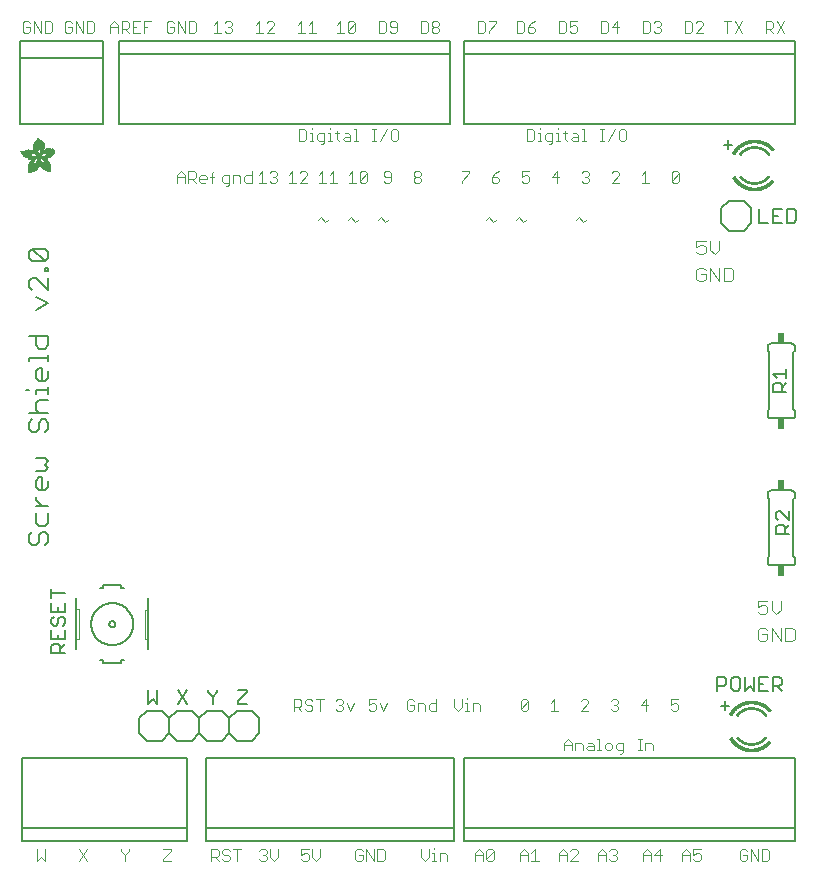
<source format=gbr>
G04 EAGLE Gerber RS-274X export*
G75*
%MOMM*%
%FSLAX34Y34*%
%LPD*%
%INSilkscreen Top*%
%IPPOS*%
%AMOC8*
5,1,8,0,0,1.08239X$1,22.5*%
G01*
%ADD10C,0.101600*%
%ADD11C,0.076200*%
%ADD12C,0.152400*%
%ADD13C,0.127000*%
%ADD14C,0.050800*%
%ADD15C,0.015238*%
%ADD16C,0.025400*%
%ADD17R,0.609600X0.863600*%
%ADD18R,0.002600X0.063400*%
%ADD19R,0.002400X0.099000*%
%ADD20R,0.002600X0.124400*%
%ADD21R,0.002400X0.144800*%
%ADD22R,0.002400X0.162600*%
%ADD23R,0.002600X0.180200*%
%ADD24R,0.002400X0.193000*%
%ADD25R,0.002600X0.208200*%
%ADD26R,0.002400X0.221000*%
%ADD27R,0.002400X0.233600*%
%ADD28R,0.002600X0.246200*%
%ADD29R,0.002400X0.256600*%
%ADD30R,0.002600X0.266600*%
%ADD31R,0.002400X0.276800*%
%ADD32R,0.002400X0.287000*%
%ADD33R,0.002600X0.297200*%
%ADD34R,0.002400X0.304800*%
%ADD35R,0.002600X0.315000*%
%ADD36R,0.002400X0.322600*%
%ADD37R,0.002400X0.332800*%
%ADD38R,0.002600X0.340400*%
%ADD39R,0.002400X0.350400*%
%ADD40R,0.002600X0.355600*%
%ADD41R,0.002400X0.363200*%
%ADD42R,0.002400X0.370800*%
%ADD43R,0.002600X0.378400*%
%ADD44R,0.002400X0.386000*%
%ADD45R,0.002600X0.391000*%
%ADD46R,0.002400X0.398800*%
%ADD47R,0.002400X0.406400*%
%ADD48R,0.002600X0.411400*%
%ADD49R,0.002400X0.419000*%
%ADD50R,0.002600X0.426600*%
%ADD51R,0.002400X0.431800*%
%ADD52R,0.002400X0.436800*%
%ADD53R,0.002600X0.442000*%
%ADD54R,0.002400X0.447000*%
%ADD55R,0.002600X0.454600*%
%ADD56R,0.002400X0.459600*%
%ADD57R,0.002400X0.467400*%
%ADD58R,0.002600X0.469800*%
%ADD59R,0.002400X0.475000*%
%ADD60R,0.002600X0.482600*%
%ADD61R,0.002400X0.485000*%
%ADD62R,0.002400X0.490200*%
%ADD63R,0.002600X0.495200*%
%ADD64R,0.002400X0.503000*%
%ADD65R,0.002600X0.505400*%
%ADD66R,0.002400X0.510400*%
%ADD67R,0.002400X0.515600*%
%ADD68R,0.002600X0.518000*%
%ADD69R,0.002400X0.523200*%
%ADD70R,0.002600X0.525800*%
%ADD71R,0.002400X0.533400*%
%ADD72R,0.002400X0.538400*%
%ADD73R,0.002600X0.541000*%
%ADD74R,0.002400X0.546000*%
%ADD75R,0.002600X0.548600*%
%ADD76R,0.002400X0.553600*%
%ADD77R,0.002400X0.558800*%
%ADD78R,0.002600X0.561400*%
%ADD79R,0.002400X0.566400*%
%ADD80R,0.002600X0.568800*%
%ADD81R,0.002400X0.574000*%
%ADD82R,0.002400X0.576600*%
%ADD83R,0.002600X0.581600*%
%ADD84R,0.002400X0.584200*%
%ADD85R,0.002600X0.589200*%
%ADD86R,0.002400X0.591800*%
%ADD87R,0.002400X0.596800*%
%ADD88R,0.002600X0.599400*%
%ADD89R,0.002400X0.604400*%
%ADD90R,0.002600X0.604400*%
%ADD91R,0.002400X0.609600*%
%ADD92R,0.002400X0.612200*%
%ADD93R,0.002600X0.617200*%
%ADD94R,0.002400X0.619800*%
%ADD95R,0.002600X0.622200*%
%ADD96R,0.002400X0.627200*%
%ADD97R,0.002600X0.632400*%
%ADD98R,0.002400X0.635000*%
%ADD99R,0.002600X0.640000*%
%ADD100R,0.002400X0.642600*%
%ADD101R,0.002400X0.645000*%
%ADD102R,0.002600X0.647600*%
%ADD103R,0.002400X0.650200*%
%ADD104R,0.002600X0.655200*%
%ADD105R,0.002400X0.657800*%
%ADD106R,0.002600X0.662800*%
%ADD107R,0.002400X0.665400*%
%ADD108R,0.002600X0.668000*%
%ADD109R,0.002400X0.670600*%
%ADD110R,0.002400X0.673000*%
%ADD111R,0.002600X0.678200*%
%ADD112R,0.002400X0.680600*%
%ADD113R,0.002600X0.680600*%
%ADD114R,0.002400X0.685800*%
%ADD115R,0.002400X0.688400*%
%ADD116R,0.002600X0.688400*%
%ADD117R,0.002400X0.693400*%
%ADD118R,0.002600X0.696000*%
%ADD119R,0.002400X0.698400*%
%ADD120R,0.002600X0.703400*%
%ADD121R,0.002400X0.706000*%
%ADD122R,0.002600X0.706000*%
%ADD123R,0.002400X0.711200*%
%ADD124R,0.002400X0.713800*%
%ADD125R,0.002600X0.713800*%
%ADD126R,0.002400X0.716200*%
%ADD127R,0.002600X0.721200*%
%ADD128R,0.002400X0.721200*%
%ADD129R,0.002400X0.723800*%
%ADD130R,0.002600X0.723800*%
%ADD131R,0.002400X0.729000*%
%ADD132R,0.002600X0.731600*%
%ADD133R,0.002400X0.731600*%
%ADD134R,0.002400X0.734000*%
%ADD135R,0.002600X0.736600*%
%ADD136R,0.002400X0.739000*%
%ADD137R,0.002600X0.741600*%
%ADD138R,0.002400X0.741600*%
%ADD139R,0.002400X0.744200*%
%ADD140R,0.002600X0.746600*%
%ADD141R,0.002400X0.749200*%
%ADD142R,0.002600X0.751800*%
%ADD143R,0.002400X0.751800*%
%ADD144R,0.002400X0.754200*%
%ADD145R,0.002600X0.756800*%
%ADD146R,0.002400X0.759400*%
%ADD147R,0.002600X0.759400*%
%ADD148R,0.002400X0.762000*%
%ADD149R,0.002400X0.764600*%
%ADD150R,0.002600X0.764600*%
%ADD151R,0.002400X0.767000*%
%ADD152R,0.002600X0.769600*%
%ADD153R,0.002400X0.772000*%
%ADD154R,0.002600X0.774600*%
%ADD155R,0.002400X0.774600*%
%ADD156R,0.002600X0.777200*%
%ADD157R,0.002400X0.777200*%
%ADD158R,0.002400X0.205600*%
%ADD159R,0.002400X0.779800*%
%ADD160R,0.002600X0.309800*%
%ADD161R,0.002600X0.782400*%
%ADD162R,0.002400X0.381000*%
%ADD163R,0.002400X0.784800*%
%ADD164R,0.002600X0.409000*%
%ADD165R,0.002600X0.784800*%
%ADD166R,0.002400X0.787400*%
%ADD167R,0.002400X0.452000*%
%ADD168R,0.002600X0.790000*%
%ADD169R,0.002400X0.487600*%
%ADD170R,0.002400X0.790000*%
%ADD171R,0.002600X0.502800*%
%ADD172R,0.002600X0.792400*%
%ADD173R,0.002400X0.518000*%
%ADD174R,0.002400X0.792400*%
%ADD175R,0.002400X0.530800*%
%ADD176R,0.002400X0.795000*%
%ADD177R,0.002600X0.795000*%
%ADD178R,0.002400X0.797600*%
%ADD179R,0.002600X0.563800*%
%ADD180R,0.002600X0.797600*%
%ADD181R,0.002400X0.800000*%
%ADD182R,0.002400X0.586600*%
%ADD183R,0.002600X0.596800*%
%ADD184R,0.002600X0.802600*%
%ADD185R,0.002400X0.604600*%
%ADD186R,0.002400X0.805200*%
%ADD187R,0.002600X0.612200*%
%ADD188R,0.002600X0.807600*%
%ADD189R,0.002400X0.622200*%
%ADD190R,0.002400X0.807600*%
%ADD191R,0.002400X0.630000*%
%ADD192R,0.002400X0.810200*%
%ADD193R,0.002600X0.637600*%
%ADD194R,0.002600X0.810200*%
%ADD195R,0.002400X0.647600*%
%ADD196R,0.002400X0.812800*%
%ADD197R,0.002600X0.652800*%
%ADD198R,0.002600X0.812800*%
%ADD199R,0.002400X0.815200*%
%ADD200R,0.002600X0.673000*%
%ADD201R,0.002600X0.815200*%
%ADD202R,0.002400X0.817800*%
%ADD203R,0.002600X0.683200*%
%ADD204R,0.002600X0.817800*%
%ADD205R,0.002400X0.690800*%
%ADD206R,0.002400X0.820400*%
%ADD207R,0.002400X0.696000*%
%ADD208R,0.002600X0.703600*%
%ADD209R,0.002600X0.820400*%
%ADD210R,0.002400X0.708600*%
%ADD211R,0.002400X0.823000*%
%ADD212R,0.002600X0.728800*%
%ADD213R,0.002600X0.825400*%
%ADD214R,0.002400X0.825400*%
%ADD215R,0.002600X0.739000*%
%ADD216R,0.002600X0.828000*%
%ADD217R,0.002400X0.828000*%
%ADD218R,0.002600X0.749200*%
%ADD219R,0.002600X0.830600*%
%ADD220R,0.002400X0.754400*%
%ADD221R,0.002400X0.830600*%
%ADD222R,0.002600X0.833200*%
%ADD223R,0.002400X0.764400*%
%ADD224R,0.002400X0.833200*%
%ADD225R,0.002600X0.835600*%
%ADD226R,0.002400X0.833000*%
%ADD227R,0.002400X0.782400*%
%ADD228R,0.002400X0.835600*%
%ADD229R,0.002600X0.787400*%
%ADD230R,0.002600X0.838200*%
%ADD231R,0.002400X0.789800*%
%ADD232R,0.002400X0.838200*%
%ADD233R,0.002600X0.840600*%
%ADD234R,0.002400X0.797400*%
%ADD235R,0.002400X0.840600*%
%ADD236R,0.002600X0.805200*%
%ADD237R,0.002600X0.840800*%
%ADD238R,0.002400X0.840800*%
%ADD239R,0.002600X0.843200*%
%ADD240R,0.002400X0.843200*%
%ADD241R,0.002400X0.815400*%
%ADD242R,0.002600X0.845800*%
%ADD243R,0.002400X0.845800*%
%ADD244R,0.002600X0.830400*%
%ADD245R,0.002600X0.848200*%
%ADD246R,0.002400X0.848200*%
%ADD247R,0.002400X0.848400*%
%ADD248R,0.002600X0.848400*%
%ADD249R,0.002400X0.850800*%
%ADD250R,0.002600X0.853400*%
%ADD251R,0.002600X0.850800*%
%ADD252R,0.002400X0.856000*%
%ADD253R,0.002600X0.861000*%
%ADD254R,0.002400X0.863600*%
%ADD255R,0.002600X0.866000*%
%ADD256R,0.002400X0.868600*%
%ADD257R,0.002600X0.871200*%
%ADD258R,0.002400X0.873600*%
%ADD259R,0.002400X0.853400*%
%ADD260R,0.002400X0.876200*%
%ADD261R,0.002600X0.876200*%
%ADD262R,0.002400X0.881400*%
%ADD263R,0.002600X0.883800*%
%ADD264R,0.002400X0.886400*%
%ADD265R,0.002400X0.889000*%
%ADD266R,0.002600X0.891600*%
%ADD267R,0.002400X0.891400*%
%ADD268R,0.002600X0.894000*%
%ADD269R,0.002400X0.896600*%
%ADD270R,0.002400X0.899000*%
%ADD271R,0.002600X0.901600*%
%ADD272R,0.002600X0.856000*%
%ADD273R,0.002400X0.904200*%
%ADD274R,0.002600X0.904200*%
%ADD275R,0.002400X0.909200*%
%ADD276R,0.002400X0.911800*%
%ADD277R,0.002600X0.914400*%
%ADD278R,0.002400X0.916800*%
%ADD279R,0.002600X0.919400*%
%ADD280R,0.002400X0.919400*%
%ADD281R,0.002400X0.922000*%
%ADD282R,0.002600X0.924600*%
%ADD283R,0.002400X0.927000*%
%ADD284R,0.002600X0.929600*%
%ADD285R,0.002400X0.932200*%
%ADD286R,0.002600X0.934600*%
%ADD287R,0.002400X0.937200*%
%ADD288R,0.002600X0.939800*%
%ADD289R,0.002400X0.942200*%
%ADD290R,0.002400X0.942400*%
%ADD291R,0.002600X0.944800*%
%ADD292R,0.002400X0.947400*%
%ADD293R,0.002600X0.950000*%
%ADD294R,0.002400X0.952400*%
%ADD295R,0.002400X0.955000*%
%ADD296R,0.002600X0.952400*%
%ADD297R,0.002600X0.957400*%
%ADD298R,0.002600X0.365600*%
%ADD299R,0.002600X0.462200*%
%ADD300R,0.002400X0.960000*%
%ADD301R,0.002400X0.358000*%
%ADD302R,0.002400X0.454600*%
%ADD303R,0.002400X0.962600*%
%ADD304R,0.002400X0.353000*%
%ADD305R,0.002400X0.452200*%
%ADD306R,0.002600X0.965200*%
%ADD307R,0.002600X0.350400*%
%ADD308R,0.002600X0.447000*%
%ADD309R,0.002400X0.965200*%
%ADD310R,0.002400X0.348000*%
%ADD311R,0.002400X0.444400*%
%ADD312R,0.002600X0.967600*%
%ADD313R,0.002600X0.345400*%
%ADD314R,0.002600X0.439400*%
%ADD315R,0.002400X0.970200*%
%ADD316R,0.002400X0.342800*%
%ADD317R,0.002400X0.340200*%
%ADD318R,0.002600X0.972800*%
%ADD319R,0.002600X0.337800*%
%ADD320R,0.002600X0.429200*%
%ADD321R,0.002400X0.972800*%
%ADD322R,0.002400X0.335200*%
%ADD323R,0.002400X0.429200*%
%ADD324R,0.002600X0.975400*%
%ADD325R,0.002600X0.332600*%
%ADD326R,0.002600X0.424200*%
%ADD327R,0.002400X0.977800*%
%ADD328R,0.002400X0.424200*%
%ADD329R,0.002600X0.980400*%
%ADD330R,0.002600X0.330200*%
%ADD331R,0.002600X0.419000*%
%ADD332R,0.002400X0.980400*%
%ADD333R,0.002400X0.327600*%
%ADD334R,0.002400X0.414000*%
%ADD335R,0.002600X0.983000*%
%ADD336R,0.002600X0.327600*%
%ADD337R,0.002600X0.414000*%
%ADD338R,0.002400X0.983000*%
%ADD339R,0.002400X0.325000*%
%ADD340R,0.002400X0.985400*%
%ADD341R,0.002400X0.409000*%
%ADD342R,0.002600X0.988000*%
%ADD343R,0.002600X0.322600*%
%ADD344R,0.002400X0.322400*%
%ADD345R,0.002600X0.320000*%
%ADD346R,0.002600X0.403800*%
%ADD347R,0.002400X0.990600*%
%ADD348R,0.002400X0.317400*%
%ADD349R,0.002400X0.401200*%
%ADD350R,0.002600X0.990600*%
%ADD351R,0.002600X0.317400*%
%ADD352R,0.002600X0.398800*%
%ADD353R,0.002400X0.315000*%
%ADD354R,0.002400X0.396200*%
%ADD355R,0.002600X0.993000*%
%ADD356R,0.002600X0.393600*%
%ADD357R,0.002400X0.993000*%
%ADD358R,0.002400X0.312400*%
%ADD359R,0.002400X0.393600*%
%ADD360R,0.002600X0.312400*%
%ADD361R,0.002600X0.391200*%
%ADD362R,0.002400X0.309800*%
%ADD363R,0.002400X0.388600*%
%ADD364R,0.002600X1.305600*%
%ADD365R,0.002600X0.386000*%
%ADD366R,0.002400X1.300400*%
%ADD367R,0.002400X1.298000*%
%ADD368R,0.002400X0.383400*%
%ADD369R,0.002600X1.298000*%
%ADD370R,0.002600X0.383400*%
%ADD371R,0.002400X1.295400*%
%ADD372R,0.002600X1.292800*%
%ADD373R,0.002600X0.381000*%
%ADD374R,0.002400X1.290200*%
%ADD375R,0.002400X0.378400*%
%ADD376R,0.002600X1.285200*%
%ADD377R,0.002400X1.285200*%
%ADD378R,0.002400X0.373400*%
%ADD379R,0.002600X1.282600*%
%ADD380R,0.002600X0.373400*%
%ADD381R,0.002400X1.282600*%
%ADD382R,0.002400X1.277600*%
%ADD383R,0.002600X1.277600*%
%ADD384R,0.002600X0.368200*%
%ADD385R,0.002400X1.275000*%
%ADD386R,0.002400X0.368200*%
%ADD387R,0.002600X1.272400*%
%ADD388R,0.002600X0.365800*%
%ADD389R,0.002400X1.270000*%
%ADD390R,0.002400X0.365800*%
%ADD391R,0.002600X1.265000*%
%ADD392R,0.002600X0.363200*%
%ADD393R,0.002400X1.265000*%
%ADD394R,0.002600X1.262400*%
%ADD395R,0.002600X0.360600*%
%ADD396R,0.002400X1.259800*%
%ADD397R,0.002400X0.360600*%
%ADD398R,0.002400X1.257200*%
%ADD399R,0.002600X1.257200*%
%ADD400R,0.002600X0.358000*%
%ADD401R,0.002400X1.254800*%
%ADD402R,0.002400X0.355600*%
%ADD403R,0.002600X1.252200*%
%ADD404R,0.002400X1.252200*%
%ADD405R,0.002400X1.247000*%
%ADD406R,0.002600X1.247000*%
%ADD407R,0.002600X0.353000*%
%ADD408R,0.002600X1.242000*%
%ADD409R,0.002400X1.242000*%
%ADD410R,0.002400X1.239400*%
%ADD411R,0.002600X1.237000*%
%ADD412R,0.002600X0.347800*%
%ADD413R,0.002400X1.237000*%
%ADD414R,0.002400X0.347800*%
%ADD415R,0.002600X1.231800*%
%ADD416R,0.002400X1.231800*%
%ADD417R,0.002400X0.345400*%
%ADD418R,0.002600X1.226800*%
%ADD419R,0.002400X1.226800*%
%ADD420R,0.002600X1.224200*%
%ADD421R,0.002600X0.342800*%
%ADD422R,0.002400X1.221600*%
%ADD423R,0.002400X0.340400*%
%ADD424R,0.002600X1.219200*%
%ADD425R,0.002400X1.216600*%
%ADD426R,0.002400X0.337800*%
%ADD427R,0.002600X1.214200*%
%ADD428R,0.002400X1.214200*%
%ADD429R,0.002400X1.209000*%
%ADD430R,0.002600X1.209000*%
%ADD431R,0.002600X0.335200*%
%ADD432R,0.002600X1.206400*%
%ADD433R,0.002400X0.652800*%
%ADD434R,0.002400X0.083800*%
%ADD435R,0.002400X0.505400*%
%ADD436R,0.002400X0.134600*%
%ADD437R,0.002600X0.497800*%
%ADD438R,0.002600X0.332800*%
%ADD439R,0.002600X0.167600*%
%ADD440R,0.002400X0.632400*%
%ADD441R,0.002400X0.330200*%
%ADD442R,0.002400X0.195400*%
%ADD443R,0.002600X0.629800*%
%ADD444R,0.002600X0.223400*%
%ADD445R,0.002400X0.624800*%
%ADD446R,0.002400X0.474800*%
%ADD447R,0.002400X0.246400*%
%ADD448R,0.002400X0.469800*%
%ADD449R,0.002400X0.264000*%
%ADD450R,0.002600X0.619600*%
%ADD451R,0.002600X0.284400*%
%ADD452R,0.002400X0.617200*%
%ADD453R,0.002400X0.457200*%
%ADD454R,0.002400X0.302200*%
%ADD455R,0.002600X0.614600*%
%ADD456R,0.002600X0.452000*%
%ADD457R,0.002600X0.325000*%
%ADD458R,0.002400X0.439400*%
%ADD459R,0.002600X0.609600*%
%ADD460R,0.002600X0.434400*%
%ADD461R,0.002600X0.322400*%
%ADD462R,0.002400X0.602000*%
%ADD463R,0.002400X0.416400*%
%ADD464R,0.002400X0.599400*%
%ADD465R,0.002400X0.408800*%
%ADD466R,0.002400X0.320000*%
%ADD467R,0.002400X0.441800*%
%ADD468R,0.002600X0.401200*%
%ADD469R,0.002400X0.464800*%
%ADD470R,0.002400X0.594200*%
%ADD471R,0.002600X0.591800*%
%ADD472R,0.002600X0.487600*%
%ADD473R,0.002400X0.594400*%
%ADD474R,0.002400X0.495200*%
%ADD475R,0.002600X0.508000*%
%ADD476R,0.002400X0.518200*%
%ADD477R,0.002400X0.589200*%
%ADD478R,0.002400X0.375800*%
%ADD479R,0.002400X0.528400*%
%ADD480R,0.002600X0.370800*%
%ADD481R,0.002600X0.538400*%
%ADD482R,0.002600X0.586600*%
%ADD483R,0.002600X0.556200*%
%ADD484R,0.002400X0.314800*%
%ADD485R,0.002600X0.586800*%
%ADD486R,0.002600X0.584200*%
%ADD487R,0.002600X0.602000*%
%ADD488R,0.002400X0.581600*%
%ADD489R,0.002400X0.619600*%
%ADD490R,0.002600X0.627400*%
%ADD491R,0.002600X0.307200*%
%ADD492R,0.002600X0.642600*%
%ADD493R,0.002400X0.579200*%
%ADD494R,0.002400X0.307400*%
%ADD495R,0.002600X0.579000*%
%ADD496R,0.002600X0.307400*%
%ADD497R,0.002600X0.665400*%
%ADD498R,0.002400X0.307200*%
%ADD499R,0.002600X0.314800*%
%ADD500R,0.002600X0.304800*%
%ADD501R,0.002400X0.576400*%
%ADD502R,0.002600X0.576600*%
%ADD503R,0.002400X0.713600*%
%ADD504R,0.002600X0.574000*%
%ADD505R,0.002600X0.302200*%
%ADD506R,0.002600X0.721400*%
%ADD507R,0.002400X0.299600*%
%ADD508R,0.002400X0.297200*%
%ADD509R,0.002400X0.736600*%
%ADD510R,0.002600X0.292000*%
%ADD511R,0.002400X0.289600*%
%ADD512R,0.002400X0.746800*%
%ADD513R,0.002600X0.571400*%
%ADD514R,0.002600X0.287000*%
%ADD515R,0.002600X0.299800*%
%ADD516R,0.002600X0.754400*%
%ADD517R,0.002400X0.284400*%
%ADD518R,0.002400X1.061800*%
%ADD519R,0.002400X0.571400*%
%ADD520R,0.002400X0.282000*%
%ADD521R,0.002400X1.066800*%
%ADD522R,0.002600X0.279400*%
%ADD523R,0.002600X1.066800*%
%ADD524R,0.002400X1.071800*%
%ADD525R,0.002600X0.274200*%
%ADD526R,0.002600X1.074400*%
%ADD527R,0.002400X0.274200*%
%ADD528R,0.002400X1.076800*%
%ADD529R,0.002400X0.569000*%
%ADD530R,0.002400X0.271800*%
%ADD531R,0.002400X1.079400*%
%ADD532R,0.002600X0.269200*%
%ADD533R,0.002600X1.082000*%
%ADD534R,0.002400X0.266600*%
%ADD535R,0.002400X1.087000*%
%ADD536R,0.002600X0.569000*%
%ADD537R,0.002600X0.264200*%
%ADD538R,0.002600X1.087000*%
%ADD539R,0.002400X0.568800*%
%ADD540R,0.002400X0.261600*%
%ADD541R,0.002400X1.092200*%
%ADD542R,0.002400X0.259000*%
%ADD543R,0.002400X1.094800*%
%ADD544R,0.002600X0.566400*%
%ADD545R,0.002600X0.256600*%
%ADD546R,0.002600X1.097200*%
%ADD547R,0.002400X1.099800*%
%ADD548R,0.002600X0.254000*%
%ADD549R,0.002600X1.104800*%
%ADD550R,0.002400X0.251400*%
%ADD551R,0.002400X1.104800*%
%ADD552R,0.002400X0.248800*%
%ADD553R,0.002400X1.110000*%
%ADD554R,0.002600X0.246400*%
%ADD555R,0.002600X1.112400*%
%ADD556R,0.002400X1.115000*%
%ADD557R,0.002600X1.117600*%
%ADD558R,0.002400X0.563800*%
%ADD559R,0.002400X0.243800*%
%ADD560R,0.002400X1.122600*%
%ADD561R,0.002400X0.241200*%
%ADD562R,0.002600X0.241200*%
%ADD563R,0.002600X1.127800*%
%ADD564R,0.002400X0.238600*%
%ADD565R,0.002400X1.130200*%
%ADD566R,0.002600X0.236200*%
%ADD567R,0.002600X1.132800*%
%ADD568R,0.002400X0.561400*%
%ADD569R,0.002400X1.137800*%
%ADD570R,0.002400X0.561200*%
%ADD571R,0.002600X0.561200*%
%ADD572R,0.002600X0.233600*%
%ADD573R,0.002600X1.143000*%
%ADD574R,0.002400X0.231200*%
%ADD575R,0.002400X1.145600*%
%ADD576R,0.002600X0.231200*%
%ADD577R,0.002600X1.148000*%
%ADD578R,0.002400X0.228600*%
%ADD579R,0.002400X1.153200*%
%ADD580R,0.002400X0.226000*%
%ADD581R,0.002600X0.558800*%
%ADD582R,0.002600X0.228600*%
%ADD583R,0.002600X1.158200*%
%ADD584R,0.002400X1.160800*%
%ADD585R,0.002600X1.165800*%
%ADD586R,0.002400X0.223400*%
%ADD587R,0.002400X1.168400*%
%ADD588R,0.002400X1.171000*%
%ADD589R,0.002600X1.176000*%
%ADD590R,0.002400X0.220800*%
%ADD591R,0.002400X1.176000*%
%ADD592R,0.002600X0.221000*%
%ADD593R,0.002600X1.181000*%
%ADD594R,0.002400X1.186200*%
%ADD595R,0.002400X0.218400*%
%ADD596R,0.002400X1.188600*%
%ADD597R,0.002600X1.193800*%
%ADD598R,0.002400X1.196200*%
%ADD599R,0.002600X1.201400*%
%ADD600R,0.002400X0.556200*%
%ADD601R,0.002400X1.206400*%
%ADD602R,0.002600X0.218400*%
%ADD603R,0.002600X1.221600*%
%ADD604R,0.002400X0.553800*%
%ADD605R,0.002400X0.223600*%
%ADD606R,0.002600X0.553600*%
%ADD607R,0.002600X0.226000*%
%ADD608R,0.002600X0.551200*%
%ADD609R,0.002600X0.231000*%
%ADD610R,0.002600X1.249600*%
%ADD611R,0.002400X0.551200*%
%ADD612R,0.002400X0.236200*%
%ADD613R,0.002400X1.513800*%
%ADD614R,0.002600X1.513800*%
%ADD615R,0.002400X0.551000*%
%ADD616R,0.002600X1.516200*%
%ADD617R,0.002400X1.516400*%
%ADD618R,0.002600X0.551000*%
%ADD619R,0.002600X1.518800*%
%ADD620R,0.002400X1.519000*%
%ADD621R,0.002600X1.519000*%
%ADD622R,0.002400X1.521400*%
%ADD623R,0.002600X1.521400*%
%ADD624R,0.002400X1.524000*%
%ADD625R,0.002600X1.524000*%
%ADD626R,0.002400X1.526400*%
%ADD627R,0.002600X1.526600*%
%ADD628R,0.002400X1.529000*%
%ADD629R,0.002600X1.529000*%
%ADD630R,0.002400X1.531600*%
%ADD631R,0.002600X1.534200*%
%ADD632R,0.002400X1.536600*%
%ADD633R,0.002600X1.539200*%
%ADD634R,0.002400X1.541800*%
%ADD635R,0.002600X1.544200*%
%ADD636R,0.002400X1.549400*%
%ADD637R,0.002600X1.549400*%
%ADD638R,0.002400X1.554400*%
%ADD639R,0.002400X1.557000*%
%ADD640R,0.002600X0.594400*%
%ADD641R,0.002600X1.559400*%
%ADD642R,0.002400X1.564600*%
%ADD643R,0.002600X0.604600*%
%ADD644R,0.002600X1.567200*%
%ADD645R,0.002400X1.572200*%
%ADD646R,0.002400X0.614600*%
%ADD647R,0.002400X1.577200*%
%ADD648R,0.002400X0.525800*%
%ADD649R,0.002400X0.906800*%
%ADD650R,0.002600X1.168400*%
%ADD651R,0.002600X0.889000*%
%ADD652R,0.002400X1.155600*%
%ADD653R,0.002400X1.143000*%
%ADD654R,0.002400X0.866200*%
%ADD655R,0.002600X1.130200*%
%ADD656R,0.002400X1.120000*%
%ADD657R,0.002600X1.110000*%
%ADD658R,0.002600X1.084600*%
%ADD659R,0.002600X1.071800*%
%ADD660R,0.002400X1.064200*%
%ADD661R,0.002400X0.807800*%
%ADD662R,0.002400X1.059200*%
%ADD663R,0.002400X0.802600*%
%ADD664R,0.002600X1.054000*%
%ADD665R,0.002600X0.800000*%
%ADD666R,0.002400X1.049000*%
%ADD667R,0.002600X1.046400*%
%ADD668R,0.002400X1.041400*%
%ADD669R,0.002400X1.038800*%
%ADD670R,0.002600X1.033800*%
%ADD671R,0.002400X1.031200*%
%ADD672R,0.002600X1.028600*%
%ADD673R,0.002400X1.026000*%
%ADD674R,0.002400X0.782200*%
%ADD675R,0.002400X1.026200*%
%ADD676R,0.002600X1.023600*%
%ADD677R,0.002600X0.782200*%
%ADD678R,0.002400X1.021000*%
%ADD679R,0.002600X1.021000*%
%ADD680R,0.002400X1.018400*%
%ADD681R,0.002600X1.018400*%
%ADD682R,0.002400X1.023600*%
%ADD683R,0.002600X1.026200*%
%ADD684R,0.002400X1.028600*%
%ADD685R,0.002600X1.033600*%
%ADD686R,0.002600X0.797400*%
%ADD687R,0.002400X1.033600*%
%ADD688R,0.002600X1.036200*%
%ADD689R,0.002400X1.046400*%
%ADD690R,0.002600X1.049000*%
%ADD691R,0.002400X1.054000*%
%ADD692R,0.002600X1.056600*%
%ADD693R,0.002400X1.061600*%
%ADD694R,0.002400X0.822800*%
%ADD695R,0.002400X1.097200*%
%ADD696R,0.002600X0.858400*%
%ADD697R,0.002600X1.122600*%
%ADD698R,0.002400X0.878800*%
%ADD699R,0.002400X1.140400*%
%ADD700R,0.002400X0.883800*%
%ADD701R,0.002400X0.901600*%
%ADD702R,0.002600X1.170800*%
%ADD703R,0.002600X0.909200*%
%ADD704R,0.002400X1.181000*%
%ADD705R,0.002400X1.196400*%
%ADD706R,0.002400X0.929600*%
%ADD707R,0.002400X1.221800*%
%ADD708R,0.002400X0.949800*%
%ADD709R,0.002600X0.962600*%
%ADD710R,0.002400X0.975400*%
%ADD711R,0.002400X1.272400*%
%ADD712R,0.002600X1.290400*%
%ADD713R,0.002600X1.008200*%
%ADD714R,0.002400X1.318200*%
%ADD715R,0.002600X1.361400*%
%ADD716R,0.002400X2.491600*%
%ADD717R,0.002400X2.494200*%
%ADD718R,0.002600X2.499400*%
%ADD719R,0.002400X2.501800*%
%ADD720R,0.002600X2.504400*%
%ADD721R,0.002400X2.509400*%
%ADD722R,0.002400X2.512000*%
%ADD723R,0.002600X2.517200*%
%ADD724R,0.002400X2.519600*%
%ADD725R,0.002600X2.524800*%
%ADD726R,0.002400X2.527200*%
%ADD727R,0.002400X2.529800*%
%ADD728R,0.002600X2.535000*%
%ADD729R,0.002400X1.673800*%
%ADD730R,0.002600X1.661200*%
%ADD731R,0.002400X1.653400*%
%ADD732R,0.002400X1.645800*%
%ADD733R,0.002600X1.638200*%
%ADD734R,0.002400X1.635800*%
%ADD735R,0.002600X0.779800*%
%ADD736R,0.002600X1.630600*%
%ADD737R,0.002400X1.625600*%
%ADD738R,0.002400X0.772200*%
%ADD739R,0.002400X1.620400*%
%ADD740R,0.002600X1.618000*%
%ADD741R,0.002400X1.612800*%
%ADD742R,0.002600X0.764400*%
%ADD743R,0.002600X1.610200*%
%ADD744R,0.002400X1.607800*%
%ADD745R,0.002400X1.602600*%
%ADD746R,0.002600X0.757000*%
%ADD747R,0.002600X1.600200*%
%ADD748R,0.002400X1.597600*%
%ADD749R,0.002600X1.595000*%
%ADD750R,0.002400X1.592600*%
%ADD751R,0.002400X1.590000*%
%ADD752R,0.002600X0.746800*%
%ADD753R,0.002600X1.587400*%
%ADD754R,0.002400X1.585000*%
%ADD755R,0.002600X0.744200*%
%ADD756R,0.002600X1.582400*%
%ADD757R,0.002400X1.579800*%
%ADD758R,0.002600X1.577200*%
%ADD759R,0.002400X1.574800*%
%ADD760R,0.002600X0.734000*%
%ADD761R,0.002600X1.574800*%
%ADD762R,0.002400X1.338600*%
%ADD763R,0.002400X0.731400*%
%ADD764R,0.002400X1.323200*%
%ADD765R,0.002600X0.731400*%
%ADD766R,0.002600X0.213200*%
%ADD767R,0.002600X1.315600*%
%ADD768R,0.002400X0.210800*%
%ADD769R,0.002400X1.308000*%
%ADD770R,0.002600X0.726400*%
%ADD771R,0.002600X0.210800*%
%ADD772R,0.002600X1.300400*%
%ADD773R,0.002400X0.721400*%
%ADD774R,0.002400X0.208200*%
%ADD775R,0.002400X0.718800*%
%ADD776R,0.002600X0.716200*%
%ADD777R,0.002400X1.267400*%
%ADD778R,0.002600X0.713600*%
%ADD779R,0.002600X1.254800*%
%ADD780R,0.002400X1.249600*%
%ADD781R,0.002600X0.711200*%
%ADD782R,0.002600X1.244600*%
%ADD783R,0.002400X0.706200*%
%ADD784R,0.002400X0.213400*%
%ADD785R,0.002400X0.213200*%
%ADD786R,0.002600X0.215800*%
%ADD787R,0.002600X1.221800*%
%ADD788R,0.002400X0.701000*%
%ADD789R,0.002400X0.215800*%
%ADD790R,0.002400X1.219200*%
%ADD791R,0.002400X1.214000*%
%ADD792R,0.002600X0.701000*%
%ADD793R,0.002600X0.223600*%
%ADD794R,0.002600X1.198800*%
%ADD795R,0.002400X0.695800*%
%ADD796R,0.002400X1.193800*%
%ADD797R,0.002400X1.188800*%
%ADD798R,0.002600X0.695800*%
%ADD799R,0.002600X1.186200*%
%ADD800R,0.002600X0.690800*%
%ADD801R,0.002600X1.178400*%
%ADD802R,0.002400X0.238800*%
%ADD803R,0.002400X1.173400*%
%ADD804R,0.002400X0.688200*%
%ADD805R,0.002600X0.688200*%
%ADD806R,0.002600X1.163200*%
%ADD807R,0.002400X1.158200*%
%ADD808R,0.002600X0.685800*%
%ADD809R,0.002600X1.155600*%
%ADD810R,0.002400X1.150600*%
%ADD811R,0.002400X0.683200*%
%ADD812R,0.002400X1.145400*%
%ADD813R,0.002400X0.256400*%
%ADD814R,0.002400X1.135400*%
%ADD815R,0.002600X0.261600*%
%ADD816R,0.002400X1.127600*%
%ADD817R,0.002400X1.125200*%
%ADD818R,0.002600X1.120000*%
%ADD819R,0.002400X0.678200*%
%ADD820R,0.002400X1.107400*%
%ADD821R,0.002400X0.675600*%
%ADD822R,0.002400X1.102200*%
%ADD823R,0.002600X1.099800*%
%ADD824R,0.002600X0.675600*%
%ADD825R,0.002600X1.089600*%
%ADD826R,0.002400X0.294600*%
%ADD827R,0.002400X1.084400*%
%ADD828R,0.002400X1.082000*%
%ADD829R,0.002600X1.076800*%
%ADD830R,0.002600X1.069200*%
%ADD831R,0.002400X1.051400*%
%ADD832R,0.002400X0.670400*%
%ADD833R,0.002600X0.670600*%
%ADD834R,0.002600X1.031200*%
%ADD835R,0.002600X0.670400*%
%ADD836R,0.002400X1.016000*%
%ADD837R,0.002600X1.010800*%
%ADD838R,0.002400X0.376000*%
%ADD839R,0.002400X1.005800*%
%ADD840R,0.002600X1.000800*%
%ADD841R,0.002400X0.998200*%
%ADD842R,0.002400X0.391200*%
%ADD843R,0.002600X0.396200*%
%ADD844R,0.002400X0.401400*%
%ADD845R,0.002600X0.406400*%
%ADD846R,0.002600X0.977800*%
%ADD847R,0.002400X0.421600*%
%ADD848R,0.002600X0.955000*%
%ADD849R,0.002400X0.950000*%
%ADD850R,0.002400X0.944800*%
%ADD851R,0.002600X0.942200*%
%ADD852R,0.002400X0.467200*%
%ADD853R,0.002600X0.477400*%
%ADD854R,0.002600X0.530800*%
%ADD855R,0.002600X0.906800*%
%ADD856R,0.002400X1.325800*%
%ADD857R,0.002400X0.894000*%
%ADD858R,0.002600X1.325800*%
%ADD859R,0.002400X1.328400*%
%ADD860R,0.002600X1.328400*%
%ADD861R,0.002600X0.881400*%
%ADD862R,0.002400X1.333400*%
%ADD863R,0.002600X1.333400*%
%ADD864R,0.002600X0.863600*%
%ADD865R,0.002400X0.858400*%
%ADD866R,0.002600X1.336000*%
%ADD867R,0.002600X1.338600*%
%ADD868R,0.002600X0.833000*%
%ADD869R,0.002400X1.343600*%
%ADD870R,0.002600X1.343600*%
%ADD871R,0.002400X0.365600*%
%ADD872R,0.002400X1.346200*%
%ADD873R,0.002600X1.348800*%
%ADD874R,0.002400X1.348800*%
%ADD875R,0.002600X1.351200*%
%ADD876R,0.002400X1.351200*%
%ADD877R,0.002400X0.269200*%
%ADD878R,0.002400X1.353800*%
%ADD879R,0.002400X0.249000*%
%ADD880R,0.002600X1.353800*%
%ADD881R,0.002600X0.340200*%
%ADD882R,0.002400X1.356200*%
%ADD883R,0.002600X1.358800*%
%ADD884R,0.002600X0.198200*%
%ADD885R,0.002400X1.358800*%
%ADD886R,0.002400X0.180200*%
%ADD887R,0.002400X0.157400*%
%ADD888R,0.002600X0.132000*%
%ADD889R,0.002400X1.364000*%
%ADD890R,0.002400X0.101600*%
%ADD891R,0.002600X1.364000*%
%ADD892R,0.002600X0.050800*%
%ADD893R,0.002400X1.369000*%
%ADD894R,0.002600X1.369000*%
%ADD895R,0.002600X1.371600*%
%ADD896R,0.002400X1.374200*%
%ADD897R,0.002600X1.376600*%
%ADD898R,0.002400X1.376600*%
%ADD899R,0.002600X1.379200*%
%ADD900R,0.002400X1.381800*%
%ADD901R,0.002600X1.381800*%
%ADD902R,0.002400X1.386800*%
%ADD903R,0.002600X1.386800*%
%ADD904R,0.002600X0.294600*%
%ADD905R,0.002400X1.389200*%
%ADD906R,0.002600X1.389200*%
%ADD907R,0.002400X1.394400*%
%ADD908R,0.002400X0.292000*%
%ADD909R,0.002600X1.394400*%
%ADD910R,0.002400X1.397000*%
%ADD911R,0.002600X1.397000*%
%ADD912R,0.002400X1.402000*%
%ADD913R,0.002600X1.402000*%
%ADD914R,0.002600X0.289600*%
%ADD915R,0.002400X1.404600*%
%ADD916R,0.002600X1.407000*%
%ADD917R,0.002400X1.409600*%
%ADD918R,0.002600X1.412200*%
%ADD919R,0.002400X1.412200*%
%ADD920R,0.002600X1.414800*%
%ADD921R,0.002400X1.417200*%
%ADD922R,0.002600X1.419800*%
%ADD923R,0.002400X1.419800*%
%ADD924R,0.002400X1.422400*%
%ADD925R,0.002600X1.424800*%
%ADD926R,0.002400X1.424800*%
%ADD927R,0.002600X1.051400*%
%ADD928R,0.002600X0.375800*%
%ADD929R,0.002400X1.044000*%
%ADD930R,0.002400X0.383600*%
%ADD931R,0.002600X1.041400*%
%ADD932R,0.002600X0.299600*%
%ADD933R,0.002600X1.038800*%
%ADD934R,0.002600X0.388600*%
%ADD935R,0.002400X1.036200*%
%ADD936R,0.002600X0.398600*%
%ADD937R,0.002400X0.398600*%
%ADD938R,0.002600X1.018600*%
%ADD939R,0.002400X0.403800*%
%ADD940R,0.002600X1.013400*%
%ADD941R,0.002400X1.008400*%
%ADD942R,0.002400X0.411400*%
%ADD943R,0.002600X1.005800*%
%ADD944R,0.002400X1.003200*%
%ADD945R,0.002600X0.421600*%
%ADD946R,0.002400X0.426800*%
%ADD947R,0.002400X0.995600*%
%ADD948R,0.002600X0.441800*%
%ADD949R,0.002400X0.988000*%
%ADD950R,0.002600X0.985400*%
%ADD951R,0.002400X0.975200*%
%ADD952R,0.002600X0.970200*%
%ADD953R,0.002400X0.967600*%
%ADD954R,0.002600X0.960000*%
%ADD955R,0.002600X0.805000*%
%ADD956R,0.002400X0.957400*%
%ADD957R,0.002600X0.947400*%
%ADD958R,0.002400X0.934600*%
%ADD959R,0.002600X0.927000*%
%ADD960R,0.002400X0.924600*%
%ADD961R,0.002400X0.917000*%
%ADD962R,0.002600X0.891400*%
%ADD963R,0.002400X0.861000*%
%ADD964R,0.002600X0.789800*%
%ADD965R,0.002600X0.772200*%
%ADD966R,0.002600X0.772000*%
%ADD967R,0.002400X0.726400*%
%ADD968R,0.002400X0.769600*%
%ADD969R,0.002600X0.718800*%
%ADD970R,0.002600X0.767000*%
%ADD971R,0.002400X0.660400*%
%ADD972R,0.002600X0.650200*%
%ADD973R,0.002400X0.637400*%
%ADD974R,0.002400X0.607000*%
%ADD975R,0.002400X0.535800*%
%ADD976R,0.002400X0.756800*%
%ADD977R,0.002400X0.061000*%
%ADD978R,0.002400X0.746600*%
%ADD979R,0.002600X0.729000*%
%ADD980R,0.002400X0.703600*%
%ADD981R,0.002600X0.698400*%
%ADD982R,0.002600X0.693400*%
%ADD983R,0.002400X0.680800*%
%ADD984R,0.002600X0.680800*%
%ADD985R,0.002400X0.668000*%
%ADD986R,0.002400X0.663000*%
%ADD987R,0.002600X0.663000*%
%ADD988R,0.002400X0.655200*%
%ADD989R,0.002600X0.652600*%
%ADD990R,0.002400X0.652600*%
%ADD991R,0.002400X0.645200*%
%ADD992R,0.002600X0.645200*%
%ADD993R,0.002400X0.640000*%
%ADD994R,0.002600X0.635000*%
%ADD995R,0.002400X0.629800*%
%ADD996R,0.002400X0.627400*%
%ADD997R,0.002600X0.612000*%
%ADD998R,0.002400X0.612000*%
%ADD999R,0.002600X0.607000*%
%ADD1000R,0.002600X0.553800*%
%ADD1001R,0.002600X0.546000*%
%ADD1002R,0.002400X0.543400*%
%ADD1003R,0.002600X0.543400*%
%ADD1004R,0.002400X0.536000*%
%ADD1005R,0.002600X0.536000*%
%ADD1006R,0.002600X0.528200*%
%ADD1007R,0.002400X0.525600*%
%ADD1008R,0.002600X0.520600*%
%ADD1009R,0.002600X0.515600*%
%ADD1010R,0.002400X0.510600*%
%ADD1011R,0.002400X0.502800*%
%ADD1012R,0.002600X0.500400*%
%ADD1013R,0.002400X0.497800*%
%ADD1014R,0.002400X0.492800*%
%ADD1015R,0.002600X0.492800*%
%ADD1016R,0.002600X0.485000*%
%ADD1017R,0.002400X0.482600*%
%ADD1018R,0.002400X0.480000*%
%ADD1019R,0.002600X0.475000*%
%ADD1020R,0.002400X0.472400*%
%ADD1021R,0.002600X0.444400*%
%ADD1022R,0.002400X0.442000*%
%ADD1023R,0.002600X0.436800*%
%ADD1024R,0.002400X0.434200*%
%ADD1025R,0.002400X0.416600*%
%ADD1026R,0.002400X0.358200*%
%ADD1027R,0.002400X0.289400*%
%ADD1028R,0.002600X0.276800*%
%ADD1029R,0.002600X0.256400*%
%ADD1030R,0.002400X0.254000*%
%ADD1031R,0.002600X0.243800*%
%ADD1032R,0.002400X0.231000*%
%ADD1033R,0.002400X0.203200*%
%ADD1034R,0.002600X0.200600*%
%ADD1035R,0.002400X0.195600*%
%ADD1036R,0.002600X0.193000*%
%ADD1037R,0.002400X0.188000*%
%ADD1038R,0.002400X0.182800*%
%ADD1039R,0.002400X0.172600*%
%ADD1040R,0.002600X0.170200*%
%ADD1041R,0.002400X0.167600*%
%ADD1042R,0.002400X0.160000*%
%ADD1043R,0.002600X0.157400*%
%ADD1044R,0.002400X0.152400*%
%ADD1045R,0.002600X0.149800*%
%ADD1046R,0.002400X0.139600*%
%ADD1047R,0.002600X0.137200*%
%ADD1048R,0.002400X0.129400*%
%ADD1049R,0.002600X0.127000*%
%ADD1050R,0.002400X0.124400*%
%ADD1051R,0.002400X0.119400*%
%ADD1052R,0.002600X0.114200*%
%ADD1053R,0.002400X0.109200*%
%ADD1054R,0.002600X0.106600*%
%ADD1055R,0.002400X0.096400*%
%ADD1056R,0.002600X0.094000*%
%ADD1057R,0.002400X0.088800*%
%ADD1058R,0.002600X0.083800*%
%ADD1059R,0.002400X0.078600*%
%ADD1060R,0.002400X0.076200*%
%ADD1061R,0.002600X0.073600*%
%ADD1062R,0.002400X0.066000*%
%ADD1063R,0.002400X0.058400*%
%ADD1064R,0.002400X0.055800*%
%ADD1065R,0.002600X0.048200*%
%ADD1066R,0.002400X0.045600*%
%ADD1067R,0.002600X0.043200*%
%ADD1068R,0.002400X0.038000*%
%ADD1069R,0.002400X0.035600*%
%ADD1070R,0.002600X0.027800*%
%ADD1071R,0.002400X0.025400*%
%ADD1072R,0.002600X0.020200*%
%ADD1073R,0.002400X0.017800*%
%ADD1074R,0.002400X0.015200*%
%ADD1075R,0.002600X0.010000*%
%ADD1076R,0.002400X0.007600*%


D10*
X713154Y131582D02*
X705358Y131582D01*
X705358Y125735D01*
X709256Y127684D01*
X711205Y127684D01*
X713154Y125735D01*
X713154Y121837D01*
X711205Y119888D01*
X707307Y119888D01*
X705358Y121837D01*
X717052Y123786D02*
X717052Y131582D01*
X717052Y123786D02*
X720950Y119888D01*
X724848Y123786D01*
X724848Y131582D01*
X711205Y108722D02*
X713154Y106773D01*
X711205Y108722D02*
X707307Y108722D01*
X705358Y106773D01*
X705358Y98977D01*
X707307Y97028D01*
X711205Y97028D01*
X713154Y98977D01*
X713154Y102875D01*
X709256Y102875D01*
X717052Y97028D02*
X717052Y108722D01*
X724848Y97028D01*
X724848Y108722D01*
X728746Y108722D02*
X728746Y97028D01*
X734593Y97028D01*
X736542Y98977D01*
X736542Y106773D01*
X734593Y108722D01*
X728746Y108722D01*
X661084Y411573D02*
X659135Y413522D01*
X655237Y413522D01*
X653288Y411573D01*
X653288Y403777D01*
X655237Y401828D01*
X659135Y401828D01*
X661084Y403777D01*
X661084Y407675D01*
X657186Y407675D01*
X664982Y401828D02*
X664982Y413522D01*
X672778Y401828D01*
X672778Y413522D01*
X676676Y413522D02*
X676676Y401828D01*
X682523Y401828D01*
X684472Y403777D01*
X684472Y411573D01*
X682523Y413522D01*
X676676Y413522D01*
X661084Y436382D02*
X653288Y436382D01*
X653288Y430535D01*
X657186Y432484D01*
X659135Y432484D01*
X661084Y430535D01*
X661084Y426637D01*
X659135Y424688D01*
X655237Y424688D01*
X653288Y426637D01*
X664982Y428586D02*
X664982Y436382D01*
X664982Y428586D02*
X668880Y424688D01*
X672778Y428586D01*
X672778Y436382D01*
D11*
X89076Y620359D02*
X87508Y621927D01*
X84373Y621927D01*
X82805Y620359D01*
X82805Y614089D01*
X84373Y612521D01*
X87508Y612521D01*
X89076Y614089D01*
X89076Y617224D01*
X85941Y617224D01*
X92161Y612521D02*
X92161Y621927D01*
X98431Y612521D01*
X98431Y621927D01*
X101516Y621927D02*
X101516Y612521D01*
X106219Y612521D01*
X107787Y614089D01*
X107787Y620359D01*
X106219Y621927D01*
X101516Y621927D01*
X123068Y621927D02*
X124636Y620359D01*
X123068Y621927D02*
X119933Y621927D01*
X118365Y620359D01*
X118365Y614089D01*
X119933Y612521D01*
X123068Y612521D01*
X124636Y614089D01*
X124636Y617224D01*
X121501Y617224D01*
X127721Y612521D02*
X127721Y621927D01*
X133991Y612521D01*
X133991Y621927D01*
X137076Y621927D02*
X137076Y612521D01*
X141779Y612521D01*
X143347Y614089D01*
X143347Y620359D01*
X141779Y621927D01*
X137076Y621927D01*
X157270Y618792D02*
X157270Y612521D01*
X157270Y618792D02*
X160406Y621927D01*
X163541Y618792D01*
X163541Y612521D01*
X163541Y617224D02*
X157270Y617224D01*
X166625Y612521D02*
X166625Y621927D01*
X171328Y621927D01*
X172896Y620359D01*
X172896Y617224D01*
X171328Y615656D01*
X166625Y615656D01*
X169761Y615656D02*
X172896Y612521D01*
X175981Y621927D02*
X182251Y621927D01*
X175981Y621927D02*
X175981Y612521D01*
X182251Y612521D01*
X179116Y617224D02*
X175981Y617224D01*
X185336Y612521D02*
X185336Y621927D01*
X191606Y621927D01*
X188471Y617224D02*
X185336Y617224D01*
X209428Y621927D02*
X210996Y620359D01*
X209428Y621927D02*
X206293Y621927D01*
X204725Y620359D01*
X204725Y614089D01*
X206293Y612521D01*
X209428Y612521D01*
X210996Y614089D01*
X210996Y617224D01*
X207861Y617224D01*
X214081Y612521D02*
X214081Y621927D01*
X220351Y612521D01*
X220351Y621927D01*
X223436Y621927D02*
X223436Y612521D01*
X228139Y612521D01*
X229707Y614089D01*
X229707Y620359D01*
X228139Y621927D01*
X223436Y621927D01*
X244561Y618792D02*
X247696Y621927D01*
X247696Y612521D01*
X244561Y612521D02*
X250831Y612521D01*
X253916Y620359D02*
X255483Y621927D01*
X258619Y621927D01*
X260187Y620359D01*
X260187Y618792D01*
X258619Y617224D01*
X257051Y617224D01*
X258619Y617224D02*
X260187Y615656D01*
X260187Y614089D01*
X258619Y612521D01*
X255483Y612521D01*
X253916Y614089D01*
X280121Y618792D02*
X283256Y621927D01*
X283256Y612521D01*
X280121Y612521D02*
X286391Y612521D01*
X289476Y612521D02*
X295747Y612521D01*
X289476Y612521D02*
X295747Y618792D01*
X295747Y620359D01*
X294179Y621927D01*
X291043Y621927D01*
X289476Y620359D01*
X315681Y618792D02*
X318816Y621927D01*
X318816Y612521D01*
X315681Y612521D02*
X321951Y612521D01*
X325036Y618792D02*
X328171Y621927D01*
X328171Y612521D01*
X325036Y612521D02*
X331307Y612521D01*
X384261Y612521D02*
X384261Y621927D01*
X384261Y612521D02*
X388964Y612521D01*
X390531Y614089D01*
X390531Y620359D01*
X388964Y621927D01*
X384261Y621927D01*
X393616Y614089D02*
X395183Y612521D01*
X398319Y612521D01*
X399887Y614089D01*
X399887Y620359D01*
X398319Y621927D01*
X395183Y621927D01*
X393616Y620359D01*
X393616Y618792D01*
X395183Y617224D01*
X399887Y617224D01*
X351836Y621927D02*
X348701Y618792D01*
X351836Y621927D02*
X351836Y612521D01*
X348701Y612521D02*
X354971Y612521D01*
X358056Y614089D02*
X358056Y620359D01*
X359623Y621927D01*
X362759Y621927D01*
X364327Y620359D01*
X364327Y614089D01*
X362759Y612521D01*
X359623Y612521D01*
X358056Y614089D01*
X364327Y620359D01*
X419821Y621927D02*
X419821Y612521D01*
X424524Y612521D01*
X426091Y614089D01*
X426091Y620359D01*
X424524Y621927D01*
X419821Y621927D01*
X429176Y620359D02*
X430743Y621927D01*
X433879Y621927D01*
X435447Y620359D01*
X435447Y618792D01*
X433879Y617224D01*
X435447Y615656D01*
X435447Y614089D01*
X433879Y612521D01*
X430743Y612521D01*
X429176Y614089D01*
X429176Y615656D01*
X430743Y617224D01*
X429176Y618792D01*
X429176Y620359D01*
X430743Y617224D02*
X433879Y617224D01*
X468081Y621927D02*
X468081Y612521D01*
X472784Y612521D01*
X474351Y614089D01*
X474351Y620359D01*
X472784Y621927D01*
X468081Y621927D01*
X477436Y621927D02*
X483707Y621927D01*
X483707Y620359D01*
X477436Y614089D01*
X477436Y612521D01*
X501101Y612521D02*
X501101Y621927D01*
X501101Y612521D02*
X505804Y612521D01*
X507371Y614089D01*
X507371Y620359D01*
X505804Y621927D01*
X501101Y621927D01*
X513591Y620359D02*
X516727Y621927D01*
X513591Y620359D02*
X510456Y617224D01*
X510456Y614089D01*
X512023Y612521D01*
X515159Y612521D01*
X516727Y614089D01*
X516727Y615656D01*
X515159Y617224D01*
X510456Y617224D01*
X536661Y621927D02*
X536661Y612521D01*
X541364Y612521D01*
X542931Y614089D01*
X542931Y620359D01*
X541364Y621927D01*
X536661Y621927D01*
X546016Y621927D02*
X552287Y621927D01*
X546016Y621927D02*
X546016Y617224D01*
X549151Y618792D01*
X550719Y618792D01*
X552287Y617224D01*
X552287Y614089D01*
X550719Y612521D01*
X547583Y612521D01*
X546016Y614089D01*
X572221Y612521D02*
X572221Y621927D01*
X572221Y612521D02*
X576924Y612521D01*
X578491Y614089D01*
X578491Y620359D01*
X576924Y621927D01*
X572221Y621927D01*
X586279Y621927D02*
X586279Y612521D01*
X581576Y617224D02*
X586279Y621927D01*
X587847Y617224D02*
X581576Y617224D01*
X607781Y621927D02*
X607781Y612521D01*
X612484Y612521D01*
X614051Y614089D01*
X614051Y620359D01*
X612484Y621927D01*
X607781Y621927D01*
X617136Y620359D02*
X618703Y621927D01*
X621839Y621927D01*
X623407Y620359D01*
X623407Y618792D01*
X621839Y617224D01*
X620271Y617224D01*
X621839Y617224D02*
X623407Y615656D01*
X623407Y614089D01*
X621839Y612521D01*
X618703Y612521D01*
X617136Y614089D01*
X643341Y612521D02*
X643341Y621927D01*
X643341Y612521D02*
X648044Y612521D01*
X649611Y614089D01*
X649611Y620359D01*
X648044Y621927D01*
X643341Y621927D01*
X652696Y612521D02*
X658967Y612521D01*
X652696Y612521D02*
X658967Y618792D01*
X658967Y620359D01*
X657399Y621927D01*
X654263Y621927D01*
X652696Y620359D01*
X679496Y621927D02*
X679496Y612521D01*
X676361Y621927D02*
X682631Y621927D01*
X685716Y621927D02*
X691987Y612521D01*
X685716Y612521D02*
X691987Y621927D01*
X711921Y621927D02*
X711921Y612521D01*
X711921Y621927D02*
X716624Y621927D01*
X718191Y620359D01*
X718191Y617224D01*
X716624Y615656D01*
X711921Y615656D01*
X715056Y615656D02*
X718191Y612521D01*
X727547Y612521D02*
X721276Y621927D01*
X727547Y621927D02*
X721276Y612521D01*
X694694Y-79113D02*
X696262Y-80681D01*
X694694Y-79113D02*
X691559Y-79113D01*
X689991Y-80681D01*
X689991Y-86951D01*
X691559Y-88519D01*
X694694Y-88519D01*
X696262Y-86951D01*
X696262Y-83816D01*
X693126Y-83816D01*
X699346Y-88519D02*
X699346Y-79113D01*
X705617Y-88519D01*
X705617Y-79113D01*
X708701Y-79113D02*
X708701Y-88519D01*
X713404Y-88519D01*
X714972Y-86951D01*
X714972Y-80681D01*
X713404Y-79113D01*
X708701Y-79113D01*
X641271Y-82248D02*
X641271Y-88519D01*
X641271Y-82248D02*
X644406Y-79113D01*
X647542Y-82248D01*
X647542Y-88519D01*
X647542Y-83816D02*
X641271Y-83816D01*
X650626Y-79113D02*
X656897Y-79113D01*
X650626Y-79113D02*
X650626Y-83816D01*
X653762Y-82248D01*
X655329Y-82248D01*
X656897Y-83816D01*
X656897Y-86951D01*
X655329Y-88519D01*
X652194Y-88519D01*
X650626Y-86951D01*
X608251Y-88519D02*
X608251Y-82248D01*
X611386Y-79113D01*
X614522Y-82248D01*
X614522Y-88519D01*
X614522Y-83816D02*
X608251Y-83816D01*
X622309Y-88519D02*
X622309Y-79113D01*
X617606Y-83816D01*
X623877Y-83816D01*
X570151Y-82248D02*
X570151Y-88519D01*
X570151Y-82248D02*
X573286Y-79113D01*
X576422Y-82248D01*
X576422Y-88519D01*
X576422Y-83816D02*
X570151Y-83816D01*
X579506Y-80681D02*
X581074Y-79113D01*
X584209Y-79113D01*
X585777Y-80681D01*
X585777Y-82248D01*
X584209Y-83816D01*
X582642Y-83816D01*
X584209Y-83816D02*
X585777Y-85384D01*
X585777Y-86951D01*
X584209Y-88519D01*
X581074Y-88519D01*
X579506Y-86951D01*
X537131Y-88519D02*
X537131Y-82248D01*
X540266Y-79113D01*
X543402Y-82248D01*
X543402Y-88519D01*
X543402Y-83816D02*
X537131Y-83816D01*
X546486Y-88519D02*
X552757Y-88519D01*
X546486Y-88519D02*
X552757Y-82248D01*
X552757Y-80681D01*
X551189Y-79113D01*
X548054Y-79113D01*
X546486Y-80681D01*
X504111Y-82248D02*
X504111Y-88519D01*
X504111Y-82248D02*
X507246Y-79113D01*
X510382Y-82248D01*
X510382Y-88519D01*
X510382Y-83816D02*
X504111Y-83816D01*
X513466Y-82248D02*
X516602Y-79113D01*
X516602Y-88519D01*
X519737Y-88519D02*
X513466Y-88519D01*
X466011Y-88519D02*
X466011Y-82248D01*
X469146Y-79113D01*
X472282Y-82248D01*
X472282Y-88519D01*
X472282Y-83816D02*
X466011Y-83816D01*
X475366Y-86951D02*
X475366Y-80681D01*
X476934Y-79113D01*
X480069Y-79113D01*
X481637Y-80681D01*
X481637Y-86951D01*
X480069Y-88519D01*
X476934Y-88519D01*
X475366Y-86951D01*
X481637Y-80681D01*
X420291Y-79113D02*
X420291Y-85384D01*
X423426Y-88519D01*
X426562Y-85384D01*
X426562Y-79113D01*
X429646Y-82248D02*
X431214Y-82248D01*
X431214Y-88519D01*
X429646Y-88519D02*
X432782Y-88519D01*
X431214Y-79113D02*
X431214Y-77545D01*
X435883Y-82248D02*
X435883Y-88519D01*
X435883Y-82248D02*
X440586Y-82248D01*
X442154Y-83816D01*
X442154Y-88519D01*
X370682Y-80681D02*
X369114Y-79113D01*
X365979Y-79113D01*
X364411Y-80681D01*
X364411Y-86951D01*
X365979Y-88519D01*
X369114Y-88519D01*
X370682Y-86951D01*
X370682Y-83816D01*
X367546Y-83816D01*
X373766Y-88519D02*
X373766Y-79113D01*
X380037Y-88519D01*
X380037Y-79113D01*
X383121Y-79113D02*
X383121Y-88519D01*
X387824Y-88519D01*
X389392Y-86951D01*
X389392Y-80681D01*
X387824Y-79113D01*
X383121Y-79113D01*
X324962Y-79113D02*
X318691Y-79113D01*
X318691Y-83816D01*
X321826Y-82248D01*
X323394Y-82248D01*
X324962Y-83816D01*
X324962Y-86951D01*
X323394Y-88519D01*
X320259Y-88519D01*
X318691Y-86951D01*
X328046Y-85384D02*
X328046Y-79113D01*
X328046Y-85384D02*
X331182Y-88519D01*
X334317Y-85384D01*
X334317Y-79113D01*
X284699Y-79113D02*
X283131Y-80681D01*
X284699Y-79113D02*
X287834Y-79113D01*
X289402Y-80681D01*
X289402Y-82248D01*
X287834Y-83816D01*
X286266Y-83816D01*
X287834Y-83816D02*
X289402Y-85384D01*
X289402Y-86951D01*
X287834Y-88519D01*
X284699Y-88519D01*
X283131Y-86951D01*
X292486Y-85384D02*
X292486Y-79113D01*
X292486Y-85384D02*
X295622Y-88519D01*
X298757Y-85384D01*
X298757Y-79113D01*
X242491Y-79113D02*
X242491Y-88519D01*
X242491Y-79113D02*
X247194Y-79113D01*
X248762Y-80681D01*
X248762Y-83816D01*
X247194Y-85384D01*
X242491Y-85384D01*
X245626Y-85384D02*
X248762Y-88519D01*
X258117Y-80681D02*
X256549Y-79113D01*
X253414Y-79113D01*
X251846Y-80681D01*
X251846Y-82248D01*
X253414Y-83816D01*
X256549Y-83816D01*
X258117Y-85384D01*
X258117Y-86951D01*
X256549Y-88519D01*
X253414Y-88519D01*
X251846Y-86951D01*
X264337Y-88519D02*
X264337Y-79113D01*
X267472Y-79113D02*
X261201Y-79113D01*
X208122Y-79113D02*
X201851Y-79113D01*
X208122Y-79113D02*
X208122Y-80681D01*
X201851Y-86951D01*
X201851Y-88519D01*
X208122Y-88519D01*
X166291Y-80681D02*
X166291Y-79113D01*
X166291Y-80681D02*
X169426Y-83816D01*
X172562Y-80681D01*
X172562Y-79113D01*
X169426Y-83816D02*
X169426Y-88519D01*
X137002Y-88519D02*
X130731Y-79113D01*
X137002Y-79113D02*
X130731Y-88519D01*
X95171Y-88519D02*
X95171Y-79113D01*
X98306Y-85384D02*
X95171Y-88519D01*
X98306Y-85384D02*
X101442Y-88519D01*
X101442Y-79113D01*
D12*
X88378Y186697D02*
X91090Y189409D01*
X88378Y186697D02*
X88378Y181274D01*
X91090Y178562D01*
X93801Y178562D01*
X96513Y181274D01*
X96513Y186697D01*
X99225Y189409D01*
X101936Y189409D01*
X104648Y186697D01*
X104648Y181274D01*
X101936Y178562D01*
X93801Y197645D02*
X93801Y205780D01*
X93801Y197645D02*
X96513Y194934D01*
X101936Y194934D01*
X104648Y197645D01*
X104648Y205780D01*
X104648Y211305D02*
X93801Y211305D01*
X93801Y216728D02*
X99225Y211305D01*
X93801Y216728D02*
X93801Y219440D01*
X104648Y227660D02*
X104648Y233083D01*
X104648Y227660D02*
X101936Y224948D01*
X96513Y224948D01*
X93801Y227660D01*
X93801Y233083D01*
X96513Y235795D01*
X99225Y235795D01*
X99225Y224948D01*
X101936Y241320D02*
X93801Y241320D01*
X101936Y241320D02*
X104648Y244031D01*
X101936Y246743D01*
X104648Y249455D01*
X101936Y252166D01*
X93801Y252166D01*
X88378Y282198D02*
X91090Y284909D01*
X88378Y282198D02*
X88378Y276774D01*
X91090Y274063D01*
X93801Y274063D01*
X96513Y276774D01*
X96513Y282198D01*
X99225Y284909D01*
X101936Y284909D01*
X104648Y282198D01*
X104648Y276774D01*
X101936Y274063D01*
X104648Y290434D02*
X88378Y290434D01*
X93801Y293146D02*
X96513Y290434D01*
X93801Y293146D02*
X93801Y298569D01*
X96513Y301281D01*
X104648Y301281D01*
X93801Y306806D02*
X93801Y309518D01*
X104648Y309518D01*
X104648Y312229D02*
X104648Y306806D01*
X88378Y309518D02*
X85666Y309518D01*
X104648Y320432D02*
X104648Y325855D01*
X104648Y320432D02*
X101936Y317720D01*
X96513Y317720D01*
X93801Y320432D01*
X93801Y325855D01*
X96513Y328567D01*
X99225Y328567D01*
X99225Y317720D01*
X88378Y334092D02*
X88378Y336803D01*
X104648Y336803D01*
X104648Y334092D02*
X104648Y339515D01*
X104648Y355853D02*
X88378Y355853D01*
X104648Y355853D02*
X104648Y347718D01*
X101936Y345006D01*
X96513Y345006D01*
X93801Y347718D01*
X93801Y355853D01*
X93801Y377749D02*
X104648Y383173D01*
X93801Y388596D01*
X104648Y394121D02*
X104648Y404968D01*
X104648Y394121D02*
X93801Y404968D01*
X91090Y404968D01*
X88378Y402256D01*
X88378Y396833D01*
X91090Y394121D01*
X101936Y410492D02*
X104648Y410492D01*
X101936Y410492D02*
X101936Y413204D01*
X104648Y413204D01*
X104648Y410492D01*
X101936Y418678D02*
X91090Y418678D01*
X88378Y421390D01*
X88378Y426813D01*
X91090Y429525D01*
X101936Y429525D01*
X104648Y426813D01*
X104648Y421390D01*
X101936Y418678D01*
X91090Y429525D01*
D10*
X333248Y454162D02*
X335197Y456111D01*
X339095Y452213D01*
X341044Y454162D01*
X358648Y454162D02*
X360597Y456111D01*
X364495Y452213D01*
X366444Y454162D01*
X384048Y454162D02*
X385997Y456111D01*
X389895Y452213D01*
X391844Y454162D01*
X475488Y454162D02*
X477437Y456111D01*
X481335Y452213D01*
X483284Y454162D01*
X500888Y454162D02*
X502837Y456111D01*
X506735Y452213D01*
X508684Y454162D01*
X551688Y454162D02*
X553637Y456111D01*
X557535Y452213D01*
X559484Y454162D01*
D11*
X312700Y47887D02*
X312700Y38481D01*
X312700Y47887D02*
X317403Y47887D01*
X318971Y46319D01*
X318971Y43184D01*
X317403Y41616D01*
X312700Y41616D01*
X315835Y41616D02*
X318971Y38481D01*
X328326Y46319D02*
X326758Y47887D01*
X323623Y47887D01*
X322055Y46319D01*
X322055Y44752D01*
X323623Y43184D01*
X326758Y43184D01*
X328326Y41616D01*
X328326Y40049D01*
X326758Y38481D01*
X323623Y38481D01*
X322055Y40049D01*
X334546Y38481D02*
X334546Y47887D01*
X337681Y47887D02*
X331410Y47887D01*
X347904Y46319D02*
X349472Y47887D01*
X352607Y47887D01*
X354175Y46319D01*
X354175Y44752D01*
X352607Y43184D01*
X351039Y43184D01*
X352607Y43184D02*
X354175Y41616D01*
X354175Y40049D01*
X352607Y38481D01*
X349472Y38481D01*
X347904Y40049D01*
X357259Y44752D02*
X360395Y38481D01*
X363530Y44752D01*
X375844Y47887D02*
X382115Y47887D01*
X375844Y47887D02*
X375844Y43184D01*
X378979Y44752D01*
X380547Y44752D01*
X382115Y43184D01*
X382115Y40049D01*
X380547Y38481D01*
X377412Y38481D01*
X375844Y40049D01*
X385199Y44752D02*
X388335Y38481D01*
X391470Y44752D01*
X412855Y47887D02*
X414423Y46319D01*
X412855Y47887D02*
X409720Y47887D01*
X408152Y46319D01*
X408152Y40049D01*
X409720Y38481D01*
X412855Y38481D01*
X414423Y40049D01*
X414423Y43184D01*
X411287Y43184D01*
X417507Y44752D02*
X417507Y38481D01*
X417507Y44752D02*
X422210Y44752D01*
X423778Y43184D01*
X423778Y38481D01*
X433133Y38481D02*
X433133Y47887D01*
X433133Y38481D02*
X428430Y38481D01*
X426862Y40049D01*
X426862Y43184D01*
X428430Y44752D01*
X433133Y44752D01*
X448234Y47887D02*
X448234Y41616D01*
X451369Y38481D01*
X454505Y41616D01*
X454505Y47887D01*
X457589Y44752D02*
X459157Y44752D01*
X459157Y38481D01*
X457589Y38481D02*
X460725Y38481D01*
X459157Y47887D02*
X459157Y49455D01*
X463826Y44752D02*
X463826Y38481D01*
X463826Y44752D02*
X468529Y44752D01*
X470097Y43184D01*
X470097Y38481D01*
X541502Y11275D02*
X541502Y5004D01*
X541502Y11275D02*
X544637Y14410D01*
X547773Y11275D01*
X547773Y5004D01*
X547773Y9707D02*
X541502Y9707D01*
X550857Y11275D02*
X550857Y5004D01*
X550857Y11275D02*
X555560Y11275D01*
X557128Y9707D01*
X557128Y5004D01*
X561780Y11275D02*
X564915Y11275D01*
X566483Y9707D01*
X566483Y5004D01*
X561780Y5004D01*
X560212Y6572D01*
X561780Y8139D01*
X566483Y8139D01*
X569568Y14410D02*
X571135Y14410D01*
X571135Y5004D01*
X569568Y5004D02*
X572703Y5004D01*
X577372Y5004D02*
X580507Y5004D01*
X582075Y6572D01*
X582075Y9707D01*
X580507Y11275D01*
X577372Y11275D01*
X575804Y9707D01*
X575804Y6572D01*
X577372Y5004D01*
X588295Y1869D02*
X589863Y1869D01*
X591430Y3436D01*
X591430Y11275D01*
X586727Y11275D01*
X585160Y9707D01*
X585160Y6572D01*
X586727Y5004D01*
X591430Y5004D01*
X603870Y5004D02*
X607005Y5004D01*
X605438Y5004D02*
X605438Y14410D01*
X607005Y14410D02*
X603870Y14410D01*
X610107Y11275D02*
X610107Y5004D01*
X610107Y11275D02*
X614810Y11275D01*
X616377Y9707D01*
X616377Y5004D01*
X504571Y40049D02*
X504571Y46319D01*
X506139Y47887D01*
X509274Y47887D01*
X510842Y46319D01*
X510842Y40049D01*
X509274Y38481D01*
X506139Y38481D01*
X504571Y40049D01*
X510842Y46319D01*
X529971Y44752D02*
X533106Y47887D01*
X533106Y38481D01*
X529971Y38481D02*
X536242Y38481D01*
X555371Y38481D02*
X561642Y38481D01*
X555371Y38481D02*
X561642Y44752D01*
X561642Y46319D01*
X560074Y47887D01*
X556939Y47887D01*
X555371Y46319D01*
X580771Y46319D02*
X582339Y47887D01*
X585474Y47887D01*
X587042Y46319D01*
X587042Y44752D01*
X585474Y43184D01*
X583906Y43184D01*
X585474Y43184D02*
X587042Y41616D01*
X587042Y40049D01*
X585474Y38481D01*
X582339Y38481D01*
X580771Y40049D01*
X610874Y38481D02*
X610874Y47887D01*
X606171Y43184D01*
X612442Y43184D01*
X631571Y47887D02*
X637842Y47887D01*
X631571Y47887D02*
X631571Y43184D01*
X634706Y44752D01*
X636274Y44752D01*
X637842Y43184D01*
X637842Y40049D01*
X636274Y38481D01*
X633139Y38481D01*
X631571Y40049D01*
X213729Y485521D02*
X213729Y491792D01*
X216864Y494927D01*
X219999Y491792D01*
X219999Y485521D01*
X219999Y490224D02*
X213729Y490224D01*
X223084Y485521D02*
X223084Y494927D01*
X227787Y494927D01*
X229355Y493359D01*
X229355Y490224D01*
X227787Y488656D01*
X223084Y488656D01*
X226219Y488656D02*
X229355Y485521D01*
X234007Y485521D02*
X237142Y485521D01*
X234007Y485521D02*
X232439Y487089D01*
X232439Y490224D01*
X234007Y491792D01*
X237142Y491792D01*
X238710Y490224D01*
X238710Y488656D01*
X232439Y488656D01*
X243362Y485521D02*
X243362Y493359D01*
X244930Y494927D01*
X244930Y490224D02*
X241794Y490224D01*
X254851Y482386D02*
X256418Y482386D01*
X257986Y483953D01*
X257986Y491792D01*
X253283Y491792D01*
X251715Y490224D01*
X251715Y487089D01*
X253283Y485521D01*
X257986Y485521D01*
X261071Y485521D02*
X261071Y491792D01*
X265774Y491792D01*
X267341Y490224D01*
X267341Y485521D01*
X276697Y485521D02*
X276697Y494927D01*
X276697Y485521D02*
X271993Y485521D01*
X270426Y487089D01*
X270426Y490224D01*
X271993Y491792D01*
X276697Y491792D01*
X282661Y491792D02*
X285796Y494927D01*
X285796Y485521D01*
X282661Y485521D02*
X288931Y485521D01*
X292016Y493359D02*
X293583Y494927D01*
X296719Y494927D01*
X298287Y493359D01*
X298287Y491792D01*
X296719Y490224D01*
X295151Y490224D01*
X296719Y490224D02*
X298287Y488656D01*
X298287Y487089D01*
X296719Y485521D01*
X293583Y485521D01*
X292016Y487089D01*
X308061Y491792D02*
X311196Y494927D01*
X311196Y485521D01*
X308061Y485521D02*
X314331Y485521D01*
X317416Y485521D02*
X323687Y485521D01*
X317416Y485521D02*
X323687Y491792D01*
X323687Y493359D01*
X322119Y494927D01*
X318983Y494927D01*
X317416Y493359D01*
X333461Y491792D02*
X336596Y494927D01*
X336596Y485521D01*
X333461Y485521D02*
X339731Y485521D01*
X342816Y491792D02*
X345951Y494927D01*
X345951Y485521D01*
X342816Y485521D02*
X349087Y485521D01*
X358861Y491792D02*
X361996Y494927D01*
X361996Y485521D01*
X358861Y485521D02*
X365131Y485521D01*
X368216Y487089D02*
X368216Y493359D01*
X369783Y494927D01*
X372919Y494927D01*
X374487Y493359D01*
X374487Y487089D01*
X372919Y485521D01*
X369783Y485521D01*
X368216Y487089D01*
X374487Y493359D01*
X388536Y487089D02*
X390103Y485521D01*
X393239Y485521D01*
X394807Y487089D01*
X394807Y493359D01*
X393239Y494927D01*
X390103Y494927D01*
X388536Y493359D01*
X388536Y491792D01*
X390103Y490224D01*
X394807Y490224D01*
X413936Y493359D02*
X415503Y494927D01*
X418639Y494927D01*
X420207Y493359D01*
X420207Y491792D01*
X418639Y490224D01*
X420207Y488656D01*
X420207Y487089D01*
X418639Y485521D01*
X415503Y485521D01*
X413936Y487089D01*
X413936Y488656D01*
X415503Y490224D01*
X413936Y491792D01*
X413936Y493359D01*
X415503Y490224D02*
X418639Y490224D01*
X454576Y494927D02*
X460847Y494927D01*
X460847Y493359D01*
X454576Y487089D01*
X454576Y485521D01*
X483111Y493359D02*
X486247Y494927D01*
X483111Y493359D02*
X479976Y490224D01*
X479976Y487089D01*
X481543Y485521D01*
X484679Y485521D01*
X486247Y487089D01*
X486247Y488656D01*
X484679Y490224D01*
X479976Y490224D01*
X505376Y494927D02*
X511647Y494927D01*
X505376Y494927D02*
X505376Y490224D01*
X508511Y491792D01*
X510079Y491792D01*
X511647Y490224D01*
X511647Y487089D01*
X510079Y485521D01*
X506943Y485521D01*
X505376Y487089D01*
X535479Y485521D02*
X535479Y494927D01*
X530776Y490224D01*
X537047Y490224D01*
X556176Y493359D02*
X557743Y494927D01*
X560879Y494927D01*
X562447Y493359D01*
X562447Y491792D01*
X560879Y490224D01*
X559311Y490224D01*
X560879Y490224D02*
X562447Y488656D01*
X562447Y487089D01*
X560879Y485521D01*
X557743Y485521D01*
X556176Y487089D01*
X581576Y485521D02*
X587847Y485521D01*
X581576Y485521D02*
X587847Y491792D01*
X587847Y493359D01*
X586279Y494927D01*
X583143Y494927D01*
X581576Y493359D01*
X606976Y491792D02*
X610111Y494927D01*
X610111Y485521D01*
X606976Y485521D02*
X613247Y485521D01*
X632376Y487089D02*
X632376Y493359D01*
X633943Y494927D01*
X637079Y494927D01*
X638647Y493359D01*
X638647Y487089D01*
X637079Y485521D01*
X633943Y485521D01*
X632376Y487089D01*
X638647Y493359D01*
X316611Y521081D02*
X316611Y530487D01*
X316611Y521081D02*
X321314Y521081D01*
X322882Y522649D01*
X322882Y528919D01*
X321314Y530487D01*
X316611Y530487D01*
X325966Y527352D02*
X327534Y527352D01*
X327534Y521081D01*
X325966Y521081D02*
X329102Y521081D01*
X327534Y530487D02*
X327534Y532055D01*
X335338Y517946D02*
X336906Y517946D01*
X338474Y519513D01*
X338474Y527352D01*
X333771Y527352D01*
X332203Y525784D01*
X332203Y522649D01*
X333771Y521081D01*
X338474Y521081D01*
X341558Y527352D02*
X343126Y527352D01*
X343126Y521081D01*
X341558Y521081D02*
X344694Y521081D01*
X343126Y530487D02*
X343126Y532055D01*
X349363Y528919D02*
X349363Y522649D01*
X350930Y521081D01*
X350930Y527352D02*
X347795Y527352D01*
X355599Y527352D02*
X358735Y527352D01*
X360302Y525784D01*
X360302Y521081D01*
X355599Y521081D01*
X354032Y522649D01*
X355599Y524216D01*
X360302Y524216D01*
X363387Y530487D02*
X364955Y530487D01*
X364955Y521081D01*
X366522Y521081D02*
X363387Y521081D01*
X378979Y521081D02*
X382114Y521081D01*
X380547Y521081D02*
X380547Y530487D01*
X382114Y530487D02*
X378979Y530487D01*
X385216Y521081D02*
X391486Y530487D01*
X396139Y530487D02*
X399274Y530487D01*
X396139Y530487D02*
X394571Y528919D01*
X394571Y522649D01*
X396139Y521081D01*
X399274Y521081D01*
X400842Y522649D01*
X400842Y528919D01*
X399274Y530487D01*
X509651Y530487D02*
X509651Y521081D01*
X514354Y521081D01*
X515922Y522649D01*
X515922Y528919D01*
X514354Y530487D01*
X509651Y530487D01*
X519006Y527352D02*
X520574Y527352D01*
X520574Y521081D01*
X519006Y521081D02*
X522142Y521081D01*
X520574Y530487D02*
X520574Y532055D01*
X528378Y517946D02*
X529946Y517946D01*
X531514Y519513D01*
X531514Y527352D01*
X526811Y527352D01*
X525243Y525784D01*
X525243Y522649D01*
X526811Y521081D01*
X531514Y521081D01*
X534598Y527352D02*
X536166Y527352D01*
X536166Y521081D01*
X534598Y521081D02*
X537734Y521081D01*
X536166Y530487D02*
X536166Y532055D01*
X542403Y528919D02*
X542403Y522649D01*
X543970Y521081D01*
X543970Y527352D02*
X540835Y527352D01*
X548639Y527352D02*
X551775Y527352D01*
X553342Y525784D01*
X553342Y521081D01*
X548639Y521081D01*
X547072Y522649D01*
X548639Y524216D01*
X553342Y524216D01*
X556427Y530487D02*
X557995Y530487D01*
X557995Y521081D01*
X559562Y521081D02*
X556427Y521081D01*
X572019Y521081D02*
X575154Y521081D01*
X573587Y521081D02*
X573587Y530487D01*
X575154Y530487D02*
X572019Y530487D01*
X578256Y521081D02*
X584526Y530487D01*
X589179Y530487D02*
X592314Y530487D01*
X589179Y530487D02*
X587611Y528919D01*
X587611Y522649D01*
X589179Y521081D01*
X592314Y521081D01*
X593882Y522649D01*
X593882Y528919D01*
X592314Y530487D01*
D13*
X237900Y-1560D02*
X237900Y-60560D01*
X237900Y-71560D01*
X447900Y-71560D01*
X447900Y-60560D01*
X447900Y-1560D01*
X237900Y-1560D01*
X237900Y-60560D02*
X447900Y-60560D01*
X456900Y-60560D02*
X456900Y-1560D01*
X456900Y-60560D02*
X456900Y-71560D01*
X736900Y-71560D01*
X736900Y-60560D01*
X736900Y-1560D01*
X456900Y-1560D01*
X456900Y-60560D02*
X736900Y-60560D01*
X82400Y-60560D02*
X82400Y-1560D01*
X82400Y-60560D02*
X82400Y-71560D01*
X222400Y-71560D01*
X222400Y-60560D01*
X222400Y-1560D01*
X82400Y-1560D01*
X82400Y-60560D02*
X222400Y-60560D01*
X150840Y534960D02*
X150840Y590960D01*
X150840Y604960D01*
X80840Y604960D01*
X80840Y590960D01*
X80840Y534960D01*
X150840Y534960D01*
X150840Y590960D02*
X80840Y590960D01*
X736900Y593960D02*
X736900Y534960D01*
X736900Y593960D02*
X736900Y604960D01*
X456900Y604960D01*
X456900Y593960D01*
X456900Y534960D01*
X736900Y534960D01*
X736900Y593960D02*
X456900Y593960D01*
X444800Y593960D02*
X444800Y534960D01*
X444800Y593960D02*
X444800Y604960D01*
X164800Y604960D01*
X164800Y593960D01*
X164800Y534960D01*
X444800Y534960D01*
X444800Y593960D02*
X164800Y593960D01*
D12*
X166370Y144780D02*
X166370Y142240D01*
X166370Y144780D02*
X151130Y144780D01*
X151130Y142240D01*
X151130Y81280D02*
X151130Y78740D01*
X166370Y78740D01*
X166370Y81280D01*
D14*
X130810Y99060D02*
X128270Y99060D01*
X130810Y99060D02*
X130810Y124460D01*
X128270Y124460D01*
X186690Y123190D02*
X186690Y99060D01*
X186690Y123190D02*
X189230Y123190D01*
X189230Y99060D02*
X186690Y99060D01*
D12*
X189230Y99060D02*
X189230Y90170D01*
X128270Y124460D02*
X128270Y133350D01*
X128270Y124460D02*
X128270Y99060D01*
X128270Y90170D01*
X189230Y99060D02*
X189230Y123190D01*
X189230Y133350D01*
X168910Y142240D02*
X166370Y142240D01*
X151130Y142240D02*
X148590Y142240D01*
X166370Y81280D02*
X168910Y81280D01*
X151130Y81280D02*
X148590Y81280D01*
X140970Y111760D02*
X140975Y112196D01*
X140991Y112632D01*
X141018Y113068D01*
X141056Y113503D01*
X141104Y113936D01*
X141162Y114369D01*
X141232Y114800D01*
X141312Y115229D01*
X141402Y115656D01*
X141503Y116080D01*
X141614Y116502D01*
X141736Y116921D01*
X141867Y117337D01*
X142009Y117750D01*
X142161Y118159D01*
X142323Y118564D01*
X142495Y118965D01*
X142677Y119362D01*
X142868Y119754D01*
X143069Y120141D01*
X143280Y120524D01*
X143500Y120901D01*
X143729Y121272D01*
X143966Y121638D01*
X144213Y121998D01*
X144469Y122352D01*
X144733Y122699D01*
X145006Y123040D01*
X145287Y123373D01*
X145576Y123700D01*
X145873Y124020D01*
X146178Y124332D01*
X146490Y124637D01*
X146810Y124934D01*
X147137Y125223D01*
X147470Y125504D01*
X147811Y125777D01*
X148158Y126041D01*
X148512Y126297D01*
X148872Y126544D01*
X149238Y126781D01*
X149609Y127010D01*
X149986Y127230D01*
X150369Y127441D01*
X150756Y127642D01*
X151148Y127833D01*
X151545Y128015D01*
X151946Y128187D01*
X152351Y128349D01*
X152760Y128501D01*
X153173Y128643D01*
X153589Y128774D01*
X154008Y128896D01*
X154430Y129007D01*
X154854Y129108D01*
X155281Y129198D01*
X155710Y129278D01*
X156141Y129348D01*
X156574Y129406D01*
X157007Y129454D01*
X157442Y129492D01*
X157878Y129519D01*
X158314Y129535D01*
X158750Y129540D01*
X159186Y129535D01*
X159622Y129519D01*
X160058Y129492D01*
X160493Y129454D01*
X160926Y129406D01*
X161359Y129348D01*
X161790Y129278D01*
X162219Y129198D01*
X162646Y129108D01*
X163070Y129007D01*
X163492Y128896D01*
X163911Y128774D01*
X164327Y128643D01*
X164740Y128501D01*
X165149Y128349D01*
X165554Y128187D01*
X165955Y128015D01*
X166352Y127833D01*
X166744Y127642D01*
X167131Y127441D01*
X167514Y127230D01*
X167891Y127010D01*
X168262Y126781D01*
X168628Y126544D01*
X168988Y126297D01*
X169342Y126041D01*
X169689Y125777D01*
X170030Y125504D01*
X170363Y125223D01*
X170690Y124934D01*
X171010Y124637D01*
X171322Y124332D01*
X171627Y124020D01*
X171924Y123700D01*
X172213Y123373D01*
X172494Y123040D01*
X172767Y122699D01*
X173031Y122352D01*
X173287Y121998D01*
X173534Y121638D01*
X173771Y121272D01*
X174000Y120901D01*
X174220Y120524D01*
X174431Y120141D01*
X174632Y119754D01*
X174823Y119362D01*
X175005Y118965D01*
X175177Y118564D01*
X175339Y118159D01*
X175491Y117750D01*
X175633Y117337D01*
X175764Y116921D01*
X175886Y116502D01*
X175997Y116080D01*
X176098Y115656D01*
X176188Y115229D01*
X176268Y114800D01*
X176338Y114369D01*
X176396Y113936D01*
X176444Y113503D01*
X176482Y113068D01*
X176509Y112632D01*
X176525Y112196D01*
X176530Y111760D01*
X176525Y111324D01*
X176509Y110888D01*
X176482Y110452D01*
X176444Y110017D01*
X176396Y109584D01*
X176338Y109151D01*
X176268Y108720D01*
X176188Y108291D01*
X176098Y107864D01*
X175997Y107440D01*
X175886Y107018D01*
X175764Y106599D01*
X175633Y106183D01*
X175491Y105770D01*
X175339Y105361D01*
X175177Y104956D01*
X175005Y104555D01*
X174823Y104158D01*
X174632Y103766D01*
X174431Y103379D01*
X174220Y102996D01*
X174000Y102619D01*
X173771Y102248D01*
X173534Y101882D01*
X173287Y101522D01*
X173031Y101168D01*
X172767Y100821D01*
X172494Y100480D01*
X172213Y100147D01*
X171924Y99820D01*
X171627Y99500D01*
X171322Y99188D01*
X171010Y98883D01*
X170690Y98586D01*
X170363Y98297D01*
X170030Y98016D01*
X169689Y97743D01*
X169342Y97479D01*
X168988Y97223D01*
X168628Y96976D01*
X168262Y96739D01*
X167891Y96510D01*
X167514Y96290D01*
X167131Y96079D01*
X166744Y95878D01*
X166352Y95687D01*
X165955Y95505D01*
X165554Y95333D01*
X165149Y95171D01*
X164740Y95019D01*
X164327Y94877D01*
X163911Y94746D01*
X163492Y94624D01*
X163070Y94513D01*
X162646Y94412D01*
X162219Y94322D01*
X161790Y94242D01*
X161359Y94172D01*
X160926Y94114D01*
X160493Y94066D01*
X160058Y94028D01*
X159622Y94001D01*
X159186Y93985D01*
X158750Y93980D01*
X158314Y93985D01*
X157878Y94001D01*
X157442Y94028D01*
X157007Y94066D01*
X156574Y94114D01*
X156141Y94172D01*
X155710Y94242D01*
X155281Y94322D01*
X154854Y94412D01*
X154430Y94513D01*
X154008Y94624D01*
X153589Y94746D01*
X153173Y94877D01*
X152760Y95019D01*
X152351Y95171D01*
X151946Y95333D01*
X151545Y95505D01*
X151148Y95687D01*
X150756Y95878D01*
X150369Y96079D01*
X149986Y96290D01*
X149609Y96510D01*
X149238Y96739D01*
X148872Y96976D01*
X148512Y97223D01*
X148158Y97479D01*
X147811Y97743D01*
X147470Y98016D01*
X147137Y98297D01*
X146810Y98586D01*
X146490Y98883D01*
X146178Y99188D01*
X145873Y99500D01*
X145576Y99820D01*
X145287Y100147D01*
X145006Y100480D01*
X144733Y100821D01*
X144469Y101168D01*
X144213Y101522D01*
X143966Y101882D01*
X143729Y102248D01*
X143500Y102619D01*
X143280Y102996D01*
X143069Y103379D01*
X142868Y103766D01*
X142677Y104158D01*
X142495Y104555D01*
X142323Y104956D01*
X142161Y105361D01*
X142009Y105770D01*
X141867Y106183D01*
X141736Y106599D01*
X141614Y107018D01*
X141503Y107440D01*
X141402Y107864D01*
X141312Y108291D01*
X141232Y108720D01*
X141162Y109151D01*
X141104Y109584D01*
X141056Y110017D01*
X141018Y110452D01*
X140991Y110888D01*
X140975Y111324D01*
X140970Y111760D01*
X156210Y111760D02*
X156212Y111860D01*
X156218Y111961D01*
X156228Y112060D01*
X156242Y112160D01*
X156259Y112259D01*
X156281Y112357D01*
X156307Y112454D01*
X156336Y112550D01*
X156369Y112644D01*
X156406Y112738D01*
X156446Y112830D01*
X156490Y112920D01*
X156538Y113008D01*
X156589Y113095D01*
X156643Y113179D01*
X156701Y113261D01*
X156762Y113341D01*
X156826Y113418D01*
X156893Y113493D01*
X156963Y113565D01*
X157036Y113634D01*
X157111Y113700D01*
X157189Y113764D01*
X157269Y113824D01*
X157352Y113881D01*
X157437Y113934D01*
X157524Y113984D01*
X157613Y114031D01*
X157703Y114074D01*
X157795Y114114D01*
X157889Y114150D01*
X157984Y114182D01*
X158080Y114210D01*
X158178Y114235D01*
X158276Y114255D01*
X158375Y114272D01*
X158475Y114285D01*
X158574Y114294D01*
X158675Y114299D01*
X158775Y114300D01*
X158875Y114297D01*
X158976Y114290D01*
X159075Y114279D01*
X159175Y114264D01*
X159273Y114246D01*
X159371Y114223D01*
X159468Y114196D01*
X159563Y114166D01*
X159658Y114132D01*
X159751Y114094D01*
X159842Y114053D01*
X159932Y114008D01*
X160020Y113960D01*
X160106Y113908D01*
X160190Y113853D01*
X160271Y113794D01*
X160350Y113732D01*
X160427Y113668D01*
X160501Y113600D01*
X160572Y113529D01*
X160641Y113456D01*
X160706Y113380D01*
X160769Y113301D01*
X160828Y113220D01*
X160884Y113137D01*
X160937Y113052D01*
X160986Y112964D01*
X161032Y112875D01*
X161074Y112784D01*
X161113Y112691D01*
X161148Y112597D01*
X161179Y112502D01*
X161207Y112405D01*
X161230Y112308D01*
X161250Y112209D01*
X161266Y112110D01*
X161278Y112011D01*
X161286Y111910D01*
X161290Y111810D01*
X161290Y111710D01*
X161286Y111610D01*
X161278Y111509D01*
X161266Y111410D01*
X161250Y111311D01*
X161230Y111212D01*
X161207Y111115D01*
X161179Y111018D01*
X161148Y110923D01*
X161113Y110829D01*
X161074Y110736D01*
X161032Y110645D01*
X160986Y110556D01*
X160937Y110468D01*
X160884Y110383D01*
X160828Y110300D01*
X160769Y110219D01*
X160706Y110140D01*
X160641Y110064D01*
X160572Y109991D01*
X160501Y109920D01*
X160427Y109852D01*
X160350Y109788D01*
X160271Y109726D01*
X160190Y109667D01*
X160106Y109612D01*
X160020Y109560D01*
X159932Y109512D01*
X159842Y109467D01*
X159751Y109426D01*
X159658Y109388D01*
X159563Y109354D01*
X159468Y109324D01*
X159371Y109297D01*
X159273Y109274D01*
X159175Y109256D01*
X159075Y109241D01*
X158976Y109230D01*
X158875Y109223D01*
X158775Y109220D01*
X158675Y109221D01*
X158574Y109226D01*
X158475Y109235D01*
X158375Y109248D01*
X158276Y109265D01*
X158178Y109285D01*
X158080Y109310D01*
X157984Y109338D01*
X157889Y109370D01*
X157795Y109406D01*
X157703Y109446D01*
X157613Y109489D01*
X157524Y109536D01*
X157437Y109586D01*
X157352Y109639D01*
X157269Y109696D01*
X157189Y109756D01*
X157111Y109820D01*
X157036Y109886D01*
X156963Y109955D01*
X156893Y110027D01*
X156826Y110102D01*
X156762Y110179D01*
X156701Y110259D01*
X156643Y110341D01*
X156589Y110425D01*
X156538Y110512D01*
X156490Y110600D01*
X156446Y110690D01*
X156406Y110782D01*
X156369Y110876D01*
X156336Y110970D01*
X156307Y111066D01*
X156281Y111163D01*
X156259Y111261D01*
X156242Y111360D01*
X156228Y111460D01*
X156218Y111559D01*
X156212Y111660D01*
X156210Y111760D01*
D13*
X118745Y86995D02*
X107305Y86995D01*
X107305Y92715D01*
X109212Y94622D01*
X113025Y94622D01*
X114932Y92715D01*
X114932Y86995D01*
X114932Y90808D02*
X118745Y94622D01*
X107305Y98689D02*
X107305Y106315D01*
X107305Y98689D02*
X118745Y98689D01*
X118745Y106315D01*
X113025Y102502D02*
X113025Y98689D01*
X107305Y116103D02*
X109212Y118009D01*
X107305Y116103D02*
X107305Y112290D01*
X109212Y110383D01*
X111119Y110383D01*
X113025Y112290D01*
X113025Y116103D01*
X114932Y118009D01*
X116838Y118009D01*
X118745Y116103D01*
X118745Y112290D01*
X116838Y110383D01*
X107305Y122077D02*
X107305Y129703D01*
X107305Y122077D02*
X118745Y122077D01*
X118745Y129703D01*
X113025Y125890D02*
X113025Y122077D01*
X118745Y137584D02*
X107305Y137584D01*
X107305Y133771D02*
X107305Y141397D01*
D15*
X715225Y509698D02*
X714108Y508901D01*
X714109Y508901D02*
X713900Y509183D01*
X713684Y509460D01*
X713462Y509731D01*
X713234Y509997D01*
X712999Y510258D01*
X712758Y510513D01*
X712510Y510761D01*
X712257Y511004D01*
X711998Y511241D01*
X711734Y511471D01*
X711463Y511695D01*
X711188Y511912D01*
X710908Y512123D01*
X710622Y512327D01*
X710332Y512524D01*
X710037Y512714D01*
X709737Y512896D01*
X709433Y513072D01*
X709125Y513240D01*
X708813Y513400D01*
X708498Y513553D01*
X708178Y513698D01*
X707856Y513836D01*
X707530Y513966D01*
X707201Y514088D01*
X706869Y514202D01*
X706534Y514307D01*
X706198Y514405D01*
X705858Y514495D01*
X705517Y514576D01*
X705174Y514649D01*
X704829Y514714D01*
X704483Y514771D01*
X704136Y514819D01*
X703787Y514859D01*
X703438Y514890D01*
X703088Y514913D01*
X702737Y514928D01*
X702386Y514934D01*
X702386Y516305D01*
X702386Y516306D01*
X702771Y516299D01*
X703154Y516284D01*
X703538Y516259D01*
X703921Y516224D01*
X704302Y516181D01*
X704683Y516128D01*
X705062Y516066D01*
X705440Y515995D01*
X705816Y515915D01*
X706190Y515826D01*
X706561Y515728D01*
X706930Y515621D01*
X707296Y515505D01*
X707660Y515381D01*
X708020Y515247D01*
X708377Y515105D01*
X708731Y514954D01*
X709080Y514795D01*
X709426Y514628D01*
X709768Y514452D01*
X710105Y514268D01*
X710438Y514076D01*
X710766Y513876D01*
X711089Y513668D01*
X711407Y513452D01*
X711720Y513229D01*
X712027Y512998D01*
X712329Y512760D01*
X712625Y512515D01*
X712914Y512262D01*
X713198Y512003D01*
X713475Y511737D01*
X713746Y511464D01*
X714010Y511185D01*
X714267Y510900D01*
X714518Y510608D01*
X714761Y510311D01*
X714997Y510007D01*
X715225Y509698D01*
X715109Y509615D01*
X714882Y509921D01*
X714649Y510222D01*
X714408Y510517D01*
X714159Y510806D01*
X713905Y511088D01*
X713643Y511365D01*
X713375Y511635D01*
X713100Y511899D01*
X712819Y512156D01*
X712532Y512406D01*
X712239Y512649D01*
X711940Y512885D01*
X711635Y513114D01*
X711325Y513335D01*
X711010Y513548D01*
X710690Y513755D01*
X710365Y513953D01*
X710035Y514143D01*
X709701Y514325D01*
X709362Y514500D01*
X709020Y514666D01*
X708673Y514823D01*
X708323Y514973D01*
X707969Y515114D01*
X707612Y515246D01*
X707252Y515369D01*
X706889Y515484D01*
X706523Y515590D01*
X706155Y515687D01*
X705785Y515776D01*
X705412Y515855D01*
X705038Y515925D01*
X704662Y515987D01*
X704285Y516039D01*
X703907Y516082D01*
X703527Y516116D01*
X703148Y516141D01*
X702767Y516156D01*
X702386Y516163D01*
X702386Y516020D01*
X702764Y516013D01*
X703141Y515998D01*
X703517Y515973D01*
X703893Y515940D01*
X704268Y515897D01*
X704641Y515845D01*
X705014Y515785D01*
X705385Y515715D01*
X705754Y515636D01*
X706121Y515549D01*
X706485Y515452D01*
X706848Y515347D01*
X707207Y515233D01*
X707564Y515111D01*
X707918Y514980D01*
X708269Y514840D01*
X708616Y514693D01*
X708959Y514536D01*
X709299Y514372D01*
X709634Y514199D01*
X709965Y514018D01*
X710292Y513830D01*
X710614Y513633D01*
X710931Y513429D01*
X711244Y513217D01*
X711551Y512998D01*
X711852Y512772D01*
X712148Y512538D01*
X712439Y512297D01*
X712723Y512049D01*
X713002Y511795D01*
X713274Y511534D01*
X713540Y511266D01*
X713799Y510992D01*
X714052Y510712D01*
X714298Y510425D01*
X714536Y510133D01*
X714768Y509835D01*
X714993Y509532D01*
X714876Y509449D01*
X714654Y509750D01*
X714424Y510045D01*
X714188Y510334D01*
X713944Y510617D01*
X713694Y510895D01*
X713437Y511167D01*
X713173Y511432D01*
X712904Y511691D01*
X712628Y511943D01*
X712346Y512188D01*
X712058Y512427D01*
X711765Y512659D01*
X711466Y512883D01*
X711162Y513100D01*
X710852Y513310D01*
X710538Y513512D01*
X710219Y513707D01*
X709895Y513894D01*
X709567Y514073D01*
X709235Y514244D01*
X708898Y514407D01*
X708558Y514562D01*
X708214Y514708D01*
X707867Y514846D01*
X707516Y514976D01*
X707163Y515098D01*
X706806Y515210D01*
X706447Y515314D01*
X706086Y515410D01*
X705722Y515497D01*
X705357Y515575D01*
X704989Y515644D01*
X704621Y515704D01*
X704250Y515755D01*
X703879Y515797D01*
X703507Y515831D01*
X703134Y515855D01*
X702760Y515870D01*
X702386Y515877D01*
X702386Y515734D01*
X702757Y515728D01*
X703127Y515712D01*
X703496Y515688D01*
X703865Y515655D01*
X704233Y515613D01*
X704600Y515562D01*
X704965Y515503D01*
X705329Y515434D01*
X705691Y515357D01*
X706051Y515271D01*
X706410Y515177D01*
X706765Y515073D01*
X707118Y514962D01*
X707468Y514842D01*
X707816Y514713D01*
X708160Y514576D01*
X708500Y514431D01*
X708838Y514277D01*
X709171Y514116D01*
X709500Y513946D01*
X709825Y513769D01*
X710146Y513584D01*
X710462Y513391D01*
X710773Y513191D01*
X711080Y512983D01*
X711381Y512768D01*
X711677Y512545D01*
X711968Y512316D01*
X712253Y512080D01*
X712532Y511836D01*
X712806Y511587D01*
X713073Y511330D01*
X713334Y511067D01*
X713588Y510798D01*
X713836Y510523D01*
X714078Y510243D01*
X714312Y509956D01*
X714539Y509664D01*
X714760Y509366D01*
X714643Y509283D01*
X714425Y509578D01*
X714200Y509867D01*
X713968Y510151D01*
X713729Y510429D01*
X713483Y510702D01*
X713231Y510968D01*
X712972Y511229D01*
X712708Y511482D01*
X712437Y511730D01*
X712160Y511971D01*
X711878Y512205D01*
X711590Y512432D01*
X711297Y512653D01*
X710998Y512866D01*
X710694Y513072D01*
X710386Y513270D01*
X710073Y513461D01*
X709755Y513644D01*
X709433Y513820D01*
X709107Y513988D01*
X708777Y514148D01*
X708443Y514300D01*
X708105Y514444D01*
X707765Y514579D01*
X707421Y514707D01*
X707074Y514826D01*
X706724Y514937D01*
X706372Y515039D01*
X706017Y515132D01*
X705660Y515217D01*
X705301Y515294D01*
X704941Y515362D01*
X704579Y515421D01*
X704215Y515471D01*
X703851Y515513D01*
X703486Y515545D01*
X703120Y515569D01*
X702753Y515585D01*
X702386Y515591D01*
X702386Y515448D01*
X702750Y515442D01*
X703113Y515427D01*
X703475Y515403D01*
X703837Y515370D01*
X704198Y515329D01*
X704558Y515279D01*
X704917Y515221D01*
X705274Y515154D01*
X705629Y515078D01*
X705982Y514994D01*
X706334Y514901D01*
X706683Y514800D01*
X707029Y514690D01*
X707373Y514572D01*
X707713Y514446D01*
X708051Y514311D01*
X708385Y514169D01*
X708716Y514018D01*
X709043Y513860D01*
X709366Y513694D01*
X709685Y513520D01*
X710000Y513338D01*
X710310Y513149D01*
X710615Y512952D01*
X710916Y512748D01*
X711212Y512537D01*
X711502Y512319D01*
X711788Y512094D01*
X712067Y511862D01*
X712341Y511624D01*
X712610Y511378D01*
X712872Y511127D01*
X713128Y510869D01*
X713378Y510605D01*
X713621Y510335D01*
X713858Y510060D01*
X714088Y509778D01*
X714311Y509492D01*
X714527Y509200D01*
X714411Y509117D01*
X714197Y509406D01*
X713975Y509690D01*
X713748Y509968D01*
X713513Y510241D01*
X713272Y510509D01*
X713025Y510770D01*
X712771Y511025D01*
X712511Y511274D01*
X712246Y511517D01*
X711974Y511753D01*
X711697Y511983D01*
X711415Y512206D01*
X711127Y512422D01*
X710834Y512631D01*
X710537Y512833D01*
X710234Y513028D01*
X709927Y513215D01*
X709615Y513395D01*
X709299Y513567D01*
X708979Y513732D01*
X708655Y513889D01*
X708328Y514038D01*
X707997Y514179D01*
X707662Y514312D01*
X707325Y514437D01*
X706985Y514554D01*
X706641Y514663D01*
X706296Y514763D01*
X705948Y514855D01*
X705598Y514938D01*
X705246Y515013D01*
X704892Y515080D01*
X704537Y515138D01*
X704181Y515187D01*
X703823Y515228D01*
X703465Y515260D01*
X703106Y515284D01*
X702746Y515299D01*
X702386Y515305D01*
X702386Y515162D01*
X702743Y515156D01*
X703099Y515141D01*
X703454Y515118D01*
X703809Y515086D01*
X704163Y515045D01*
X704516Y514996D01*
X704868Y514939D01*
X705218Y514873D01*
X705567Y514799D01*
X705913Y514716D01*
X706258Y514625D01*
X706600Y514526D01*
X706940Y514418D01*
X707277Y514302D01*
X707611Y514179D01*
X707942Y514047D01*
X708270Y513907D01*
X708595Y513760D01*
X708915Y513604D01*
X709232Y513441D01*
X709545Y513270D01*
X709854Y513092D01*
X710158Y512907D01*
X710458Y512714D01*
X710753Y512514D01*
X711043Y512307D01*
X711328Y512093D01*
X711607Y511872D01*
X711882Y511645D01*
X712150Y511411D01*
X712413Y511170D01*
X712671Y510924D01*
X712922Y510671D01*
X713167Y510412D01*
X713405Y510147D01*
X713638Y509877D01*
X713863Y509601D01*
X714082Y509320D01*
X714294Y509034D01*
X714178Y508950D01*
X713968Y509234D01*
X713751Y509512D01*
X713528Y509786D01*
X713298Y510053D01*
X713061Y510315D01*
X712819Y510571D01*
X712570Y510822D01*
X712315Y511066D01*
X712055Y511304D01*
X711789Y511536D01*
X711517Y511761D01*
X711240Y511980D01*
X710958Y512192D01*
X710671Y512397D01*
X710379Y512595D01*
X710082Y512786D01*
X709781Y512969D01*
X709475Y513146D01*
X709165Y513315D01*
X708851Y513476D01*
X708534Y513630D01*
X708213Y513776D01*
X707888Y513915D01*
X707560Y514045D01*
X707229Y514168D01*
X706895Y514282D01*
X706559Y514389D01*
X706220Y514487D01*
X705879Y514577D01*
X705536Y514659D01*
X705191Y514733D01*
X704844Y514798D01*
X704495Y514855D01*
X704146Y514903D01*
X703795Y514943D01*
X703444Y514975D01*
X703092Y514998D01*
X702739Y515013D01*
X702386Y515019D01*
X702235Y516305D02*
X702235Y514933D01*
X702234Y514934D02*
X701883Y514928D01*
X701532Y514913D01*
X701182Y514890D01*
X700832Y514859D01*
X700483Y514819D01*
X700135Y514771D01*
X699789Y514714D01*
X699444Y514649D01*
X699100Y514576D01*
X698759Y514494D01*
X698419Y514404D01*
X698082Y514306D01*
X697747Y514200D01*
X697415Y514086D01*
X697086Y513964D01*
X696760Y513834D01*
X696437Y513696D01*
X696117Y513551D01*
X695801Y513397D01*
X695489Y513237D01*
X695181Y513068D01*
X694877Y512893D01*
X694577Y512710D01*
X694282Y512520D01*
X693991Y512322D01*
X693706Y512118D01*
X693425Y511907D01*
X693150Y511689D01*
X692879Y511465D01*
X692615Y511234D01*
X692356Y510997D01*
X692102Y510754D01*
X691855Y510505D01*
X691614Y510250D01*
X691379Y509989D01*
X691150Y509722D01*
X690928Y509450D01*
X690713Y509173D01*
X689615Y509996D01*
X689851Y510300D01*
X690094Y510598D01*
X690344Y510890D01*
X690602Y511176D01*
X690866Y511456D01*
X691137Y511729D01*
X691414Y511995D01*
X691698Y512255D01*
X691987Y512508D01*
X692283Y512754D01*
X692585Y512992D01*
X692892Y513223D01*
X693205Y513447D01*
X693524Y513663D01*
X693847Y513871D01*
X694175Y514072D01*
X694508Y514264D01*
X694846Y514448D01*
X695188Y514625D01*
X695534Y514792D01*
X695884Y514952D01*
X696238Y515103D01*
X696595Y515245D01*
X696956Y515379D01*
X697319Y515504D01*
X697686Y515620D01*
X698055Y515727D01*
X698427Y515825D01*
X698801Y515915D01*
X699177Y515995D01*
X699555Y516066D01*
X699935Y516128D01*
X700316Y516181D01*
X700698Y516224D01*
X701081Y516259D01*
X701465Y516284D01*
X701849Y516299D01*
X702234Y516306D01*
X702234Y516163D01*
X701853Y516156D01*
X701472Y516141D01*
X701092Y516116D01*
X700712Y516082D01*
X700333Y516039D01*
X699956Y515986D01*
X699580Y515925D01*
X699205Y515855D01*
X698832Y515775D01*
X698462Y515687D01*
X698093Y515589D01*
X697727Y515483D01*
X697364Y515368D01*
X697003Y515244D01*
X696646Y515112D01*
X696292Y514971D01*
X695941Y514821D01*
X695595Y514663D01*
X695252Y514497D01*
X694913Y514322D01*
X694578Y514140D01*
X694248Y513949D01*
X693923Y513750D01*
X693603Y513544D01*
X693287Y513330D01*
X692977Y513108D01*
X692673Y512879D01*
X692374Y512643D01*
X692080Y512399D01*
X691793Y512149D01*
X691512Y511891D01*
X691237Y511627D01*
X690969Y511356D01*
X690707Y511079D01*
X690452Y510796D01*
X690204Y510507D01*
X689963Y510211D01*
X689729Y509910D01*
X689844Y509825D01*
X690075Y510123D01*
X690314Y510415D01*
X690560Y510702D01*
X690813Y510983D01*
X691072Y511257D01*
X691338Y511526D01*
X691610Y511787D01*
X691889Y512042D01*
X692173Y512290D01*
X692464Y512532D01*
X692760Y512766D01*
X693062Y512993D01*
X693369Y513212D01*
X693682Y513425D01*
X693999Y513629D01*
X694321Y513826D01*
X694648Y514015D01*
X694980Y514196D01*
X695316Y514369D01*
X695655Y514534D01*
X695999Y514690D01*
X696346Y514838D01*
X696697Y514978D01*
X697051Y515109D01*
X697408Y515232D01*
X697769Y515346D01*
X698131Y515451D01*
X698496Y515548D01*
X698864Y515636D01*
X699233Y515714D01*
X699604Y515784D01*
X699977Y515845D01*
X700351Y515897D01*
X700726Y515940D01*
X701102Y515973D01*
X701479Y515998D01*
X701856Y516013D01*
X702234Y516020D01*
X702234Y515877D01*
X701860Y515870D01*
X701486Y515855D01*
X701113Y515831D01*
X700740Y515797D01*
X700368Y515755D01*
X699998Y515704D01*
X699628Y515643D01*
X699261Y515574D01*
X698895Y515496D01*
X698531Y515409D01*
X698169Y515314D01*
X697810Y515209D01*
X697453Y515096D01*
X697099Y514975D01*
X696748Y514845D01*
X696401Y514706D01*
X696057Y514559D01*
X695716Y514404D01*
X695380Y514241D01*
X695047Y514070D01*
X694719Y513890D01*
X694395Y513703D01*
X694075Y513508D01*
X693761Y513305D01*
X693451Y513095D01*
X693147Y512878D01*
X692848Y512653D01*
X692554Y512421D01*
X692266Y512182D01*
X691984Y511936D01*
X691708Y511683D01*
X691439Y511424D01*
X691175Y511158D01*
X690918Y510886D01*
X690668Y510608D01*
X690424Y510324D01*
X690188Y510034D01*
X689958Y509739D01*
X690073Y509653D01*
X690300Y509946D01*
X690534Y510233D01*
X690776Y510514D01*
X691024Y510790D01*
X691278Y511059D01*
X691539Y511322D01*
X691807Y511579D01*
X692080Y511829D01*
X692359Y512073D01*
X692644Y512310D01*
X692935Y512540D01*
X693232Y512763D01*
X693533Y512978D01*
X693840Y513186D01*
X694151Y513387D01*
X694468Y513580D01*
X694789Y513766D01*
X695114Y513943D01*
X695443Y514113D01*
X695777Y514275D01*
X696114Y514428D01*
X696455Y514574D01*
X696800Y514711D01*
X697147Y514840D01*
X697498Y514960D01*
X697851Y515072D01*
X698207Y515176D01*
X698565Y515270D01*
X698926Y515356D01*
X699288Y515434D01*
X699653Y515502D01*
X700019Y515562D01*
X700386Y515613D01*
X700754Y515655D01*
X701123Y515688D01*
X701493Y515712D01*
X701863Y515728D01*
X702234Y515734D01*
X702234Y515591D01*
X701867Y515585D01*
X701500Y515569D01*
X701134Y515545D01*
X700768Y515513D01*
X700403Y515471D01*
X700039Y515421D01*
X699677Y515361D01*
X699316Y515293D01*
X698957Y515217D01*
X698600Y515132D01*
X698245Y515038D01*
X697892Y514935D01*
X697542Y514825D01*
X697195Y514705D01*
X696851Y514578D01*
X696510Y514442D01*
X696172Y514298D01*
X695838Y514145D01*
X695507Y513985D01*
X695181Y513817D01*
X694859Y513641D01*
X694541Y513457D01*
X694227Y513266D01*
X693919Y513067D01*
X693615Y512861D01*
X693316Y512647D01*
X693023Y512427D01*
X692735Y512199D01*
X692452Y511964D01*
X692176Y511723D01*
X691905Y511475D01*
X691640Y511221D01*
X691381Y510960D01*
X691129Y510693D01*
X690883Y510420D01*
X690644Y510142D01*
X690412Y509857D01*
X690187Y509567D01*
X690301Y509481D01*
X690525Y509769D01*
X690755Y510050D01*
X690991Y510326D01*
X691235Y510597D01*
X691484Y510861D01*
X691741Y511119D01*
X692003Y511371D01*
X692271Y511617D01*
X692545Y511856D01*
X692825Y512088D01*
X693110Y512314D01*
X693401Y512532D01*
X693697Y512744D01*
X693998Y512948D01*
X694304Y513145D01*
X694614Y513334D01*
X694929Y513516D01*
X695248Y513691D01*
X695571Y513857D01*
X695899Y514016D01*
X696230Y514167D01*
X696564Y514309D01*
X696902Y514444D01*
X697243Y514570D01*
X697587Y514689D01*
X697934Y514798D01*
X698283Y514900D01*
X698634Y514993D01*
X698988Y515077D01*
X699344Y515153D01*
X699701Y515220D01*
X700060Y515279D01*
X700421Y515329D01*
X700782Y515370D01*
X701144Y515403D01*
X701507Y515427D01*
X701870Y515442D01*
X702234Y515448D01*
X702234Y515305D01*
X701874Y515299D01*
X701514Y515284D01*
X701155Y515260D01*
X700796Y515228D01*
X700438Y515187D01*
X700081Y515138D01*
X699726Y515080D01*
X699372Y515013D01*
X699019Y514938D01*
X698669Y514854D01*
X698321Y514762D01*
X697975Y514662D01*
X697632Y514553D01*
X697291Y514436D01*
X696953Y514311D01*
X696619Y514177D01*
X696287Y514036D01*
X695959Y513887D01*
X695635Y513729D01*
X695315Y513564D01*
X694999Y513392D01*
X694687Y513212D01*
X694380Y513024D01*
X694077Y512829D01*
X693779Y512626D01*
X693486Y512417D01*
X693198Y512201D01*
X692915Y511977D01*
X692638Y511747D01*
X692367Y511510D01*
X692101Y511267D01*
X691841Y511018D01*
X691588Y510762D01*
X691340Y510500D01*
X691099Y510232D01*
X690865Y509959D01*
X690637Y509680D01*
X690416Y509396D01*
X690530Y509310D01*
X690749Y509592D01*
X690975Y509868D01*
X691207Y510139D01*
X691446Y510404D01*
X691691Y510663D01*
X691942Y510916D01*
X692199Y511163D01*
X692462Y511404D01*
X692731Y511638D01*
X693006Y511866D01*
X693285Y512087D01*
X693571Y512302D01*
X693861Y512509D01*
X694156Y512710D01*
X694456Y512903D01*
X694760Y513089D01*
X695069Y513267D01*
X695382Y513438D01*
X695699Y513601D01*
X696020Y513757D01*
X696345Y513905D01*
X696673Y514045D01*
X697004Y514177D01*
X697339Y514301D01*
X697676Y514417D01*
X698016Y514525D01*
X698359Y514624D01*
X698704Y514715D01*
X699051Y514798D01*
X699399Y514873D01*
X699750Y514939D01*
X700102Y514996D01*
X700455Y515045D01*
X700810Y515086D01*
X701165Y515118D01*
X701521Y515141D01*
X701877Y515156D01*
X702234Y515162D01*
X702234Y515019D01*
X701881Y515013D01*
X701528Y514998D01*
X701175Y514975D01*
X700824Y514943D01*
X700473Y514903D01*
X700123Y514855D01*
X699774Y514798D01*
X699427Y514732D01*
X699082Y514659D01*
X698738Y514577D01*
X698397Y514486D01*
X698057Y514388D01*
X697721Y514281D01*
X697387Y514166D01*
X697055Y514043D01*
X696727Y513913D01*
X696402Y513774D01*
X696081Y513628D01*
X695763Y513474D01*
X695449Y513312D01*
X695139Y513142D01*
X694833Y512966D01*
X694532Y512782D01*
X694235Y512590D01*
X693943Y512392D01*
X693655Y512187D01*
X693373Y511974D01*
X693096Y511755D01*
X692824Y511530D01*
X692558Y511298D01*
X692297Y511059D01*
X692043Y510815D01*
X691794Y510564D01*
X691551Y510307D01*
X691315Y510045D01*
X691085Y509777D01*
X690861Y509503D01*
X690645Y509224D01*
X702386Y484455D02*
X702386Y485827D01*
X702386Y485826D02*
X702740Y485832D01*
X703093Y485847D01*
X703446Y485870D01*
X703798Y485902D01*
X704150Y485943D01*
X704500Y485992D01*
X704849Y486049D01*
X705197Y486115D01*
X705543Y486190D01*
X705887Y486272D01*
X706228Y486363D01*
X706568Y486463D01*
X706905Y486570D01*
X707239Y486686D01*
X707571Y486810D01*
X707899Y486942D01*
X708224Y487082D01*
X708545Y487229D01*
X708863Y487385D01*
X709177Y487548D01*
X709487Y487719D01*
X709792Y487897D01*
X710094Y488082D01*
X710390Y488275D01*
X710682Y488475D01*
X710969Y488682D01*
X711251Y488896D01*
X711527Y489117D01*
X711798Y489344D01*
X712063Y489578D01*
X712323Y489818D01*
X712577Y490064D01*
X712825Y490317D01*
X713066Y490576D01*
X713301Y490840D01*
X713530Y491110D01*
X713752Y491385D01*
X714834Y490543D01*
X714835Y490543D01*
X714592Y490241D01*
X714341Y489945D01*
X714084Y489656D01*
X713820Y489372D01*
X713548Y489096D01*
X713271Y488826D01*
X712986Y488562D01*
X712696Y488306D01*
X712399Y488057D01*
X712096Y487815D01*
X711787Y487581D01*
X711473Y487354D01*
X711154Y487135D01*
X710829Y486924D01*
X710499Y486721D01*
X710164Y486525D01*
X709825Y486338D01*
X709481Y486160D01*
X709133Y485990D01*
X708781Y485828D01*
X708425Y485675D01*
X708065Y485530D01*
X707702Y485395D01*
X707336Y485268D01*
X706967Y485150D01*
X706595Y485041D01*
X706221Y484942D01*
X705844Y484851D01*
X705465Y484770D01*
X705084Y484698D01*
X704702Y484635D01*
X704318Y484581D01*
X703933Y484537D01*
X703547Y484502D01*
X703161Y484477D01*
X702774Y484461D01*
X702386Y484454D01*
X702386Y484597D01*
X702770Y484604D01*
X703154Y484620D01*
X703537Y484645D01*
X703919Y484679D01*
X704301Y484723D01*
X704681Y484776D01*
X705060Y484838D01*
X705437Y484910D01*
X705812Y484991D01*
X706186Y485080D01*
X706557Y485179D01*
X706925Y485287D01*
X707291Y485404D01*
X707654Y485529D01*
X708014Y485664D01*
X708370Y485807D01*
X708723Y485958D01*
X709072Y486119D01*
X709417Y486287D01*
X709757Y486464D01*
X710094Y486650D01*
X710425Y486843D01*
X710752Y487045D01*
X711074Y487254D01*
X711391Y487471D01*
X711702Y487696D01*
X712008Y487928D01*
X712308Y488168D01*
X712602Y488414D01*
X712890Y488668D01*
X713172Y488929D01*
X713447Y489197D01*
X713716Y489471D01*
X713978Y489752D01*
X714233Y490039D01*
X714481Y490332D01*
X714722Y490631D01*
X714609Y490719D01*
X714370Y490422D01*
X714125Y490132D01*
X713872Y489848D01*
X713612Y489569D01*
X713346Y489298D01*
X713073Y489033D01*
X712794Y488774D01*
X712509Y488523D01*
X712217Y488278D01*
X711920Y488041D01*
X711617Y487810D01*
X711308Y487588D01*
X710994Y487373D01*
X710676Y487165D01*
X710352Y486966D01*
X710023Y486774D01*
X709690Y486591D01*
X709352Y486415D01*
X709010Y486248D01*
X708665Y486089D01*
X708315Y485939D01*
X707962Y485797D01*
X707606Y485664D01*
X707246Y485539D01*
X706884Y485424D01*
X706519Y485317D01*
X706151Y485219D01*
X705781Y485130D01*
X705409Y485050D01*
X705035Y484979D01*
X704660Y484918D01*
X704283Y484865D01*
X703905Y484822D01*
X703526Y484787D01*
X703147Y484762D01*
X702766Y484747D01*
X702386Y484740D01*
X702386Y484883D01*
X702763Y484890D01*
X703140Y484905D01*
X703516Y484930D01*
X703891Y484964D01*
X704266Y485007D01*
X704639Y485059D01*
X705011Y485120D01*
X705381Y485190D01*
X705750Y485270D01*
X706116Y485358D01*
X706480Y485455D01*
X706842Y485561D01*
X707201Y485675D01*
X707557Y485798D01*
X707911Y485930D01*
X708260Y486071D01*
X708607Y486220D01*
X708949Y486377D01*
X709288Y486543D01*
X709622Y486717D01*
X709952Y486898D01*
X710278Y487088D01*
X710599Y487286D01*
X710915Y487492D01*
X711226Y487705D01*
X711531Y487925D01*
X711832Y488153D01*
X712126Y488388D01*
X712415Y488631D01*
X712698Y488880D01*
X712974Y489136D01*
X713245Y489399D01*
X713509Y489668D01*
X713766Y489943D01*
X714016Y490225D01*
X714260Y490513D01*
X714496Y490806D01*
X714383Y490894D01*
X714149Y490603D01*
X713908Y490318D01*
X713660Y490039D01*
X713405Y489766D01*
X713143Y489500D01*
X712876Y489239D01*
X712602Y488986D01*
X712321Y488739D01*
X712035Y488499D01*
X711744Y488266D01*
X711446Y488040D01*
X711143Y487821D01*
X710835Y487610D01*
X710522Y487407D01*
X710204Y487211D01*
X709882Y487023D01*
X709555Y486843D01*
X709223Y486670D01*
X708888Y486506D01*
X708549Y486351D01*
X708206Y486203D01*
X707859Y486064D01*
X707509Y485933D01*
X707156Y485811D01*
X706801Y485697D01*
X706442Y485593D01*
X706081Y485496D01*
X705718Y485409D01*
X705353Y485331D01*
X704986Y485261D01*
X704618Y485200D01*
X704248Y485149D01*
X703877Y485106D01*
X703505Y485073D01*
X703133Y485048D01*
X702759Y485033D01*
X702386Y485026D01*
X702386Y485169D01*
X702756Y485176D01*
X703126Y485191D01*
X703495Y485215D01*
X703863Y485248D01*
X704231Y485291D01*
X704597Y485342D01*
X704962Y485402D01*
X705325Y485471D01*
X705687Y485549D01*
X706047Y485635D01*
X706404Y485730D01*
X706759Y485834D01*
X707111Y485947D01*
X707461Y486068D01*
X707807Y486197D01*
X708151Y486335D01*
X708490Y486481D01*
X708827Y486636D01*
X709159Y486798D01*
X709487Y486969D01*
X709811Y487147D01*
X710131Y487334D01*
X710446Y487528D01*
X710756Y487729D01*
X711061Y487938D01*
X711361Y488155D01*
X711655Y488378D01*
X711944Y488609D01*
X712228Y488847D01*
X712505Y489092D01*
X712777Y489343D01*
X713042Y489601D01*
X713301Y489865D01*
X713554Y490135D01*
X713799Y490412D01*
X714038Y490694D01*
X714270Y490982D01*
X714158Y491070D01*
X713928Y490784D01*
X713691Y490505D01*
X713447Y490231D01*
X713197Y489963D01*
X712941Y489702D01*
X712678Y489446D01*
X712409Y489197D01*
X712134Y488955D01*
X711854Y488720D01*
X711567Y488491D01*
X711276Y488269D01*
X710978Y488055D01*
X710676Y487848D01*
X710369Y487648D01*
X710057Y487456D01*
X709741Y487272D01*
X709420Y487095D01*
X709095Y486926D01*
X708765Y486765D01*
X708432Y486612D01*
X708096Y486467D01*
X707756Y486331D01*
X707413Y486202D01*
X707066Y486082D01*
X706717Y485971D01*
X706366Y485868D01*
X706012Y485774D01*
X705656Y485688D01*
X705297Y485611D01*
X704937Y485543D01*
X704576Y485483D01*
X704213Y485433D01*
X703849Y485391D01*
X703484Y485358D01*
X703118Y485334D01*
X702752Y485318D01*
X702386Y485312D01*
X702386Y485455D01*
X702749Y485461D01*
X703111Y485477D01*
X703474Y485500D01*
X703835Y485533D01*
X704195Y485575D01*
X704555Y485625D01*
X704913Y485684D01*
X705269Y485751D01*
X705624Y485828D01*
X705977Y485912D01*
X706328Y486006D01*
X706676Y486108D01*
X707022Y486218D01*
X707364Y486337D01*
X707704Y486464D01*
X708041Y486599D01*
X708374Y486743D01*
X708704Y486894D01*
X709030Y487053D01*
X709352Y487221D01*
X709670Y487396D01*
X709983Y487579D01*
X710292Y487769D01*
X710597Y487967D01*
X710896Y488172D01*
X711190Y488384D01*
X711479Y488604D01*
X711763Y488830D01*
X712041Y489063D01*
X712313Y489303D01*
X712579Y489550D01*
X712840Y489803D01*
X713094Y490062D01*
X713341Y490327D01*
X713582Y490598D01*
X713817Y490875D01*
X714045Y491158D01*
X713932Y491245D01*
X713706Y490965D01*
X713474Y490691D01*
X713235Y490423D01*
X712990Y490160D01*
X712738Y489904D01*
X712481Y489653D01*
X712217Y489409D01*
X711947Y489171D01*
X711672Y488941D01*
X711391Y488716D01*
X711105Y488499D01*
X710813Y488289D01*
X710517Y488086D01*
X710216Y487890D01*
X709910Y487701D01*
X709599Y487520D01*
X709285Y487347D01*
X708966Y487181D01*
X708643Y487023D01*
X708316Y486873D01*
X707986Y486731D01*
X707653Y486597D01*
X707316Y486472D01*
X706977Y486354D01*
X706634Y486245D01*
X706289Y486144D01*
X705942Y486051D01*
X705593Y485967D01*
X705241Y485892D01*
X704888Y485825D01*
X704534Y485766D01*
X704178Y485716D01*
X703821Y485675D01*
X703463Y485643D01*
X703104Y485619D01*
X702745Y485604D01*
X702386Y485598D01*
X702386Y485741D01*
X702742Y485747D01*
X703097Y485762D01*
X703452Y485786D01*
X703807Y485818D01*
X704160Y485858D01*
X704513Y485908D01*
X704864Y485965D01*
X705213Y486032D01*
X705561Y486107D01*
X705907Y486190D01*
X706251Y486282D01*
X706593Y486381D01*
X706932Y486490D01*
X707268Y486606D01*
X707601Y486731D01*
X707931Y486863D01*
X708258Y487004D01*
X708582Y487153D01*
X708901Y487309D01*
X709217Y487473D01*
X709529Y487645D01*
X709836Y487824D01*
X710139Y488010D01*
X710437Y488204D01*
X710731Y488406D01*
X711020Y488614D01*
X711303Y488829D01*
X711581Y489051D01*
X711854Y489280D01*
X712121Y489515D01*
X712382Y489757D01*
X712637Y490004D01*
X712886Y490259D01*
X713129Y490519D01*
X713366Y490784D01*
X713596Y491056D01*
X713819Y491333D01*
X689786Y490543D02*
X690869Y491386D01*
X690868Y491385D02*
X691090Y491110D01*
X691319Y490840D01*
X691554Y490576D01*
X691795Y490317D01*
X692043Y490064D01*
X692297Y489818D01*
X692557Y489578D01*
X692822Y489344D01*
X693093Y489117D01*
X693369Y488896D01*
X693651Y488682D01*
X693938Y488475D01*
X694230Y488275D01*
X694526Y488082D01*
X694828Y487897D01*
X695133Y487719D01*
X695443Y487548D01*
X695757Y487385D01*
X696075Y487229D01*
X696396Y487082D01*
X696721Y486942D01*
X697049Y486810D01*
X697381Y486686D01*
X697715Y486570D01*
X698052Y486463D01*
X698392Y486363D01*
X698733Y486272D01*
X699077Y486190D01*
X699423Y486115D01*
X699771Y486049D01*
X700120Y485992D01*
X700470Y485943D01*
X700822Y485902D01*
X701174Y485870D01*
X701527Y485847D01*
X701880Y485832D01*
X702234Y485826D01*
X702234Y484455D01*
X702234Y484454D01*
X701846Y484461D01*
X701459Y484477D01*
X701073Y484502D01*
X700687Y484537D01*
X700302Y484581D01*
X699918Y484635D01*
X699536Y484698D01*
X699155Y484770D01*
X698776Y484851D01*
X698399Y484942D01*
X698025Y485041D01*
X697653Y485150D01*
X697284Y485268D01*
X696918Y485395D01*
X696555Y485530D01*
X696195Y485675D01*
X695839Y485828D01*
X695487Y485990D01*
X695139Y486160D01*
X694795Y486338D01*
X694456Y486525D01*
X694121Y486721D01*
X693791Y486924D01*
X693466Y487135D01*
X693147Y487354D01*
X692833Y487581D01*
X692524Y487815D01*
X692221Y488057D01*
X691924Y488306D01*
X691634Y488562D01*
X691349Y488826D01*
X691072Y489096D01*
X690800Y489372D01*
X690536Y489656D01*
X690279Y489945D01*
X690028Y490241D01*
X689785Y490543D01*
X689898Y490631D01*
X690139Y490332D01*
X690387Y490039D01*
X690642Y489752D01*
X690904Y489471D01*
X691173Y489197D01*
X691448Y488929D01*
X691730Y488668D01*
X692018Y488414D01*
X692312Y488168D01*
X692612Y487928D01*
X692918Y487696D01*
X693229Y487471D01*
X693546Y487254D01*
X693868Y487045D01*
X694195Y486843D01*
X694526Y486650D01*
X694863Y486464D01*
X695203Y486287D01*
X695548Y486119D01*
X695897Y485958D01*
X696250Y485807D01*
X696606Y485664D01*
X696966Y485529D01*
X697329Y485404D01*
X697695Y485287D01*
X698063Y485179D01*
X698434Y485080D01*
X698808Y484991D01*
X699183Y484910D01*
X699560Y484838D01*
X699939Y484776D01*
X700319Y484723D01*
X700701Y484679D01*
X701083Y484645D01*
X701466Y484620D01*
X701850Y484604D01*
X702234Y484597D01*
X702234Y484740D01*
X701854Y484747D01*
X701473Y484762D01*
X701094Y484787D01*
X700715Y484822D01*
X700337Y484865D01*
X699960Y484918D01*
X699585Y484979D01*
X699211Y485050D01*
X698839Y485130D01*
X698469Y485219D01*
X698101Y485317D01*
X697736Y485424D01*
X697374Y485539D01*
X697014Y485664D01*
X696658Y485797D01*
X696305Y485939D01*
X695955Y486089D01*
X695610Y486248D01*
X695268Y486415D01*
X694930Y486591D01*
X694597Y486774D01*
X694268Y486966D01*
X693944Y487165D01*
X693626Y487373D01*
X693312Y487588D01*
X693003Y487810D01*
X692700Y488041D01*
X692403Y488278D01*
X692111Y488523D01*
X691826Y488774D01*
X691547Y489033D01*
X691274Y489298D01*
X691008Y489569D01*
X690748Y489848D01*
X690495Y490132D01*
X690250Y490422D01*
X690011Y490719D01*
X690124Y490806D01*
X690360Y490513D01*
X690604Y490225D01*
X690854Y489943D01*
X691111Y489668D01*
X691375Y489399D01*
X691646Y489136D01*
X691922Y488880D01*
X692205Y488631D01*
X692494Y488388D01*
X692788Y488153D01*
X693089Y487925D01*
X693394Y487705D01*
X693705Y487492D01*
X694021Y487286D01*
X694342Y487088D01*
X694668Y486898D01*
X694998Y486717D01*
X695332Y486543D01*
X695671Y486377D01*
X696013Y486220D01*
X696360Y486071D01*
X696709Y485930D01*
X697063Y485798D01*
X697419Y485675D01*
X697778Y485561D01*
X698140Y485455D01*
X698504Y485358D01*
X698870Y485270D01*
X699239Y485190D01*
X699609Y485120D01*
X699981Y485059D01*
X700354Y485007D01*
X700729Y484964D01*
X701104Y484930D01*
X701480Y484905D01*
X701857Y484890D01*
X702234Y484883D01*
X702234Y485026D01*
X701861Y485033D01*
X701487Y485048D01*
X701115Y485073D01*
X700743Y485106D01*
X700372Y485149D01*
X700002Y485200D01*
X699634Y485261D01*
X699267Y485331D01*
X698902Y485409D01*
X698539Y485496D01*
X698178Y485593D01*
X697819Y485697D01*
X697464Y485811D01*
X697111Y485933D01*
X696761Y486064D01*
X696414Y486203D01*
X696071Y486351D01*
X695732Y486506D01*
X695397Y486670D01*
X695065Y486843D01*
X694738Y487023D01*
X694416Y487211D01*
X694098Y487407D01*
X693785Y487610D01*
X693477Y487821D01*
X693174Y488040D01*
X692876Y488266D01*
X692585Y488499D01*
X692299Y488739D01*
X692018Y488986D01*
X691744Y489239D01*
X691477Y489500D01*
X691215Y489766D01*
X690960Y490039D01*
X690712Y490318D01*
X690471Y490603D01*
X690237Y490894D01*
X690350Y490982D01*
X690582Y490694D01*
X690821Y490412D01*
X691066Y490135D01*
X691319Y489865D01*
X691578Y489601D01*
X691843Y489343D01*
X692115Y489092D01*
X692392Y488847D01*
X692676Y488609D01*
X692965Y488378D01*
X693259Y488155D01*
X693559Y487938D01*
X693864Y487729D01*
X694174Y487528D01*
X694489Y487334D01*
X694809Y487147D01*
X695133Y486969D01*
X695461Y486798D01*
X695793Y486636D01*
X696130Y486481D01*
X696469Y486335D01*
X696813Y486197D01*
X697159Y486068D01*
X697509Y485947D01*
X697861Y485834D01*
X698216Y485730D01*
X698573Y485635D01*
X698933Y485549D01*
X699295Y485471D01*
X699658Y485402D01*
X700023Y485342D01*
X700389Y485291D01*
X700757Y485248D01*
X701125Y485215D01*
X701494Y485191D01*
X701864Y485176D01*
X702234Y485169D01*
X702234Y485312D01*
X701868Y485318D01*
X701502Y485334D01*
X701136Y485358D01*
X700771Y485391D01*
X700407Y485433D01*
X700044Y485483D01*
X699683Y485543D01*
X699323Y485611D01*
X698964Y485688D01*
X698608Y485774D01*
X698254Y485868D01*
X697903Y485971D01*
X697554Y486082D01*
X697207Y486202D01*
X696864Y486331D01*
X696524Y486467D01*
X696188Y486612D01*
X695855Y486765D01*
X695525Y486926D01*
X695200Y487095D01*
X694879Y487272D01*
X694563Y487456D01*
X694251Y487648D01*
X693944Y487848D01*
X693642Y488055D01*
X693344Y488269D01*
X693053Y488491D01*
X692766Y488720D01*
X692486Y488955D01*
X692211Y489197D01*
X691942Y489446D01*
X691679Y489702D01*
X691423Y489963D01*
X691173Y490231D01*
X690929Y490505D01*
X690692Y490784D01*
X690462Y491070D01*
X690575Y491158D01*
X690803Y490875D01*
X691038Y490598D01*
X691279Y490327D01*
X691526Y490062D01*
X691780Y489803D01*
X692041Y489550D01*
X692307Y489303D01*
X692579Y489063D01*
X692857Y488830D01*
X693141Y488604D01*
X693430Y488384D01*
X693724Y488172D01*
X694023Y487967D01*
X694328Y487769D01*
X694637Y487579D01*
X694950Y487396D01*
X695268Y487221D01*
X695590Y487053D01*
X695916Y486894D01*
X696246Y486743D01*
X696579Y486599D01*
X696916Y486464D01*
X697256Y486337D01*
X697598Y486218D01*
X697944Y486108D01*
X698292Y486006D01*
X698643Y485912D01*
X698996Y485828D01*
X699351Y485751D01*
X699707Y485684D01*
X700065Y485625D01*
X700425Y485575D01*
X700785Y485533D01*
X701146Y485500D01*
X701509Y485477D01*
X701871Y485461D01*
X702234Y485455D01*
X702234Y485598D01*
X701875Y485604D01*
X701516Y485619D01*
X701157Y485643D01*
X700799Y485675D01*
X700442Y485716D01*
X700086Y485766D01*
X699732Y485825D01*
X699379Y485892D01*
X699027Y485967D01*
X698678Y486051D01*
X698331Y486144D01*
X697986Y486245D01*
X697643Y486354D01*
X697304Y486472D01*
X696967Y486597D01*
X696634Y486731D01*
X696304Y486873D01*
X695977Y487023D01*
X695654Y487181D01*
X695335Y487347D01*
X695021Y487520D01*
X694710Y487701D01*
X694404Y487890D01*
X694103Y488086D01*
X693807Y488289D01*
X693515Y488499D01*
X693229Y488716D01*
X692948Y488941D01*
X692673Y489171D01*
X692403Y489409D01*
X692139Y489653D01*
X691882Y489904D01*
X691630Y490160D01*
X691385Y490423D01*
X691146Y490691D01*
X690914Y490965D01*
X690688Y491245D01*
X690801Y491333D01*
X691024Y491056D01*
X691254Y490784D01*
X691491Y490519D01*
X691734Y490259D01*
X691983Y490004D01*
X692238Y489757D01*
X692499Y489515D01*
X692766Y489280D01*
X693039Y489051D01*
X693317Y488829D01*
X693600Y488614D01*
X693889Y488406D01*
X694183Y488204D01*
X694481Y488010D01*
X694784Y487824D01*
X695091Y487645D01*
X695403Y487473D01*
X695719Y487309D01*
X696038Y487153D01*
X696362Y487004D01*
X696689Y486863D01*
X697019Y486731D01*
X697352Y486606D01*
X697688Y486490D01*
X698027Y486381D01*
X698369Y486282D01*
X698713Y486190D01*
X699059Y486107D01*
X699407Y486032D01*
X699756Y485965D01*
X700107Y485908D01*
X700460Y485858D01*
X700813Y485818D01*
X701168Y485786D01*
X701523Y485762D01*
X701878Y485747D01*
X702234Y485741D01*
D16*
X718716Y514218D02*
X716960Y512754D01*
X716960Y512755D02*
X716659Y513102D01*
X716350Y513442D01*
X716033Y513775D01*
X715708Y514100D01*
X715376Y514417D01*
X715036Y514726D01*
X714688Y515027D01*
X714334Y515320D01*
X713972Y515603D01*
X713604Y515878D01*
X713229Y516145D01*
X712848Y516402D01*
X712461Y516650D01*
X712069Y516888D01*
X711670Y517117D01*
X711266Y517337D01*
X710858Y517547D01*
X710444Y517747D01*
X710025Y517937D01*
X709602Y518116D01*
X709175Y518286D01*
X708744Y518445D01*
X708309Y518594D01*
X707871Y518733D01*
X707430Y518861D01*
X706985Y518978D01*
X706538Y519085D01*
X706089Y519181D01*
X705637Y519266D01*
X705184Y519340D01*
X704728Y519404D01*
X704272Y519456D01*
X703814Y519498D01*
X703356Y519528D01*
X702896Y519548D01*
X702437Y519557D01*
X702436Y521842D01*
X702437Y521843D01*
X702952Y521833D01*
X703467Y521812D01*
X703981Y521778D01*
X704494Y521732D01*
X705006Y521673D01*
X705516Y521602D01*
X706025Y521519D01*
X706531Y521424D01*
X707035Y521316D01*
X707536Y521197D01*
X708034Y521066D01*
X708529Y520922D01*
X709020Y520767D01*
X709508Y520600D01*
X709991Y520421D01*
X710470Y520231D01*
X710944Y520030D01*
X711413Y519817D01*
X711877Y519593D01*
X712336Y519358D01*
X712788Y519111D01*
X713235Y518855D01*
X713675Y518587D01*
X714109Y518309D01*
X714536Y518021D01*
X714956Y517722D01*
X715368Y517413D01*
X715774Y517095D01*
X716171Y516767D01*
X716560Y516430D01*
X716941Y516083D01*
X717314Y515727D01*
X717678Y515363D01*
X718033Y514990D01*
X718379Y514608D01*
X718716Y514218D01*
X718532Y514064D01*
X718199Y514450D01*
X717857Y514827D01*
X717505Y515196D01*
X717145Y515556D01*
X716777Y515908D01*
X716400Y516251D01*
X716015Y516584D01*
X715622Y516909D01*
X715222Y517223D01*
X714814Y517528D01*
X714399Y517824D01*
X713977Y518109D01*
X713548Y518384D01*
X713112Y518648D01*
X712671Y518902D01*
X712223Y519145D01*
X711770Y519378D01*
X711312Y519599D01*
X710848Y519810D01*
X710379Y520009D01*
X709905Y520197D01*
X709428Y520374D01*
X708946Y520539D01*
X708460Y520692D01*
X707971Y520834D01*
X707478Y520964D01*
X706983Y521082D01*
X706485Y521188D01*
X705984Y521283D01*
X705481Y521365D01*
X704977Y521435D01*
X704471Y521493D01*
X703963Y521538D01*
X703455Y521572D01*
X702946Y521593D01*
X702437Y521603D01*
X702437Y521363D01*
X702940Y521354D01*
X703443Y521332D01*
X703946Y521299D01*
X704447Y521254D01*
X704948Y521197D01*
X705446Y521127D01*
X705943Y521046D01*
X706438Y520953D01*
X706931Y520848D01*
X707420Y520731D01*
X707907Y520603D01*
X708391Y520463D01*
X708871Y520311D01*
X709347Y520148D01*
X709820Y519973D01*
X710288Y519787D01*
X710751Y519590D01*
X711210Y519382D01*
X711663Y519163D01*
X712111Y518933D01*
X712554Y518693D01*
X712990Y518442D01*
X713420Y518180D01*
X713844Y517908D01*
X714262Y517627D01*
X714672Y517335D01*
X715075Y517033D01*
X715471Y516722D01*
X715860Y516402D01*
X716240Y516072D01*
X716613Y515733D01*
X716977Y515386D01*
X717333Y515029D01*
X717680Y514665D01*
X718018Y514292D01*
X718348Y513911D01*
X718163Y513757D01*
X717838Y514134D01*
X717503Y514502D01*
X717160Y514863D01*
X716808Y515215D01*
X716448Y515558D01*
X716080Y515893D01*
X715704Y516219D01*
X715320Y516536D01*
X714929Y516843D01*
X714530Y517141D01*
X714124Y517430D01*
X713712Y517708D01*
X713293Y517977D01*
X712868Y518235D01*
X712436Y518483D01*
X711999Y518721D01*
X711556Y518948D01*
X711108Y519165D01*
X710655Y519370D01*
X710197Y519565D01*
X709734Y519749D01*
X709267Y519921D01*
X708796Y520083D01*
X708322Y520233D01*
X707844Y520371D01*
X707363Y520498D01*
X706879Y520614D01*
X706392Y520717D01*
X705903Y520810D01*
X705411Y520890D01*
X704919Y520958D01*
X704424Y521015D01*
X703928Y521060D01*
X703432Y521093D01*
X702934Y521114D01*
X702437Y521123D01*
X702437Y520883D01*
X702929Y520874D01*
X703420Y520853D01*
X703911Y520820D01*
X704401Y520776D01*
X704889Y520720D01*
X705377Y520652D01*
X705862Y520573D01*
X706345Y520482D01*
X706826Y520379D01*
X707305Y520265D01*
X707780Y520140D01*
X708253Y520003D01*
X708722Y519855D01*
X709187Y519695D01*
X709648Y519525D01*
X710106Y519343D01*
X710558Y519151D01*
X711006Y518947D01*
X711449Y518734D01*
X711887Y518509D01*
X712319Y518274D01*
X712745Y518029D01*
X713165Y517773D01*
X713580Y517508D01*
X713987Y517233D01*
X714388Y516948D01*
X714782Y516653D01*
X715169Y516349D01*
X715548Y516036D01*
X715920Y515714D01*
X716284Y515383D01*
X716640Y515044D01*
X716987Y514696D01*
X717327Y514340D01*
X717657Y513976D01*
X717979Y513603D01*
X717794Y513450D01*
X717477Y513817D01*
X717150Y514177D01*
X716815Y514529D01*
X716471Y514873D01*
X716120Y515209D01*
X715760Y515535D01*
X715393Y515854D01*
X715018Y516163D01*
X714635Y516463D01*
X714246Y516754D01*
X713850Y517036D01*
X713447Y517308D01*
X713038Y517570D01*
X712623Y517822D01*
X712201Y518065D01*
X711774Y518297D01*
X711342Y518519D01*
X710904Y518730D01*
X710462Y518931D01*
X710014Y519121D01*
X709563Y519301D01*
X709107Y519469D01*
X708647Y519627D01*
X708184Y519773D01*
X707717Y519908D01*
X707247Y520032D01*
X706774Y520145D01*
X706299Y520247D01*
X705821Y520336D01*
X705342Y520415D01*
X704860Y520482D01*
X704377Y520537D01*
X703893Y520581D01*
X703408Y520613D01*
X702923Y520634D01*
X702437Y520643D01*
X702437Y520403D01*
X702917Y520394D01*
X703397Y520373D01*
X703876Y520342D01*
X704354Y520298D01*
X704831Y520244D01*
X705307Y520177D01*
X705781Y520100D01*
X706252Y520011D01*
X706722Y519911D01*
X707189Y519799D01*
X707653Y519677D01*
X708115Y519543D01*
X708572Y519398D01*
X709027Y519243D01*
X709477Y519076D01*
X709923Y518899D01*
X710365Y518711D01*
X710803Y518513D01*
X711235Y518304D01*
X711662Y518085D01*
X712084Y517855D01*
X712500Y517616D01*
X712911Y517367D01*
X713315Y517108D01*
X713713Y516839D01*
X714104Y516561D01*
X714489Y516273D01*
X714867Y515977D01*
X715237Y515671D01*
X715600Y515357D01*
X715955Y515034D01*
X716303Y514702D01*
X716642Y514363D01*
X716973Y514015D01*
X717296Y513659D01*
X717610Y513296D01*
X717426Y513143D01*
X717115Y513501D01*
X716797Y513852D01*
X716469Y514196D01*
X716134Y514531D01*
X715791Y514859D01*
X715440Y515178D01*
X715081Y515488D01*
X714715Y515790D01*
X714342Y516083D01*
X713962Y516367D01*
X713576Y516642D01*
X713183Y516907D01*
X712783Y517163D01*
X712378Y517410D01*
X711967Y517646D01*
X711550Y517873D01*
X711128Y518089D01*
X710701Y518295D01*
X710269Y518491D01*
X709832Y518677D01*
X709391Y518852D01*
X708947Y519017D01*
X708498Y519170D01*
X708046Y519313D01*
X707590Y519445D01*
X707131Y519567D01*
X706670Y519677D01*
X706206Y519776D01*
X705740Y519863D01*
X705272Y519940D01*
X704802Y520005D01*
X704331Y520060D01*
X703858Y520102D01*
X703385Y520134D01*
X702911Y520154D01*
X702437Y520163D01*
X702437Y519923D01*
X702905Y519914D01*
X703373Y519894D01*
X703841Y519863D01*
X704307Y519821D01*
X704773Y519767D01*
X705237Y519703D01*
X705699Y519627D01*
X706160Y519540D01*
X706618Y519442D01*
X707074Y519334D01*
X707526Y519214D01*
X707976Y519083D01*
X708423Y518942D01*
X708866Y518790D01*
X709306Y518628D01*
X709741Y518455D01*
X710172Y518272D01*
X710599Y518078D01*
X711021Y517874D01*
X711438Y517660D01*
X711849Y517437D01*
X712255Y517203D01*
X712656Y516960D01*
X713050Y516707D01*
X713439Y516445D01*
X713820Y516174D01*
X714196Y515893D01*
X714564Y515604D01*
X714926Y515306D01*
X715280Y514999D01*
X715626Y514684D01*
X715966Y514361D01*
X716297Y514029D01*
X716620Y513690D01*
X716935Y513343D01*
X717241Y512989D01*
X717057Y512835D01*
X716754Y513185D01*
X716443Y513528D01*
X716124Y513863D01*
X715797Y514190D01*
X715462Y514509D01*
X715120Y514820D01*
X714770Y515123D01*
X714413Y515417D01*
X714049Y515703D01*
X713679Y515980D01*
X713301Y516248D01*
X712918Y516507D01*
X712528Y516757D01*
X712133Y516997D01*
X711732Y517227D01*
X711325Y517448D01*
X710914Y517659D01*
X710497Y517861D01*
X710076Y518052D01*
X709650Y518233D01*
X709220Y518404D01*
X708786Y518564D01*
X708348Y518714D01*
X707907Y518854D01*
X707463Y518982D01*
X707016Y519101D01*
X706566Y519208D01*
X706113Y519305D01*
X705659Y519390D01*
X705202Y519465D01*
X704744Y519529D01*
X704284Y519582D01*
X703823Y519624D01*
X703362Y519654D01*
X702899Y519674D01*
X702437Y519683D01*
X702184Y521842D02*
X702184Y519556D01*
X702183Y519557D02*
X701718Y519548D01*
X701253Y519528D01*
X700789Y519497D01*
X700326Y519454D01*
X699864Y519400D01*
X699403Y519335D01*
X698944Y519259D01*
X698487Y519172D01*
X698032Y519074D01*
X697580Y518964D01*
X697130Y518844D01*
X696684Y518713D01*
X696241Y518571D01*
X695801Y518418D01*
X695366Y518255D01*
X694934Y518081D01*
X694507Y517897D01*
X694084Y517703D01*
X693666Y517498D01*
X693253Y517283D01*
X692846Y517058D01*
X692444Y516824D01*
X692048Y516580D01*
X691658Y516326D01*
X691274Y516063D01*
X690897Y515790D01*
X690527Y515509D01*
X690163Y515219D01*
X689807Y514920D01*
X689458Y514612D01*
X689116Y514296D01*
X688782Y513972D01*
X688457Y513639D01*
X688139Y513299D01*
X687830Y512952D01*
X687529Y512597D01*
X687237Y512235D01*
X686954Y511865D01*
X686680Y511489D01*
X686415Y511107D01*
X686159Y510718D01*
X685913Y510323D01*
X685677Y509922D01*
X685450Y509516D01*
X683433Y510591D01*
X683433Y510592D01*
X683687Y511047D01*
X683951Y511497D01*
X684227Y511939D01*
X684513Y512375D01*
X684810Y512804D01*
X685116Y513226D01*
X685434Y513640D01*
X685761Y514046D01*
X686098Y514444D01*
X686444Y514833D01*
X686800Y515215D01*
X687165Y515587D01*
X687539Y515950D01*
X687921Y516305D01*
X688312Y516650D01*
X688712Y516985D01*
X689119Y517310D01*
X689534Y517626D01*
X689957Y517931D01*
X690387Y518226D01*
X690824Y518510D01*
X691268Y518784D01*
X691718Y519047D01*
X692175Y519299D01*
X692637Y519539D01*
X693106Y519769D01*
X693579Y519987D01*
X694058Y520193D01*
X694542Y520388D01*
X695030Y520570D01*
X695523Y520741D01*
X696020Y520900D01*
X696520Y521047D01*
X697024Y521182D01*
X697531Y521304D01*
X698040Y521414D01*
X698553Y521511D01*
X699067Y521596D01*
X699584Y521669D01*
X700101Y521729D01*
X700621Y521776D01*
X701141Y521811D01*
X701662Y521833D01*
X702183Y521843D01*
X702183Y521603D01*
X701668Y521593D01*
X701153Y521571D01*
X700638Y521537D01*
X700125Y521490D01*
X699613Y521431D01*
X699102Y521359D01*
X698594Y521275D01*
X698087Y521178D01*
X697583Y521070D01*
X697082Y520949D01*
X696584Y520816D01*
X696089Y520671D01*
X695598Y520513D01*
X695111Y520344D01*
X694629Y520164D01*
X694150Y519971D01*
X693677Y519767D01*
X693208Y519552D01*
X692745Y519325D01*
X692288Y519087D01*
X691837Y518838D01*
X691391Y518578D01*
X690953Y518308D01*
X690520Y518027D01*
X690095Y517735D01*
X689677Y517433D01*
X689267Y517121D01*
X688864Y516799D01*
X688469Y516468D01*
X688083Y516127D01*
X687704Y515777D01*
X687335Y515417D01*
X686974Y515049D01*
X686622Y514672D01*
X686279Y514287D01*
X685946Y513893D01*
X685623Y513492D01*
X685309Y513083D01*
X685006Y512666D01*
X684713Y512242D01*
X684430Y511811D01*
X684157Y511373D01*
X683896Y510929D01*
X683645Y510479D01*
X683856Y510366D01*
X684104Y510811D01*
X684363Y511250D01*
X684632Y511683D01*
X684912Y512109D01*
X685202Y512528D01*
X685502Y512940D01*
X685812Y513344D01*
X686132Y513741D01*
X686461Y514130D01*
X686800Y514511D01*
X687148Y514884D01*
X687504Y515248D01*
X687870Y515603D01*
X688244Y515949D01*
X688626Y516286D01*
X689016Y516614D01*
X689415Y516932D01*
X689820Y517240D01*
X690234Y517539D01*
X690654Y517827D01*
X691081Y518105D01*
X691515Y518373D01*
X691955Y518629D01*
X692401Y518876D01*
X692853Y519111D01*
X693311Y519335D01*
X693774Y519548D01*
X694242Y519750D01*
X694715Y519940D01*
X695192Y520119D01*
X695674Y520286D01*
X696159Y520441D01*
X696648Y520584D01*
X697141Y520716D01*
X697636Y520836D01*
X698134Y520943D01*
X698635Y521038D01*
X699138Y521122D01*
X699642Y521193D01*
X700149Y521251D01*
X700656Y521298D01*
X701165Y521332D01*
X701674Y521353D01*
X702183Y521363D01*
X702183Y521123D01*
X701680Y521113D01*
X701176Y521092D01*
X700674Y521058D01*
X700172Y521012D01*
X699672Y520954D01*
X699173Y520884D01*
X698676Y520802D01*
X698181Y520708D01*
X697689Y520601D01*
X697199Y520483D01*
X696712Y520353D01*
X696229Y520211D01*
X695749Y520058D01*
X695273Y519893D01*
X694801Y519716D01*
X694334Y519528D01*
X693872Y519329D01*
X693414Y519118D01*
X692961Y518896D01*
X692515Y518664D01*
X692073Y518421D01*
X691638Y518167D01*
X691210Y517902D01*
X690787Y517628D01*
X690372Y517343D01*
X689964Y517048D01*
X689562Y516743D01*
X689169Y516429D01*
X688783Y516105D01*
X688405Y515772D01*
X688035Y515429D01*
X687674Y515078D01*
X687322Y514718D01*
X686978Y514350D01*
X686643Y513974D01*
X686318Y513589D01*
X686002Y513197D01*
X685695Y512797D01*
X685399Y512390D01*
X685112Y511976D01*
X684835Y511555D01*
X684569Y511127D01*
X684313Y510693D01*
X684068Y510253D01*
X684280Y510140D01*
X684522Y510575D01*
X684775Y511004D01*
X685038Y511426D01*
X685312Y511843D01*
X685595Y512252D01*
X685888Y512654D01*
X686191Y513049D01*
X686503Y513437D01*
X686825Y513817D01*
X687156Y514189D01*
X687496Y514553D01*
X687844Y514909D01*
X688201Y515256D01*
X688566Y515594D01*
X688940Y515923D01*
X689321Y516243D01*
X689710Y516554D01*
X690107Y516855D01*
X690510Y517146D01*
X690921Y517428D01*
X691338Y517700D01*
X691762Y517961D01*
X692192Y518212D01*
X692628Y518452D01*
X693069Y518682D01*
X693517Y518901D01*
X693969Y519109D01*
X694426Y519306D01*
X694888Y519492D01*
X695354Y519667D01*
X695824Y519830D01*
X696299Y519982D01*
X696776Y520122D01*
X697257Y520250D01*
X697741Y520367D01*
X698228Y520472D01*
X698717Y520566D01*
X699208Y520647D01*
X699701Y520716D01*
X700196Y520774D01*
X700691Y520819D01*
X701188Y520852D01*
X701686Y520873D01*
X702183Y520883D01*
X702183Y520643D01*
X701692Y520634D01*
X701200Y520613D01*
X700709Y520580D01*
X700219Y520535D01*
X699731Y520478D01*
X699243Y520409D01*
X698758Y520329D01*
X698275Y520237D01*
X697794Y520133D01*
X697316Y520018D01*
X696840Y519891D01*
X696368Y519752D01*
X695900Y519602D01*
X695435Y519441D01*
X694974Y519268D01*
X694518Y519084D01*
X694066Y518890D01*
X693619Y518684D01*
X693177Y518468D01*
X692741Y518241D01*
X692310Y518003D01*
X691885Y517755D01*
X691467Y517497D01*
X691054Y517229D01*
X690649Y516950D01*
X690250Y516662D01*
X689858Y516365D01*
X689474Y516058D01*
X689097Y515741D01*
X688728Y515416D01*
X688367Y515082D01*
X688014Y514739D01*
X687669Y514388D01*
X687334Y514028D01*
X687007Y513660D01*
X686689Y513285D01*
X686380Y512902D01*
X686081Y512512D01*
X685791Y512114D01*
X685511Y511709D01*
X685241Y511298D01*
X684981Y510881D01*
X684731Y510457D01*
X684492Y510027D01*
X684704Y509914D01*
X684940Y510339D01*
X685187Y510757D01*
X685444Y511170D01*
X685711Y511576D01*
X685988Y511976D01*
X686274Y512369D01*
X686570Y512754D01*
X686875Y513133D01*
X687189Y513504D01*
X687512Y513867D01*
X687843Y514222D01*
X688184Y514569D01*
X688532Y514908D01*
X688889Y515238D01*
X689254Y515560D01*
X689626Y515872D01*
X690006Y516176D01*
X690393Y516470D01*
X690787Y516754D01*
X691188Y517029D01*
X691595Y517294D01*
X692009Y517549D01*
X692429Y517794D01*
X692854Y518029D01*
X693285Y518253D01*
X693722Y518467D01*
X694164Y518670D01*
X694610Y518863D01*
X695061Y519044D01*
X695516Y519215D01*
X695975Y519374D01*
X696438Y519522D01*
X696904Y519659D01*
X697374Y519785D01*
X697847Y519899D01*
X698322Y520002D01*
X698799Y520093D01*
X699279Y520172D01*
X699760Y520240D01*
X700243Y520296D01*
X700727Y520340D01*
X701212Y520373D01*
X701697Y520394D01*
X702183Y520403D01*
X702183Y520163D01*
X701703Y520154D01*
X701224Y520133D01*
X700745Y520101D01*
X700266Y520057D01*
X699789Y520002D01*
X699314Y519935D01*
X698840Y519856D01*
X698369Y519766D01*
X697899Y519665D01*
X697432Y519552D01*
X696969Y519428D01*
X696508Y519293D01*
X696051Y519146D01*
X695597Y518989D01*
X695147Y518820D01*
X694702Y518641D01*
X694261Y518451D01*
X693825Y518250D01*
X693393Y518039D01*
X692967Y517817D01*
X692547Y517586D01*
X692132Y517344D01*
X691724Y517091D01*
X691321Y516830D01*
X690925Y516558D01*
X690536Y516277D01*
X690153Y515986D01*
X689778Y515687D01*
X689410Y515378D01*
X689050Y515061D01*
X688698Y514734D01*
X688354Y514400D01*
X688017Y514057D01*
X687690Y513706D01*
X687371Y513347D01*
X687060Y512981D01*
X686759Y512607D01*
X686467Y512226D01*
X686184Y511838D01*
X685911Y511443D01*
X685647Y511042D01*
X685393Y510634D01*
X685149Y510221D01*
X684915Y509801D01*
X685127Y509688D01*
X685358Y510102D01*
X685599Y510511D01*
X685850Y510914D01*
X686110Y511310D01*
X686380Y511700D01*
X686660Y512083D01*
X686948Y512459D01*
X687246Y512829D01*
X687552Y513191D01*
X687868Y513545D01*
X688191Y513892D01*
X688523Y514230D01*
X688864Y514561D01*
X689212Y514883D01*
X689567Y515197D01*
X689931Y515501D01*
X690301Y515797D01*
X690679Y516084D01*
X691063Y516362D01*
X691455Y516630D01*
X691852Y516889D01*
X692256Y517138D01*
X692665Y517377D01*
X693081Y517606D01*
X693501Y517825D01*
X693927Y518033D01*
X694358Y518232D01*
X694794Y518419D01*
X695234Y518597D01*
X695678Y518763D01*
X696126Y518918D01*
X696578Y519063D01*
X697033Y519197D01*
X697491Y519319D01*
X697952Y519431D01*
X698415Y519531D01*
X698881Y519620D01*
X699349Y519697D01*
X699819Y519763D01*
X700290Y519818D01*
X700762Y519862D01*
X701235Y519893D01*
X701709Y519914D01*
X702183Y519923D01*
X702183Y519683D01*
X701715Y519674D01*
X701247Y519654D01*
X700780Y519622D01*
X700313Y519579D01*
X699848Y519525D01*
X699384Y519460D01*
X698922Y519383D01*
X698462Y519295D01*
X698004Y519196D01*
X697549Y519086D01*
X697097Y518965D01*
X696647Y518833D01*
X696201Y518691D01*
X695759Y518537D01*
X695320Y518373D01*
X694886Y518198D01*
X694456Y518012D01*
X694030Y517817D01*
X693609Y517610D01*
X693194Y517394D01*
X692784Y517168D01*
X692379Y516932D01*
X691981Y516686D01*
X691588Y516431D01*
X691202Y516166D01*
X690822Y515892D01*
X690449Y515608D01*
X690083Y515316D01*
X689724Y515015D01*
X689373Y514705D01*
X689029Y514387D01*
X688693Y514061D01*
X688365Y513726D01*
X688046Y513384D01*
X687734Y513034D01*
X687431Y512677D01*
X687138Y512312D01*
X686852Y511940D01*
X686577Y511562D01*
X686310Y511177D01*
X686053Y510785D01*
X685805Y510388D01*
X685567Y509984D01*
X685339Y509575D01*
X702436Y478918D02*
X702436Y481204D01*
X702437Y481203D02*
X702905Y481212D01*
X703373Y481233D01*
X703841Y481264D01*
X704308Y481307D01*
X704773Y481362D01*
X705237Y481428D01*
X705699Y481505D01*
X706159Y481593D01*
X706617Y481693D01*
X707073Y481804D01*
X707525Y481926D01*
X707974Y482059D01*
X708420Y482203D01*
X708863Y482357D01*
X709301Y482523D01*
X709735Y482699D01*
X710165Y482886D01*
X710590Y483083D01*
X711010Y483290D01*
X711425Y483508D01*
X711835Y483736D01*
X712239Y483973D01*
X712637Y484221D01*
X713028Y484478D01*
X713414Y484745D01*
X713793Y485021D01*
X714164Y485306D01*
X714529Y485600D01*
X714887Y485903D01*
X715237Y486215D01*
X715579Y486535D01*
X715913Y486863D01*
X716239Y487199D01*
X716557Y487544D01*
X716867Y487896D01*
X718611Y486419D01*
X718612Y486419D01*
X718265Y486024D01*
X717909Y485638D01*
X717544Y485261D01*
X717169Y484892D01*
X716786Y484533D01*
X716393Y484184D01*
X715993Y483844D01*
X715584Y483514D01*
X715167Y483194D01*
X714743Y482885D01*
X714311Y482586D01*
X713872Y482297D01*
X713426Y482020D01*
X712973Y481753D01*
X712514Y481498D01*
X712049Y481254D01*
X711578Y481021D01*
X711101Y480800D01*
X710619Y480591D01*
X710132Y480393D01*
X709641Y480208D01*
X709145Y480034D01*
X708645Y479873D01*
X708141Y479724D01*
X707634Y479588D01*
X707123Y479464D01*
X706610Y479352D01*
X706094Y479253D01*
X705576Y479167D01*
X705056Y479093D01*
X704534Y479033D01*
X704011Y478985D01*
X703487Y478949D01*
X702962Y478927D01*
X702437Y478917D01*
X702437Y479157D01*
X702956Y479167D01*
X703475Y479189D01*
X703993Y479224D01*
X704510Y479271D01*
X705026Y479332D01*
X705540Y479404D01*
X706053Y479490D01*
X706563Y479587D01*
X707070Y479698D01*
X707575Y479820D01*
X708077Y479955D01*
X708575Y480103D01*
X709069Y480262D01*
X709559Y480433D01*
X710045Y480617D01*
X710526Y480812D01*
X711003Y481019D01*
X711474Y481237D01*
X711940Y481467D01*
X712400Y481709D01*
X712853Y481961D01*
X713301Y482225D01*
X713742Y482499D01*
X714176Y482784D01*
X714603Y483080D01*
X715023Y483386D01*
X715435Y483702D01*
X715839Y484028D01*
X716235Y484364D01*
X716623Y484710D01*
X717002Y485065D01*
X717372Y485429D01*
X717734Y485802D01*
X718086Y486184D01*
X718429Y486574D01*
X718245Y486729D01*
X717907Y486343D01*
X717559Y485966D01*
X717201Y485597D01*
X716835Y485237D01*
X716460Y484886D01*
X716077Y484545D01*
X715685Y484213D01*
X715286Y483890D01*
X714879Y483578D01*
X714464Y483275D01*
X714042Y482983D01*
X713612Y482701D01*
X713176Y482430D01*
X712734Y482169D01*
X712285Y481920D01*
X711831Y481681D01*
X711370Y481454D01*
X710905Y481238D01*
X710434Y481033D01*
X709958Y480840D01*
X709477Y480659D01*
X708993Y480490D01*
X708504Y480332D01*
X708012Y480187D01*
X707516Y480053D01*
X707017Y479932D01*
X706515Y479823D01*
X706011Y479726D01*
X705505Y479642D01*
X704996Y479570D01*
X704486Y479510D01*
X703975Y479463D01*
X703463Y479429D01*
X702950Y479407D01*
X702437Y479397D01*
X702437Y479637D01*
X702944Y479647D01*
X703451Y479668D01*
X703957Y479703D01*
X704463Y479749D01*
X704967Y479808D01*
X705469Y479879D01*
X705970Y479962D01*
X706468Y480058D01*
X706964Y480166D01*
X707457Y480286D01*
X707947Y480418D01*
X708434Y480562D01*
X708917Y480717D01*
X709396Y480885D01*
X709871Y481064D01*
X710341Y481255D01*
X710806Y481457D01*
X711267Y481670D01*
X711722Y481895D01*
X712171Y482131D01*
X712615Y482378D01*
X713052Y482635D01*
X713483Y482903D01*
X713907Y483182D01*
X714324Y483470D01*
X714734Y483769D01*
X715137Y484078D01*
X715532Y484397D01*
X715919Y484725D01*
X716298Y485063D01*
X716668Y485410D01*
X717030Y485765D01*
X717383Y486130D01*
X717727Y486503D01*
X718062Y486884D01*
X717879Y487039D01*
X717548Y486662D01*
X717208Y486294D01*
X716859Y485934D01*
X716501Y485582D01*
X716135Y485239D01*
X715761Y484906D01*
X715378Y484581D01*
X714988Y484266D01*
X714590Y483961D01*
X714185Y483666D01*
X713772Y483380D01*
X713353Y483105D01*
X712927Y482840D01*
X712495Y482586D01*
X712057Y482342D01*
X711613Y482109D01*
X711163Y481887D01*
X710708Y481676D01*
X710248Y481476D01*
X709783Y481288D01*
X709314Y481110D01*
X708841Y480945D01*
X708363Y480791D01*
X707882Y480649D01*
X707398Y480518D01*
X706911Y480400D01*
X706421Y480293D01*
X705928Y480199D01*
X705434Y480116D01*
X704937Y480046D01*
X704439Y479988D01*
X703939Y479942D01*
X703439Y479908D01*
X702938Y479887D01*
X702437Y479877D01*
X702437Y480117D01*
X702932Y480127D01*
X703427Y480148D01*
X703922Y480181D01*
X704415Y480227D01*
X704907Y480284D01*
X705398Y480354D01*
X705887Y480435D01*
X706373Y480529D01*
X706858Y480634D01*
X707339Y480751D01*
X707818Y480880D01*
X708293Y481020D01*
X708765Y481173D01*
X709232Y481336D01*
X709696Y481511D01*
X710155Y481697D01*
X710610Y481895D01*
X711059Y482103D01*
X711504Y482323D01*
X711942Y482553D01*
X712376Y482794D01*
X712803Y483045D01*
X713223Y483307D01*
X713638Y483579D01*
X714045Y483861D01*
X714446Y484153D01*
X714839Y484455D01*
X715224Y484766D01*
X715602Y485086D01*
X715972Y485416D01*
X716334Y485754D01*
X716688Y486102D01*
X717033Y486458D01*
X717369Y486822D01*
X717696Y487194D01*
X717513Y487349D01*
X717189Y486981D01*
X716857Y486622D01*
X716517Y486270D01*
X716167Y485927D01*
X715810Y485592D01*
X715444Y485267D01*
X715071Y484950D01*
X714690Y484643D01*
X714301Y484345D01*
X713906Y484056D01*
X713503Y483778D01*
X713094Y483509D01*
X712678Y483250D01*
X712256Y483002D01*
X711828Y482764D01*
X711395Y482537D01*
X710956Y482320D01*
X710511Y482114D01*
X710062Y481919D01*
X709609Y481735D01*
X709151Y481562D01*
X708689Y481400D01*
X708223Y481250D01*
X707753Y481111D01*
X707280Y480984D01*
X706805Y480868D01*
X706326Y480764D01*
X705845Y480672D01*
X705362Y480591D01*
X704878Y480522D01*
X704391Y480465D01*
X703904Y480421D01*
X703415Y480388D01*
X702926Y480366D01*
X702437Y480357D01*
X702437Y480597D01*
X702920Y480606D01*
X703403Y480627D01*
X703886Y480660D01*
X704368Y480704D01*
X704848Y480760D01*
X705327Y480828D01*
X705804Y480908D01*
X706279Y480999D01*
X706751Y481102D01*
X707221Y481216D01*
X707688Y481342D01*
X708152Y481479D01*
X708612Y481628D01*
X709069Y481787D01*
X709521Y481958D01*
X709970Y482140D01*
X710413Y482333D01*
X710852Y482536D01*
X711286Y482750D01*
X711714Y482975D01*
X712137Y483210D01*
X712553Y483455D01*
X712964Y483711D01*
X713368Y483976D01*
X713766Y484252D01*
X714157Y484536D01*
X714541Y484831D01*
X714917Y485134D01*
X715286Y485447D01*
X715647Y485769D01*
X716000Y486099D01*
X716345Y486438D01*
X716682Y486785D01*
X717010Y487141D01*
X717329Y487504D01*
X717146Y487659D01*
X716831Y487300D01*
X716507Y486949D01*
X716174Y486606D01*
X715833Y486272D01*
X715485Y485945D01*
X715128Y485628D01*
X714763Y485319D01*
X714392Y485019D01*
X714013Y484728D01*
X713627Y484447D01*
X713234Y484175D01*
X712834Y483913D01*
X712429Y483661D01*
X712017Y483418D01*
X711600Y483186D01*
X711177Y482964D01*
X710748Y482753D01*
X710315Y482552D01*
X709877Y482361D01*
X709434Y482182D01*
X708987Y482013D01*
X708536Y481855D01*
X708082Y481709D01*
X707624Y481573D01*
X707162Y481449D01*
X706698Y481336D01*
X706231Y481234D01*
X705762Y481144D01*
X705291Y481066D01*
X704818Y480999D01*
X704344Y480943D01*
X703868Y480899D01*
X703391Y480867D01*
X702914Y480846D01*
X702437Y480837D01*
X702437Y481077D01*
X702908Y481086D01*
X703380Y481107D01*
X703850Y481139D01*
X704320Y481182D01*
X704789Y481237D01*
X705256Y481303D01*
X705721Y481381D01*
X706184Y481470D01*
X706645Y481570D01*
X707103Y481682D01*
X707559Y481804D01*
X708011Y481938D01*
X708460Y482083D01*
X708906Y482239D01*
X709347Y482405D01*
X709784Y482583D01*
X710217Y482771D01*
X710645Y482969D01*
X711068Y483178D01*
X711485Y483397D01*
X711898Y483626D01*
X712304Y483866D01*
X712705Y484115D01*
X713099Y484374D01*
X713487Y484642D01*
X713868Y484920D01*
X714243Y485207D01*
X714610Y485503D01*
X714970Y485808D01*
X715322Y486122D01*
X715667Y486444D01*
X716003Y486775D01*
X716331Y487113D01*
X716651Y487460D01*
X716963Y487814D01*
X683738Y489621D02*
X685723Y490756D01*
X685722Y490755D02*
X685960Y490357D01*
X686206Y489965D01*
X686463Y489580D01*
X686728Y489200D01*
X687002Y488827D01*
X687286Y488461D01*
X687578Y488102D01*
X687879Y487750D01*
X688188Y487405D01*
X688505Y487068D01*
X688831Y486738D01*
X689164Y486417D01*
X689505Y486103D01*
X689854Y485798D01*
X690209Y485502D01*
X690572Y485214D01*
X690942Y484935D01*
X691318Y484665D01*
X691701Y484404D01*
X692090Y484153D01*
X692484Y483911D01*
X692885Y483678D01*
X693291Y483456D01*
X693702Y483243D01*
X694119Y483040D01*
X694540Y482847D01*
X694965Y482665D01*
X695395Y482493D01*
X695829Y482331D01*
X696267Y482180D01*
X696708Y482039D01*
X697153Y481909D01*
X697600Y481790D01*
X698050Y481682D01*
X698503Y481584D01*
X698958Y481498D01*
X699415Y481423D01*
X699874Y481358D01*
X700334Y481305D01*
X700795Y481263D01*
X701257Y481232D01*
X701720Y481212D01*
X702183Y481203D01*
X702183Y478918D01*
X702183Y478917D01*
X701664Y478927D01*
X701145Y478949D01*
X700627Y478983D01*
X700110Y479030D01*
X699595Y479089D01*
X699081Y479161D01*
X698569Y479245D01*
X698059Y479342D01*
X697551Y479451D01*
X697047Y479572D01*
X696545Y479705D01*
X696047Y479851D01*
X695552Y480008D01*
X695062Y480178D01*
X694575Y480359D01*
X694093Y480552D01*
X693616Y480756D01*
X693145Y480972D01*
X692678Y481199D01*
X692217Y481438D01*
X691762Y481687D01*
X691313Y481948D01*
X690871Y482219D01*
X690435Y482501D01*
X690006Y482793D01*
X689584Y483096D01*
X689170Y483409D01*
X688764Y483731D01*
X688365Y484064D01*
X687974Y484406D01*
X687592Y484757D01*
X687219Y485117D01*
X686854Y485487D01*
X686499Y485865D01*
X686152Y486251D01*
X685815Y486646D01*
X685488Y487049D01*
X685171Y487459D01*
X684863Y487878D01*
X684566Y488303D01*
X684279Y488736D01*
X684003Y489175D01*
X683738Y489621D01*
X683946Y489740D01*
X684208Y489299D01*
X684482Y488865D01*
X684765Y488437D01*
X685059Y488016D01*
X685363Y487603D01*
X685677Y487197D01*
X686001Y486799D01*
X686334Y486408D01*
X686676Y486026D01*
X687028Y485653D01*
X687388Y485287D01*
X687757Y484931D01*
X688135Y484584D01*
X688521Y484246D01*
X688915Y483917D01*
X689317Y483598D01*
X689727Y483289D01*
X690144Y482990D01*
X690568Y482701D01*
X690999Y482422D01*
X691436Y482154D01*
X691880Y481896D01*
X692330Y481650D01*
X692785Y481414D01*
X693247Y481189D01*
X693713Y480976D01*
X694185Y480773D01*
X694661Y480583D01*
X695142Y480404D01*
X695627Y480236D01*
X696116Y480081D01*
X696609Y479937D01*
X697105Y479805D01*
X697604Y479685D01*
X698105Y479577D01*
X698610Y479482D01*
X699116Y479399D01*
X699624Y479328D01*
X700134Y479269D01*
X700645Y479222D01*
X701157Y479188D01*
X701670Y479167D01*
X702183Y479157D01*
X702183Y479397D01*
X701675Y479407D01*
X701169Y479428D01*
X700662Y479462D01*
X700157Y479508D01*
X699653Y479566D01*
X699151Y479636D01*
X698650Y479718D01*
X698152Y479813D01*
X697656Y479919D01*
X697163Y480038D01*
X696673Y480168D01*
X696186Y480310D01*
X695702Y480464D01*
X695223Y480630D01*
X694747Y480807D01*
X694277Y480995D01*
X693810Y481195D01*
X693349Y481406D01*
X692893Y481628D01*
X692442Y481861D01*
X691998Y482105D01*
X691559Y482360D01*
X691126Y482625D01*
X690701Y482901D01*
X690281Y483186D01*
X689869Y483482D01*
X689464Y483788D01*
X689067Y484103D01*
X688678Y484428D01*
X688296Y484762D01*
X687922Y485105D01*
X687557Y485458D01*
X687201Y485819D01*
X686853Y486188D01*
X686515Y486566D01*
X686186Y486952D01*
X685866Y487345D01*
X685555Y487747D01*
X685255Y488155D01*
X684964Y488571D01*
X684684Y488994D01*
X684414Y489423D01*
X684154Y489859D01*
X684363Y489978D01*
X684619Y489547D01*
X684886Y489123D01*
X685163Y488705D01*
X685451Y488294D01*
X685748Y487890D01*
X686054Y487494D01*
X686371Y487104D01*
X686696Y486723D01*
X687031Y486350D01*
X687374Y485985D01*
X687727Y485628D01*
X688087Y485280D01*
X688457Y484940D01*
X688834Y484610D01*
X689219Y484289D01*
X689612Y483977D01*
X690012Y483675D01*
X690419Y483383D01*
X690833Y483100D01*
X691254Y482828D01*
X691682Y482566D01*
X692116Y482314D01*
X692555Y482073D01*
X693001Y481843D01*
X693451Y481623D01*
X693907Y481415D01*
X694368Y481217D01*
X694834Y481031D01*
X695303Y480856D01*
X695777Y480692D01*
X696255Y480540D01*
X696736Y480400D01*
X697221Y480271D01*
X697709Y480154D01*
X698199Y480048D01*
X698691Y479955D01*
X699186Y479873D01*
X699683Y479804D01*
X700181Y479746D01*
X700680Y479701D01*
X701180Y479668D01*
X701681Y479647D01*
X702183Y479637D01*
X702183Y479877D01*
X701687Y479886D01*
X701192Y479907D01*
X700698Y479940D01*
X700204Y479985D01*
X699712Y480042D01*
X699221Y480111D01*
X698732Y480191D01*
X698245Y480284D01*
X697761Y480388D01*
X697279Y480504D01*
X696800Y480631D01*
X696325Y480770D01*
X695852Y480920D01*
X695384Y481082D01*
X694920Y481255D01*
X694460Y481439D01*
X694004Y481634D01*
X693554Y481840D01*
X693108Y482057D01*
X692668Y482285D01*
X692234Y482523D01*
X691805Y482772D01*
X691382Y483031D01*
X690966Y483300D01*
X690557Y483579D01*
X690154Y483868D01*
X689759Y484167D01*
X689371Y484475D01*
X688990Y484792D01*
X688617Y485119D01*
X688253Y485454D01*
X687896Y485798D01*
X687548Y486151D01*
X687208Y486511D01*
X686877Y486880D01*
X686556Y487257D01*
X686243Y487642D01*
X685940Y488034D01*
X685646Y488433D01*
X685363Y488839D01*
X685089Y489252D01*
X684825Y489671D01*
X684571Y490097D01*
X684779Y490216D01*
X685030Y489796D01*
X685291Y489381D01*
X685562Y488973D01*
X685842Y488572D01*
X686132Y488177D01*
X686432Y487790D01*
X686741Y487410D01*
X687059Y487038D01*
X687385Y486673D01*
X687721Y486317D01*
X688065Y485968D01*
X688418Y485628D01*
X688778Y485297D01*
X689146Y484974D01*
X689523Y484661D01*
X689906Y484356D01*
X690297Y484061D01*
X690695Y483776D01*
X691099Y483500D01*
X691510Y483234D01*
X691928Y482978D01*
X692351Y482732D01*
X692781Y482497D01*
X693216Y482272D01*
X693656Y482058D01*
X694101Y481854D01*
X694551Y481661D01*
X695006Y481479D01*
X695465Y481308D01*
X695927Y481148D01*
X696394Y481000D01*
X696864Y480862D01*
X697337Y480736D01*
X697813Y480622D01*
X698292Y480519D01*
X698773Y480428D01*
X699256Y480348D01*
X699741Y480280D01*
X700228Y480224D01*
X700715Y480180D01*
X701204Y480147D01*
X701693Y480126D01*
X702183Y480117D01*
X702183Y480357D01*
X701699Y480366D01*
X701216Y480387D01*
X700733Y480419D01*
X700251Y480463D01*
X699770Y480519D01*
X699291Y480586D01*
X698814Y480664D01*
X698339Y480755D01*
X697866Y480856D01*
X697395Y480969D01*
X696928Y481094D01*
X696463Y481229D01*
X696002Y481376D01*
X695545Y481534D01*
X695092Y481703D01*
X694643Y481883D01*
X694198Y482073D01*
X693758Y482275D01*
X693323Y482487D01*
X692894Y482709D01*
X692469Y482941D01*
X692051Y483184D01*
X691638Y483437D01*
X691232Y483700D01*
X690832Y483972D01*
X690439Y484254D01*
X690053Y484546D01*
X689674Y484847D01*
X689303Y485156D01*
X688939Y485475D01*
X688583Y485802D01*
X688234Y486138D01*
X687894Y486483D01*
X687563Y486835D01*
X687240Y487195D01*
X686926Y487563D01*
X686621Y487938D01*
X686325Y488321D01*
X686038Y488711D01*
X685761Y489107D01*
X685493Y489510D01*
X685236Y489920D01*
X684988Y490335D01*
X685196Y490454D01*
X685441Y490044D01*
X685696Y489639D01*
X685960Y489241D01*
X686234Y488850D01*
X686517Y488465D01*
X686809Y488087D01*
X687111Y487716D01*
X687421Y487352D01*
X687740Y486997D01*
X688068Y486649D01*
X688404Y486309D01*
X688748Y485977D01*
X689099Y485653D01*
X689459Y485339D01*
X689826Y485033D01*
X690201Y484735D01*
X690582Y484448D01*
X690970Y484169D01*
X691365Y483900D01*
X691766Y483640D01*
X692174Y483390D01*
X692587Y483151D01*
X693006Y482921D01*
X693431Y482701D01*
X693860Y482492D01*
X694295Y482293D01*
X694734Y482105D01*
X695178Y481927D01*
X695626Y481760D01*
X696077Y481604D01*
X696533Y481459D01*
X696992Y481325D01*
X697453Y481202D01*
X697918Y481090D01*
X698385Y480990D01*
X698855Y480901D01*
X699326Y480823D01*
X699800Y480757D01*
X700274Y480702D01*
X700750Y480658D01*
X701227Y480627D01*
X701705Y480606D01*
X702183Y480597D01*
X702183Y480837D01*
X701711Y480846D01*
X701239Y480866D01*
X700768Y480898D01*
X700298Y480941D01*
X699829Y480995D01*
X699361Y481061D01*
X698896Y481137D01*
X698432Y481225D01*
X697970Y481325D01*
X697512Y481435D01*
X697055Y481556D01*
X696602Y481689D01*
X696152Y481832D01*
X695706Y481986D01*
X695264Y482151D01*
X694826Y482326D01*
X694392Y482512D01*
X693963Y482709D01*
X693538Y482916D01*
X693119Y483133D01*
X692705Y483360D01*
X692297Y483596D01*
X691894Y483843D01*
X691498Y484100D01*
X691108Y484365D01*
X690724Y484641D01*
X690348Y484925D01*
X689978Y485218D01*
X689615Y485521D01*
X689260Y485832D01*
X688913Y486151D01*
X688573Y486479D01*
X688241Y486815D01*
X687918Y487158D01*
X687602Y487510D01*
X687296Y487869D01*
X686998Y488235D01*
X686709Y488608D01*
X686429Y488988D01*
X686159Y489375D01*
X685898Y489769D01*
X685646Y490168D01*
X685405Y490573D01*
X685613Y490693D01*
X685852Y490292D01*
X686100Y489898D01*
X686358Y489509D01*
X686625Y489127D01*
X686901Y488752D01*
X687187Y488383D01*
X687481Y488021D01*
X687784Y487667D01*
X688095Y487320D01*
X688414Y486981D01*
X688742Y486649D01*
X689078Y486325D01*
X689421Y486010D01*
X689772Y485703D01*
X690130Y485404D01*
X690495Y485115D01*
X690867Y484834D01*
X691246Y484562D01*
X691631Y484299D01*
X692022Y484046D01*
X692420Y483803D01*
X692823Y483569D01*
X693232Y483344D01*
X693646Y483130D01*
X694065Y482926D01*
X694489Y482732D01*
X694917Y482548D01*
X695350Y482375D01*
X695787Y482212D01*
X696227Y482060D01*
X696672Y481919D01*
X697119Y481788D01*
X697570Y481668D01*
X698023Y481559D01*
X698479Y481461D01*
X698937Y481374D01*
X699397Y481298D01*
X699858Y481233D01*
X700321Y481180D01*
X700786Y481137D01*
X701251Y481106D01*
X701716Y481086D01*
X702183Y481077D01*
D13*
X683768Y517652D02*
X676402Y517652D01*
X679958Y521462D02*
X679958Y513588D01*
X706755Y462925D02*
X706755Y451485D01*
X714382Y451485D01*
X718449Y462925D02*
X726075Y462925D01*
X718449Y462925D02*
X718449Y451485D01*
X726075Y451485D01*
X722262Y457205D02*
X718449Y457205D01*
X730143Y462925D02*
X730143Y451485D01*
X735863Y451485D01*
X737769Y453392D01*
X737769Y461018D01*
X735863Y462925D01*
X730143Y462925D01*
D12*
X713740Y288290D02*
X713742Y288190D01*
X713748Y288091D01*
X713758Y287991D01*
X713771Y287893D01*
X713789Y287794D01*
X713810Y287697D01*
X713835Y287601D01*
X713864Y287505D01*
X713897Y287411D01*
X713933Y287318D01*
X713973Y287227D01*
X714017Y287137D01*
X714064Y287049D01*
X714114Y286963D01*
X714168Y286879D01*
X714225Y286797D01*
X714285Y286718D01*
X714349Y286640D01*
X714415Y286566D01*
X714484Y286494D01*
X714556Y286425D01*
X714630Y286359D01*
X714708Y286295D01*
X714787Y286235D01*
X714869Y286178D01*
X714953Y286124D01*
X715039Y286074D01*
X715127Y286027D01*
X715217Y285983D01*
X715308Y285943D01*
X715401Y285907D01*
X715495Y285874D01*
X715591Y285845D01*
X715687Y285820D01*
X715784Y285799D01*
X715883Y285781D01*
X715981Y285768D01*
X716081Y285758D01*
X716180Y285752D01*
X716280Y285750D01*
X734060Y285750D02*
X734160Y285752D01*
X734259Y285758D01*
X734359Y285768D01*
X734457Y285781D01*
X734556Y285799D01*
X734653Y285820D01*
X734749Y285845D01*
X734845Y285874D01*
X734939Y285907D01*
X735032Y285943D01*
X735123Y285983D01*
X735213Y286027D01*
X735301Y286074D01*
X735387Y286124D01*
X735471Y286178D01*
X735553Y286235D01*
X735632Y286295D01*
X735710Y286359D01*
X735784Y286425D01*
X735856Y286494D01*
X735925Y286566D01*
X735991Y286640D01*
X736055Y286718D01*
X736115Y286797D01*
X736172Y286879D01*
X736226Y286963D01*
X736276Y287049D01*
X736323Y287137D01*
X736367Y287227D01*
X736407Y287318D01*
X736443Y287411D01*
X736476Y287505D01*
X736505Y287601D01*
X736530Y287697D01*
X736551Y287794D01*
X736569Y287893D01*
X736582Y287991D01*
X736592Y288091D01*
X736598Y288190D01*
X736600Y288290D01*
X736600Y346710D02*
X736598Y346810D01*
X736592Y346909D01*
X736582Y347009D01*
X736569Y347107D01*
X736551Y347206D01*
X736530Y347303D01*
X736505Y347399D01*
X736476Y347495D01*
X736443Y347589D01*
X736407Y347682D01*
X736367Y347773D01*
X736323Y347863D01*
X736276Y347951D01*
X736226Y348037D01*
X736172Y348121D01*
X736115Y348203D01*
X736055Y348282D01*
X735991Y348360D01*
X735925Y348434D01*
X735856Y348506D01*
X735784Y348575D01*
X735710Y348641D01*
X735632Y348705D01*
X735553Y348765D01*
X735471Y348822D01*
X735387Y348876D01*
X735301Y348926D01*
X735213Y348973D01*
X735123Y349017D01*
X735032Y349057D01*
X734939Y349093D01*
X734845Y349126D01*
X734749Y349155D01*
X734653Y349180D01*
X734556Y349201D01*
X734457Y349219D01*
X734359Y349232D01*
X734259Y349242D01*
X734160Y349248D01*
X734060Y349250D01*
X716280Y349250D02*
X716180Y349248D01*
X716081Y349242D01*
X715981Y349232D01*
X715883Y349219D01*
X715784Y349201D01*
X715687Y349180D01*
X715591Y349155D01*
X715495Y349126D01*
X715401Y349093D01*
X715308Y349057D01*
X715217Y349017D01*
X715127Y348973D01*
X715039Y348926D01*
X714953Y348876D01*
X714869Y348822D01*
X714787Y348765D01*
X714708Y348705D01*
X714630Y348641D01*
X714556Y348575D01*
X714484Y348506D01*
X714415Y348434D01*
X714349Y348360D01*
X714285Y348282D01*
X714225Y348203D01*
X714168Y348121D01*
X714114Y348037D01*
X714064Y347951D01*
X714017Y347863D01*
X713973Y347773D01*
X713933Y347682D01*
X713897Y347589D01*
X713864Y347495D01*
X713835Y347399D01*
X713810Y347303D01*
X713789Y347206D01*
X713771Y347107D01*
X713758Y347009D01*
X713748Y346909D01*
X713742Y346810D01*
X713740Y346710D01*
X716280Y285750D02*
X734060Y285750D01*
X713740Y288290D02*
X713740Y292100D01*
X715010Y293370D01*
X736600Y292100D02*
X736600Y288290D01*
X736600Y292100D02*
X735330Y293370D01*
X715010Y341630D02*
X713740Y342900D01*
X715010Y341630D02*
X715010Y293370D01*
X735330Y341630D02*
X736600Y342900D01*
X735330Y341630D02*
X735330Y293370D01*
X713740Y342900D02*
X713740Y346710D01*
X736600Y346710D02*
X736600Y342900D01*
X734060Y349250D02*
X716280Y349250D01*
D17*
X725170Y353568D03*
X725170Y281432D03*
D13*
X729615Y307975D02*
X718175Y307975D01*
X718175Y313695D01*
X720082Y315602D01*
X723895Y315602D01*
X725802Y313695D01*
X725802Y307975D01*
X725802Y311788D02*
X729615Y315602D01*
X721989Y319669D02*
X718175Y323482D01*
X729615Y323482D01*
X729615Y319669D02*
X729615Y327295D01*
D12*
X734060Y224790D02*
X734160Y224788D01*
X734259Y224782D01*
X734359Y224772D01*
X734457Y224759D01*
X734556Y224741D01*
X734653Y224720D01*
X734749Y224695D01*
X734845Y224666D01*
X734939Y224633D01*
X735032Y224597D01*
X735123Y224557D01*
X735213Y224513D01*
X735301Y224466D01*
X735387Y224416D01*
X735471Y224362D01*
X735553Y224305D01*
X735632Y224245D01*
X735710Y224181D01*
X735784Y224115D01*
X735856Y224046D01*
X735925Y223974D01*
X735991Y223900D01*
X736055Y223822D01*
X736115Y223743D01*
X736172Y223661D01*
X736226Y223577D01*
X736276Y223491D01*
X736323Y223403D01*
X736367Y223313D01*
X736407Y223222D01*
X736443Y223129D01*
X736476Y223035D01*
X736505Y222939D01*
X736530Y222843D01*
X736551Y222746D01*
X736569Y222647D01*
X736582Y222549D01*
X736592Y222449D01*
X736598Y222350D01*
X736600Y222250D01*
X716280Y224790D02*
X716180Y224788D01*
X716081Y224782D01*
X715981Y224772D01*
X715883Y224759D01*
X715784Y224741D01*
X715687Y224720D01*
X715591Y224695D01*
X715495Y224666D01*
X715401Y224633D01*
X715308Y224597D01*
X715217Y224557D01*
X715127Y224513D01*
X715039Y224466D01*
X714953Y224416D01*
X714869Y224362D01*
X714787Y224305D01*
X714708Y224245D01*
X714630Y224181D01*
X714556Y224115D01*
X714484Y224046D01*
X714415Y223974D01*
X714349Y223900D01*
X714285Y223822D01*
X714225Y223743D01*
X714168Y223661D01*
X714114Y223577D01*
X714064Y223491D01*
X714017Y223403D01*
X713973Y223313D01*
X713933Y223222D01*
X713897Y223129D01*
X713864Y223035D01*
X713835Y222939D01*
X713810Y222843D01*
X713789Y222746D01*
X713771Y222647D01*
X713758Y222549D01*
X713748Y222449D01*
X713742Y222350D01*
X713740Y222250D01*
X713740Y163830D02*
X713742Y163730D01*
X713748Y163631D01*
X713758Y163531D01*
X713771Y163433D01*
X713789Y163334D01*
X713810Y163237D01*
X713835Y163141D01*
X713864Y163045D01*
X713897Y162951D01*
X713933Y162858D01*
X713973Y162767D01*
X714017Y162677D01*
X714064Y162589D01*
X714114Y162503D01*
X714168Y162419D01*
X714225Y162337D01*
X714285Y162258D01*
X714349Y162180D01*
X714415Y162106D01*
X714484Y162034D01*
X714556Y161965D01*
X714630Y161899D01*
X714708Y161835D01*
X714787Y161775D01*
X714869Y161718D01*
X714953Y161664D01*
X715039Y161614D01*
X715127Y161567D01*
X715217Y161523D01*
X715308Y161483D01*
X715401Y161447D01*
X715495Y161414D01*
X715591Y161385D01*
X715687Y161360D01*
X715784Y161339D01*
X715883Y161321D01*
X715981Y161308D01*
X716081Y161298D01*
X716180Y161292D01*
X716280Y161290D01*
X734060Y161290D02*
X734160Y161292D01*
X734259Y161298D01*
X734359Y161308D01*
X734457Y161321D01*
X734556Y161339D01*
X734653Y161360D01*
X734749Y161385D01*
X734845Y161414D01*
X734939Y161447D01*
X735032Y161483D01*
X735123Y161523D01*
X735213Y161567D01*
X735301Y161614D01*
X735387Y161664D01*
X735471Y161718D01*
X735553Y161775D01*
X735632Y161835D01*
X735710Y161899D01*
X735784Y161965D01*
X735856Y162034D01*
X735925Y162106D01*
X735991Y162180D01*
X736055Y162258D01*
X736115Y162337D01*
X736172Y162419D01*
X736226Y162503D01*
X736276Y162589D01*
X736323Y162677D01*
X736367Y162767D01*
X736407Y162858D01*
X736443Y162951D01*
X736476Y163045D01*
X736505Y163141D01*
X736530Y163237D01*
X736551Y163334D01*
X736569Y163433D01*
X736582Y163531D01*
X736592Y163631D01*
X736598Y163730D01*
X736600Y163830D01*
X734060Y224790D02*
X716280Y224790D01*
X736600Y222250D02*
X736600Y218440D01*
X735330Y217170D01*
X713740Y218440D02*
X713740Y222250D01*
X713740Y218440D02*
X715010Y217170D01*
X735330Y168910D02*
X736600Y167640D01*
X735330Y168910D02*
X735330Y217170D01*
X715010Y168910D02*
X713740Y167640D01*
X715010Y168910D02*
X715010Y217170D01*
X736600Y167640D02*
X736600Y163830D01*
X713740Y163830D02*
X713740Y167640D01*
X716280Y161290D02*
X734060Y161290D01*
D17*
X725170Y156972D03*
X725170Y229108D03*
D13*
X720715Y188067D02*
X732155Y188067D01*
X720715Y188067D02*
X720715Y193787D01*
X722622Y195694D01*
X726435Y195694D01*
X728342Y193787D01*
X728342Y188067D01*
X728342Y191880D02*
X732155Y195694D01*
X732155Y199761D02*
X732155Y207388D01*
X724529Y207388D02*
X732155Y199761D01*
X724529Y207388D02*
X722622Y207388D01*
X720715Y205481D01*
X720715Y201668D01*
X722622Y199761D01*
D15*
X712685Y34718D02*
X711568Y33921D01*
X711569Y33921D02*
X711360Y34203D01*
X711144Y34480D01*
X710922Y34751D01*
X710694Y35017D01*
X710459Y35278D01*
X710218Y35533D01*
X709970Y35781D01*
X709717Y36024D01*
X709458Y36261D01*
X709194Y36491D01*
X708923Y36715D01*
X708648Y36932D01*
X708368Y37143D01*
X708082Y37347D01*
X707792Y37544D01*
X707497Y37734D01*
X707197Y37916D01*
X706893Y38092D01*
X706585Y38260D01*
X706273Y38420D01*
X705958Y38573D01*
X705638Y38718D01*
X705316Y38856D01*
X704990Y38986D01*
X704661Y39108D01*
X704329Y39222D01*
X703994Y39327D01*
X703658Y39425D01*
X703318Y39515D01*
X702977Y39596D01*
X702634Y39669D01*
X702289Y39734D01*
X701943Y39791D01*
X701596Y39839D01*
X701247Y39879D01*
X700898Y39910D01*
X700548Y39933D01*
X700197Y39948D01*
X699846Y39954D01*
X699846Y41325D01*
X699846Y41326D01*
X700231Y41319D01*
X700614Y41304D01*
X700998Y41279D01*
X701381Y41244D01*
X701762Y41201D01*
X702143Y41148D01*
X702522Y41086D01*
X702900Y41015D01*
X703276Y40935D01*
X703650Y40846D01*
X704021Y40748D01*
X704390Y40641D01*
X704756Y40525D01*
X705120Y40401D01*
X705480Y40267D01*
X705837Y40125D01*
X706191Y39974D01*
X706540Y39815D01*
X706886Y39648D01*
X707228Y39472D01*
X707565Y39288D01*
X707898Y39096D01*
X708226Y38896D01*
X708549Y38688D01*
X708867Y38472D01*
X709180Y38249D01*
X709487Y38018D01*
X709789Y37780D01*
X710085Y37535D01*
X710374Y37282D01*
X710658Y37023D01*
X710935Y36757D01*
X711206Y36484D01*
X711470Y36205D01*
X711727Y35920D01*
X711978Y35628D01*
X712221Y35331D01*
X712457Y35027D01*
X712685Y34718D01*
X712569Y34635D01*
X712342Y34941D01*
X712109Y35242D01*
X711868Y35537D01*
X711619Y35826D01*
X711365Y36108D01*
X711103Y36385D01*
X710835Y36655D01*
X710560Y36919D01*
X710279Y37176D01*
X709992Y37426D01*
X709699Y37669D01*
X709400Y37905D01*
X709095Y38134D01*
X708785Y38355D01*
X708470Y38568D01*
X708150Y38775D01*
X707825Y38973D01*
X707495Y39163D01*
X707161Y39345D01*
X706822Y39520D01*
X706480Y39686D01*
X706133Y39843D01*
X705783Y39993D01*
X705429Y40134D01*
X705072Y40266D01*
X704712Y40389D01*
X704349Y40504D01*
X703983Y40610D01*
X703615Y40707D01*
X703245Y40796D01*
X702872Y40875D01*
X702498Y40945D01*
X702122Y41007D01*
X701745Y41059D01*
X701367Y41102D01*
X700987Y41136D01*
X700608Y41161D01*
X700227Y41176D01*
X699846Y41183D01*
X699846Y41040D01*
X700224Y41033D01*
X700601Y41018D01*
X700977Y40993D01*
X701353Y40960D01*
X701728Y40917D01*
X702101Y40865D01*
X702474Y40805D01*
X702845Y40735D01*
X703214Y40656D01*
X703581Y40569D01*
X703945Y40472D01*
X704308Y40367D01*
X704667Y40253D01*
X705024Y40131D01*
X705378Y40000D01*
X705729Y39860D01*
X706076Y39713D01*
X706419Y39556D01*
X706759Y39392D01*
X707094Y39219D01*
X707425Y39038D01*
X707752Y38850D01*
X708074Y38653D01*
X708391Y38449D01*
X708704Y38237D01*
X709011Y38018D01*
X709312Y37792D01*
X709608Y37558D01*
X709899Y37317D01*
X710183Y37069D01*
X710462Y36815D01*
X710734Y36554D01*
X711000Y36286D01*
X711259Y36012D01*
X711512Y35732D01*
X711758Y35445D01*
X711996Y35153D01*
X712228Y34855D01*
X712453Y34552D01*
X712336Y34469D01*
X712114Y34770D01*
X711884Y35065D01*
X711648Y35354D01*
X711404Y35637D01*
X711154Y35915D01*
X710897Y36187D01*
X710633Y36452D01*
X710364Y36711D01*
X710088Y36963D01*
X709806Y37208D01*
X709518Y37447D01*
X709225Y37679D01*
X708926Y37903D01*
X708622Y38120D01*
X708312Y38330D01*
X707998Y38532D01*
X707679Y38727D01*
X707355Y38914D01*
X707027Y39093D01*
X706695Y39264D01*
X706358Y39427D01*
X706018Y39582D01*
X705674Y39728D01*
X705327Y39866D01*
X704976Y39996D01*
X704623Y40118D01*
X704266Y40230D01*
X703907Y40334D01*
X703546Y40430D01*
X703182Y40517D01*
X702817Y40595D01*
X702449Y40664D01*
X702081Y40724D01*
X701710Y40775D01*
X701339Y40817D01*
X700967Y40851D01*
X700594Y40875D01*
X700220Y40890D01*
X699846Y40897D01*
X699846Y40754D01*
X700217Y40748D01*
X700587Y40732D01*
X700956Y40708D01*
X701325Y40675D01*
X701693Y40633D01*
X702060Y40582D01*
X702425Y40523D01*
X702789Y40454D01*
X703151Y40377D01*
X703511Y40291D01*
X703870Y40197D01*
X704225Y40093D01*
X704578Y39982D01*
X704928Y39862D01*
X705276Y39733D01*
X705620Y39596D01*
X705960Y39451D01*
X706298Y39297D01*
X706631Y39136D01*
X706960Y38966D01*
X707285Y38789D01*
X707606Y38604D01*
X707922Y38411D01*
X708233Y38211D01*
X708540Y38003D01*
X708841Y37788D01*
X709137Y37565D01*
X709428Y37336D01*
X709713Y37100D01*
X709992Y36856D01*
X710266Y36607D01*
X710533Y36350D01*
X710794Y36087D01*
X711048Y35818D01*
X711296Y35543D01*
X711538Y35263D01*
X711772Y34976D01*
X711999Y34684D01*
X712220Y34386D01*
X712103Y34303D01*
X711885Y34598D01*
X711660Y34887D01*
X711428Y35171D01*
X711189Y35449D01*
X710943Y35722D01*
X710691Y35988D01*
X710432Y36249D01*
X710168Y36502D01*
X709897Y36750D01*
X709620Y36991D01*
X709338Y37225D01*
X709050Y37452D01*
X708757Y37673D01*
X708458Y37886D01*
X708154Y38092D01*
X707846Y38290D01*
X707533Y38481D01*
X707215Y38664D01*
X706893Y38840D01*
X706567Y39008D01*
X706237Y39168D01*
X705903Y39320D01*
X705565Y39464D01*
X705225Y39599D01*
X704881Y39727D01*
X704534Y39846D01*
X704184Y39957D01*
X703832Y40059D01*
X703477Y40152D01*
X703120Y40237D01*
X702761Y40314D01*
X702401Y40382D01*
X702039Y40441D01*
X701675Y40491D01*
X701311Y40533D01*
X700946Y40565D01*
X700580Y40589D01*
X700213Y40605D01*
X699846Y40611D01*
X699846Y40468D01*
X700210Y40462D01*
X700573Y40447D01*
X700935Y40423D01*
X701297Y40390D01*
X701658Y40349D01*
X702018Y40299D01*
X702377Y40241D01*
X702734Y40174D01*
X703089Y40098D01*
X703442Y40014D01*
X703794Y39921D01*
X704143Y39820D01*
X704489Y39710D01*
X704833Y39592D01*
X705173Y39466D01*
X705511Y39331D01*
X705845Y39189D01*
X706176Y39038D01*
X706503Y38880D01*
X706826Y38714D01*
X707145Y38540D01*
X707460Y38358D01*
X707770Y38169D01*
X708075Y37972D01*
X708376Y37768D01*
X708672Y37557D01*
X708962Y37339D01*
X709248Y37114D01*
X709527Y36882D01*
X709801Y36644D01*
X710070Y36398D01*
X710332Y36147D01*
X710588Y35889D01*
X710838Y35625D01*
X711081Y35355D01*
X711318Y35080D01*
X711548Y34798D01*
X711771Y34512D01*
X711987Y34220D01*
X711871Y34137D01*
X711657Y34426D01*
X711435Y34710D01*
X711208Y34988D01*
X710973Y35261D01*
X710732Y35529D01*
X710485Y35790D01*
X710231Y36045D01*
X709971Y36294D01*
X709706Y36537D01*
X709434Y36773D01*
X709157Y37003D01*
X708875Y37226D01*
X708587Y37442D01*
X708294Y37651D01*
X707997Y37853D01*
X707694Y38048D01*
X707387Y38235D01*
X707075Y38415D01*
X706759Y38587D01*
X706439Y38752D01*
X706115Y38909D01*
X705788Y39058D01*
X705457Y39199D01*
X705122Y39332D01*
X704785Y39457D01*
X704445Y39574D01*
X704101Y39683D01*
X703756Y39783D01*
X703408Y39875D01*
X703058Y39958D01*
X702706Y40033D01*
X702352Y40100D01*
X701997Y40158D01*
X701641Y40207D01*
X701283Y40248D01*
X700925Y40280D01*
X700566Y40304D01*
X700206Y40319D01*
X699846Y40325D01*
X699846Y40182D01*
X700203Y40176D01*
X700559Y40161D01*
X700914Y40138D01*
X701269Y40106D01*
X701623Y40065D01*
X701976Y40016D01*
X702328Y39959D01*
X702678Y39893D01*
X703027Y39819D01*
X703373Y39736D01*
X703718Y39645D01*
X704060Y39546D01*
X704400Y39438D01*
X704737Y39322D01*
X705071Y39199D01*
X705402Y39067D01*
X705730Y38927D01*
X706055Y38780D01*
X706375Y38624D01*
X706692Y38461D01*
X707005Y38290D01*
X707314Y38112D01*
X707618Y37927D01*
X707918Y37734D01*
X708213Y37534D01*
X708503Y37327D01*
X708788Y37113D01*
X709067Y36892D01*
X709342Y36665D01*
X709610Y36431D01*
X709873Y36190D01*
X710131Y35944D01*
X710382Y35691D01*
X710627Y35432D01*
X710865Y35167D01*
X711098Y34897D01*
X711323Y34621D01*
X711542Y34340D01*
X711754Y34054D01*
X711638Y33970D01*
X711428Y34254D01*
X711211Y34532D01*
X710988Y34806D01*
X710758Y35073D01*
X710521Y35335D01*
X710279Y35591D01*
X710030Y35842D01*
X709775Y36086D01*
X709515Y36324D01*
X709249Y36556D01*
X708977Y36781D01*
X708700Y37000D01*
X708418Y37212D01*
X708131Y37417D01*
X707839Y37615D01*
X707542Y37806D01*
X707241Y37989D01*
X706935Y38166D01*
X706625Y38335D01*
X706311Y38496D01*
X705994Y38650D01*
X705673Y38796D01*
X705348Y38935D01*
X705020Y39065D01*
X704689Y39188D01*
X704355Y39302D01*
X704019Y39409D01*
X703680Y39507D01*
X703339Y39597D01*
X702996Y39679D01*
X702651Y39753D01*
X702304Y39818D01*
X701955Y39875D01*
X701606Y39923D01*
X701255Y39963D01*
X700904Y39995D01*
X700552Y40018D01*
X700199Y40033D01*
X699846Y40039D01*
X699695Y41325D02*
X699695Y39953D01*
X699694Y39954D02*
X699343Y39948D01*
X698992Y39933D01*
X698642Y39910D01*
X698292Y39879D01*
X697943Y39839D01*
X697595Y39791D01*
X697249Y39734D01*
X696904Y39669D01*
X696560Y39596D01*
X696219Y39514D01*
X695879Y39424D01*
X695542Y39326D01*
X695207Y39220D01*
X694875Y39106D01*
X694546Y38984D01*
X694220Y38854D01*
X693897Y38716D01*
X693577Y38571D01*
X693261Y38417D01*
X692949Y38257D01*
X692641Y38088D01*
X692337Y37913D01*
X692037Y37730D01*
X691742Y37540D01*
X691451Y37342D01*
X691166Y37138D01*
X690885Y36927D01*
X690610Y36709D01*
X690339Y36485D01*
X690075Y36254D01*
X689816Y36017D01*
X689562Y35774D01*
X689315Y35525D01*
X689074Y35270D01*
X688839Y35009D01*
X688610Y34742D01*
X688388Y34470D01*
X688173Y34193D01*
X687075Y35016D01*
X687311Y35320D01*
X687554Y35618D01*
X687804Y35910D01*
X688062Y36196D01*
X688326Y36476D01*
X688597Y36749D01*
X688874Y37015D01*
X689158Y37275D01*
X689447Y37528D01*
X689743Y37774D01*
X690045Y38012D01*
X690352Y38243D01*
X690665Y38467D01*
X690984Y38683D01*
X691307Y38891D01*
X691635Y39092D01*
X691968Y39284D01*
X692306Y39468D01*
X692648Y39645D01*
X692994Y39812D01*
X693344Y39972D01*
X693698Y40123D01*
X694055Y40265D01*
X694416Y40399D01*
X694779Y40524D01*
X695146Y40640D01*
X695515Y40747D01*
X695887Y40845D01*
X696261Y40935D01*
X696637Y41015D01*
X697015Y41086D01*
X697395Y41148D01*
X697776Y41201D01*
X698158Y41244D01*
X698541Y41279D01*
X698925Y41304D01*
X699309Y41319D01*
X699694Y41326D01*
X699694Y41183D01*
X699313Y41176D01*
X698932Y41161D01*
X698552Y41136D01*
X698172Y41102D01*
X697793Y41059D01*
X697416Y41006D01*
X697040Y40945D01*
X696665Y40875D01*
X696292Y40795D01*
X695922Y40707D01*
X695553Y40609D01*
X695187Y40503D01*
X694824Y40388D01*
X694463Y40264D01*
X694106Y40132D01*
X693752Y39991D01*
X693401Y39841D01*
X693055Y39683D01*
X692712Y39517D01*
X692373Y39342D01*
X692038Y39160D01*
X691708Y38969D01*
X691383Y38770D01*
X691063Y38564D01*
X690747Y38350D01*
X690437Y38128D01*
X690133Y37899D01*
X689834Y37663D01*
X689540Y37419D01*
X689253Y37169D01*
X688972Y36911D01*
X688697Y36647D01*
X688429Y36376D01*
X688167Y36099D01*
X687912Y35816D01*
X687664Y35527D01*
X687423Y35231D01*
X687189Y34930D01*
X687304Y34845D01*
X687535Y35143D01*
X687774Y35435D01*
X688020Y35722D01*
X688273Y36003D01*
X688532Y36277D01*
X688798Y36546D01*
X689070Y36807D01*
X689349Y37062D01*
X689633Y37310D01*
X689924Y37552D01*
X690220Y37786D01*
X690522Y38013D01*
X690829Y38232D01*
X691142Y38445D01*
X691459Y38649D01*
X691781Y38846D01*
X692108Y39035D01*
X692440Y39216D01*
X692776Y39389D01*
X693115Y39554D01*
X693459Y39710D01*
X693806Y39858D01*
X694157Y39998D01*
X694511Y40129D01*
X694868Y40252D01*
X695229Y40366D01*
X695591Y40471D01*
X695956Y40568D01*
X696324Y40656D01*
X696693Y40734D01*
X697064Y40804D01*
X697437Y40865D01*
X697811Y40917D01*
X698186Y40960D01*
X698562Y40993D01*
X698939Y41018D01*
X699316Y41033D01*
X699694Y41040D01*
X699694Y40897D01*
X699320Y40890D01*
X698946Y40875D01*
X698573Y40851D01*
X698200Y40817D01*
X697828Y40775D01*
X697458Y40724D01*
X697088Y40663D01*
X696721Y40594D01*
X696355Y40516D01*
X695991Y40429D01*
X695629Y40334D01*
X695270Y40229D01*
X694913Y40116D01*
X694559Y39995D01*
X694208Y39865D01*
X693861Y39726D01*
X693517Y39579D01*
X693176Y39424D01*
X692840Y39261D01*
X692507Y39090D01*
X692179Y38910D01*
X691855Y38723D01*
X691535Y38528D01*
X691221Y38325D01*
X690911Y38115D01*
X690607Y37898D01*
X690308Y37673D01*
X690014Y37441D01*
X689726Y37202D01*
X689444Y36956D01*
X689168Y36703D01*
X688899Y36444D01*
X688635Y36178D01*
X688378Y35906D01*
X688128Y35628D01*
X687884Y35344D01*
X687648Y35054D01*
X687418Y34759D01*
X687533Y34673D01*
X687760Y34966D01*
X687994Y35253D01*
X688236Y35534D01*
X688484Y35810D01*
X688738Y36079D01*
X688999Y36342D01*
X689267Y36599D01*
X689540Y36849D01*
X689819Y37093D01*
X690104Y37330D01*
X690395Y37560D01*
X690692Y37783D01*
X690993Y37998D01*
X691300Y38206D01*
X691611Y38407D01*
X691928Y38600D01*
X692249Y38786D01*
X692574Y38963D01*
X692903Y39133D01*
X693237Y39295D01*
X693574Y39448D01*
X693915Y39594D01*
X694260Y39731D01*
X694607Y39860D01*
X694958Y39980D01*
X695311Y40092D01*
X695667Y40196D01*
X696025Y40290D01*
X696386Y40376D01*
X696748Y40454D01*
X697113Y40522D01*
X697479Y40582D01*
X697846Y40633D01*
X698214Y40675D01*
X698583Y40708D01*
X698953Y40732D01*
X699323Y40748D01*
X699694Y40754D01*
X699694Y40611D01*
X699327Y40605D01*
X698960Y40589D01*
X698594Y40565D01*
X698228Y40533D01*
X697863Y40491D01*
X697499Y40441D01*
X697137Y40381D01*
X696776Y40313D01*
X696417Y40237D01*
X696060Y40152D01*
X695705Y40058D01*
X695352Y39955D01*
X695002Y39845D01*
X694655Y39725D01*
X694311Y39598D01*
X693970Y39462D01*
X693632Y39318D01*
X693298Y39165D01*
X692967Y39005D01*
X692641Y38837D01*
X692319Y38661D01*
X692001Y38477D01*
X691687Y38286D01*
X691379Y38087D01*
X691075Y37881D01*
X690776Y37667D01*
X690483Y37447D01*
X690195Y37219D01*
X689912Y36984D01*
X689636Y36743D01*
X689365Y36495D01*
X689100Y36241D01*
X688841Y35980D01*
X688589Y35713D01*
X688343Y35440D01*
X688104Y35162D01*
X687872Y34877D01*
X687647Y34587D01*
X687761Y34501D01*
X687985Y34789D01*
X688215Y35070D01*
X688451Y35346D01*
X688695Y35617D01*
X688944Y35881D01*
X689201Y36139D01*
X689463Y36391D01*
X689731Y36637D01*
X690005Y36876D01*
X690285Y37108D01*
X690570Y37334D01*
X690861Y37552D01*
X691157Y37764D01*
X691458Y37968D01*
X691764Y38165D01*
X692074Y38354D01*
X692389Y38536D01*
X692708Y38711D01*
X693031Y38877D01*
X693359Y39036D01*
X693690Y39187D01*
X694024Y39329D01*
X694362Y39464D01*
X694703Y39590D01*
X695047Y39709D01*
X695394Y39818D01*
X695743Y39920D01*
X696094Y40013D01*
X696448Y40097D01*
X696804Y40173D01*
X697161Y40240D01*
X697520Y40299D01*
X697881Y40349D01*
X698242Y40390D01*
X698604Y40423D01*
X698967Y40447D01*
X699330Y40462D01*
X699694Y40468D01*
X699694Y40325D01*
X699334Y40319D01*
X698974Y40304D01*
X698615Y40280D01*
X698256Y40248D01*
X697898Y40207D01*
X697541Y40158D01*
X697186Y40100D01*
X696832Y40033D01*
X696479Y39958D01*
X696129Y39874D01*
X695781Y39782D01*
X695435Y39682D01*
X695092Y39573D01*
X694751Y39456D01*
X694413Y39331D01*
X694079Y39197D01*
X693747Y39056D01*
X693419Y38907D01*
X693095Y38749D01*
X692775Y38584D01*
X692459Y38412D01*
X692147Y38232D01*
X691840Y38044D01*
X691537Y37849D01*
X691239Y37646D01*
X690946Y37437D01*
X690658Y37221D01*
X690375Y36997D01*
X690098Y36767D01*
X689827Y36530D01*
X689561Y36287D01*
X689301Y36038D01*
X689048Y35782D01*
X688800Y35520D01*
X688559Y35252D01*
X688325Y34979D01*
X688097Y34700D01*
X687876Y34416D01*
X687990Y34330D01*
X688209Y34612D01*
X688435Y34888D01*
X688667Y35159D01*
X688906Y35424D01*
X689151Y35683D01*
X689402Y35936D01*
X689659Y36183D01*
X689922Y36424D01*
X690191Y36658D01*
X690466Y36886D01*
X690745Y37107D01*
X691031Y37322D01*
X691321Y37529D01*
X691616Y37730D01*
X691916Y37923D01*
X692220Y38109D01*
X692529Y38287D01*
X692842Y38458D01*
X693159Y38621D01*
X693480Y38777D01*
X693805Y38925D01*
X694133Y39065D01*
X694464Y39197D01*
X694799Y39321D01*
X695136Y39437D01*
X695476Y39545D01*
X695819Y39644D01*
X696164Y39735D01*
X696511Y39818D01*
X696859Y39893D01*
X697210Y39959D01*
X697562Y40016D01*
X697915Y40065D01*
X698270Y40106D01*
X698625Y40138D01*
X698981Y40161D01*
X699337Y40176D01*
X699694Y40182D01*
X699694Y40039D01*
X699341Y40033D01*
X698988Y40018D01*
X698635Y39995D01*
X698284Y39963D01*
X697933Y39923D01*
X697583Y39875D01*
X697234Y39818D01*
X696887Y39752D01*
X696542Y39679D01*
X696198Y39597D01*
X695857Y39506D01*
X695517Y39408D01*
X695181Y39301D01*
X694847Y39186D01*
X694515Y39063D01*
X694187Y38933D01*
X693862Y38794D01*
X693541Y38648D01*
X693223Y38494D01*
X692909Y38332D01*
X692599Y38162D01*
X692293Y37986D01*
X691992Y37802D01*
X691695Y37610D01*
X691403Y37412D01*
X691115Y37207D01*
X690833Y36994D01*
X690556Y36775D01*
X690284Y36550D01*
X690018Y36318D01*
X689757Y36079D01*
X689503Y35835D01*
X689254Y35584D01*
X689011Y35327D01*
X688775Y35065D01*
X688545Y34797D01*
X688321Y34523D01*
X688105Y34244D01*
X699846Y9475D02*
X699846Y10847D01*
X699846Y10846D02*
X700200Y10852D01*
X700553Y10867D01*
X700906Y10890D01*
X701258Y10922D01*
X701610Y10963D01*
X701960Y11012D01*
X702309Y11069D01*
X702657Y11135D01*
X703003Y11210D01*
X703347Y11292D01*
X703688Y11383D01*
X704028Y11483D01*
X704365Y11590D01*
X704699Y11706D01*
X705031Y11830D01*
X705359Y11962D01*
X705684Y12102D01*
X706005Y12249D01*
X706323Y12405D01*
X706637Y12568D01*
X706947Y12739D01*
X707252Y12917D01*
X707554Y13102D01*
X707850Y13295D01*
X708142Y13495D01*
X708429Y13702D01*
X708711Y13916D01*
X708987Y14137D01*
X709258Y14364D01*
X709523Y14598D01*
X709783Y14838D01*
X710037Y15084D01*
X710285Y15337D01*
X710526Y15596D01*
X710761Y15860D01*
X710990Y16130D01*
X711212Y16405D01*
X712294Y15563D01*
X712295Y15563D01*
X712052Y15261D01*
X711801Y14965D01*
X711544Y14676D01*
X711280Y14392D01*
X711008Y14116D01*
X710731Y13846D01*
X710446Y13582D01*
X710156Y13326D01*
X709859Y13077D01*
X709556Y12835D01*
X709247Y12601D01*
X708933Y12374D01*
X708614Y12155D01*
X708289Y11944D01*
X707959Y11741D01*
X707624Y11545D01*
X707285Y11358D01*
X706941Y11180D01*
X706593Y11010D01*
X706241Y10848D01*
X705885Y10695D01*
X705525Y10550D01*
X705162Y10415D01*
X704796Y10288D01*
X704427Y10170D01*
X704055Y10061D01*
X703681Y9962D01*
X703304Y9871D01*
X702925Y9790D01*
X702544Y9718D01*
X702162Y9655D01*
X701778Y9601D01*
X701393Y9557D01*
X701007Y9522D01*
X700621Y9497D01*
X700234Y9481D01*
X699846Y9474D01*
X699846Y9617D01*
X700230Y9624D01*
X700614Y9640D01*
X700997Y9665D01*
X701379Y9699D01*
X701761Y9743D01*
X702141Y9796D01*
X702520Y9858D01*
X702897Y9930D01*
X703272Y10011D01*
X703646Y10100D01*
X704017Y10199D01*
X704385Y10307D01*
X704751Y10424D01*
X705114Y10549D01*
X705474Y10684D01*
X705830Y10827D01*
X706183Y10978D01*
X706532Y11139D01*
X706877Y11307D01*
X707217Y11484D01*
X707554Y11670D01*
X707885Y11863D01*
X708212Y12065D01*
X708534Y12274D01*
X708851Y12491D01*
X709162Y12716D01*
X709468Y12948D01*
X709768Y13188D01*
X710062Y13434D01*
X710350Y13688D01*
X710632Y13949D01*
X710907Y14217D01*
X711176Y14491D01*
X711438Y14772D01*
X711693Y15059D01*
X711941Y15352D01*
X712182Y15651D01*
X712069Y15739D01*
X711830Y15442D01*
X711585Y15152D01*
X711332Y14868D01*
X711072Y14589D01*
X710806Y14318D01*
X710533Y14053D01*
X710254Y13794D01*
X709969Y13543D01*
X709677Y13298D01*
X709380Y13061D01*
X709077Y12830D01*
X708768Y12608D01*
X708454Y12393D01*
X708136Y12185D01*
X707812Y11986D01*
X707483Y11794D01*
X707150Y11611D01*
X706812Y11435D01*
X706470Y11268D01*
X706125Y11109D01*
X705775Y10959D01*
X705422Y10817D01*
X705066Y10684D01*
X704706Y10559D01*
X704344Y10444D01*
X703979Y10337D01*
X703611Y10239D01*
X703241Y10150D01*
X702869Y10070D01*
X702495Y9999D01*
X702120Y9938D01*
X701743Y9885D01*
X701365Y9842D01*
X700986Y9807D01*
X700607Y9782D01*
X700226Y9767D01*
X699846Y9760D01*
X699846Y9903D01*
X700223Y9910D01*
X700600Y9925D01*
X700976Y9950D01*
X701351Y9984D01*
X701726Y10027D01*
X702099Y10079D01*
X702471Y10140D01*
X702841Y10210D01*
X703210Y10290D01*
X703576Y10378D01*
X703940Y10475D01*
X704302Y10581D01*
X704661Y10695D01*
X705017Y10818D01*
X705371Y10950D01*
X705720Y11091D01*
X706067Y11240D01*
X706409Y11397D01*
X706748Y11563D01*
X707082Y11737D01*
X707412Y11918D01*
X707738Y12108D01*
X708059Y12306D01*
X708375Y12512D01*
X708686Y12725D01*
X708991Y12945D01*
X709292Y13173D01*
X709586Y13408D01*
X709875Y13651D01*
X710158Y13900D01*
X710434Y14156D01*
X710705Y14419D01*
X710969Y14688D01*
X711226Y14963D01*
X711476Y15245D01*
X711720Y15533D01*
X711956Y15826D01*
X711843Y15914D01*
X711609Y15623D01*
X711368Y15338D01*
X711120Y15059D01*
X710865Y14786D01*
X710603Y14520D01*
X710336Y14259D01*
X710062Y14006D01*
X709781Y13759D01*
X709495Y13519D01*
X709204Y13286D01*
X708906Y13060D01*
X708603Y12841D01*
X708295Y12630D01*
X707982Y12427D01*
X707664Y12231D01*
X707342Y12043D01*
X707015Y11863D01*
X706683Y11690D01*
X706348Y11526D01*
X706009Y11371D01*
X705666Y11223D01*
X705319Y11084D01*
X704969Y10953D01*
X704616Y10831D01*
X704261Y10717D01*
X703902Y10613D01*
X703541Y10516D01*
X703178Y10429D01*
X702813Y10351D01*
X702446Y10281D01*
X702078Y10220D01*
X701708Y10169D01*
X701337Y10126D01*
X700965Y10093D01*
X700593Y10068D01*
X700219Y10053D01*
X699846Y10046D01*
X699846Y10189D01*
X700216Y10196D01*
X700586Y10211D01*
X700955Y10235D01*
X701323Y10268D01*
X701691Y10311D01*
X702057Y10362D01*
X702422Y10422D01*
X702785Y10491D01*
X703147Y10569D01*
X703507Y10655D01*
X703864Y10750D01*
X704219Y10854D01*
X704571Y10967D01*
X704921Y11088D01*
X705267Y11217D01*
X705611Y11355D01*
X705950Y11501D01*
X706287Y11656D01*
X706619Y11818D01*
X706947Y11989D01*
X707271Y12167D01*
X707591Y12354D01*
X707906Y12548D01*
X708216Y12749D01*
X708521Y12958D01*
X708821Y13175D01*
X709115Y13398D01*
X709404Y13629D01*
X709688Y13867D01*
X709965Y14112D01*
X710237Y14363D01*
X710502Y14621D01*
X710761Y14885D01*
X711014Y15155D01*
X711259Y15432D01*
X711498Y15714D01*
X711730Y16002D01*
X711618Y16090D01*
X711388Y15804D01*
X711151Y15525D01*
X710907Y15251D01*
X710657Y14983D01*
X710401Y14722D01*
X710138Y14466D01*
X709869Y14217D01*
X709594Y13975D01*
X709314Y13740D01*
X709027Y13511D01*
X708736Y13289D01*
X708438Y13075D01*
X708136Y12868D01*
X707829Y12668D01*
X707517Y12476D01*
X707201Y12292D01*
X706880Y12115D01*
X706555Y11946D01*
X706225Y11785D01*
X705892Y11632D01*
X705556Y11487D01*
X705216Y11351D01*
X704873Y11222D01*
X704526Y11102D01*
X704177Y10991D01*
X703826Y10888D01*
X703472Y10794D01*
X703116Y10708D01*
X702757Y10631D01*
X702397Y10563D01*
X702036Y10503D01*
X701673Y10453D01*
X701309Y10411D01*
X700944Y10378D01*
X700578Y10354D01*
X700212Y10338D01*
X699846Y10332D01*
X699846Y10475D01*
X700209Y10481D01*
X700571Y10497D01*
X700934Y10520D01*
X701295Y10553D01*
X701655Y10595D01*
X702015Y10645D01*
X702373Y10704D01*
X702729Y10771D01*
X703084Y10848D01*
X703437Y10932D01*
X703788Y11026D01*
X704136Y11128D01*
X704482Y11238D01*
X704824Y11357D01*
X705164Y11484D01*
X705501Y11619D01*
X705834Y11763D01*
X706164Y11914D01*
X706490Y12073D01*
X706812Y12241D01*
X707130Y12416D01*
X707443Y12599D01*
X707752Y12789D01*
X708057Y12987D01*
X708356Y13192D01*
X708650Y13404D01*
X708939Y13624D01*
X709223Y13850D01*
X709501Y14083D01*
X709773Y14323D01*
X710039Y14570D01*
X710300Y14823D01*
X710554Y15082D01*
X710801Y15347D01*
X711042Y15618D01*
X711277Y15895D01*
X711505Y16178D01*
X711392Y16265D01*
X711166Y15985D01*
X710934Y15711D01*
X710695Y15443D01*
X710450Y15180D01*
X710198Y14924D01*
X709941Y14673D01*
X709677Y14429D01*
X709407Y14191D01*
X709132Y13961D01*
X708851Y13736D01*
X708565Y13519D01*
X708273Y13309D01*
X707977Y13106D01*
X707676Y12910D01*
X707370Y12721D01*
X707059Y12540D01*
X706745Y12367D01*
X706426Y12201D01*
X706103Y12043D01*
X705776Y11893D01*
X705446Y11751D01*
X705113Y11617D01*
X704776Y11492D01*
X704437Y11374D01*
X704094Y11265D01*
X703749Y11164D01*
X703402Y11071D01*
X703053Y10987D01*
X702701Y10912D01*
X702348Y10845D01*
X701994Y10786D01*
X701638Y10736D01*
X701281Y10695D01*
X700923Y10663D01*
X700564Y10639D01*
X700205Y10624D01*
X699846Y10618D01*
X699846Y10761D01*
X700202Y10767D01*
X700557Y10782D01*
X700912Y10806D01*
X701267Y10838D01*
X701620Y10878D01*
X701973Y10928D01*
X702324Y10985D01*
X702673Y11052D01*
X703021Y11127D01*
X703367Y11210D01*
X703711Y11302D01*
X704053Y11401D01*
X704392Y11510D01*
X704728Y11626D01*
X705061Y11751D01*
X705391Y11883D01*
X705718Y12024D01*
X706042Y12173D01*
X706361Y12329D01*
X706677Y12493D01*
X706989Y12665D01*
X707296Y12844D01*
X707599Y13030D01*
X707897Y13224D01*
X708191Y13426D01*
X708480Y13634D01*
X708763Y13849D01*
X709041Y14071D01*
X709314Y14300D01*
X709581Y14535D01*
X709842Y14777D01*
X710097Y15024D01*
X710346Y15279D01*
X710589Y15539D01*
X710826Y15804D01*
X711056Y16076D01*
X711279Y16353D01*
X687246Y15563D02*
X688329Y16406D01*
X688328Y16405D02*
X688550Y16130D01*
X688779Y15860D01*
X689014Y15596D01*
X689255Y15337D01*
X689503Y15084D01*
X689757Y14838D01*
X690017Y14598D01*
X690282Y14364D01*
X690553Y14137D01*
X690829Y13916D01*
X691111Y13702D01*
X691398Y13495D01*
X691690Y13295D01*
X691986Y13102D01*
X692288Y12917D01*
X692593Y12739D01*
X692903Y12568D01*
X693217Y12405D01*
X693535Y12249D01*
X693856Y12102D01*
X694181Y11962D01*
X694509Y11830D01*
X694841Y11706D01*
X695175Y11590D01*
X695512Y11483D01*
X695852Y11383D01*
X696193Y11292D01*
X696537Y11210D01*
X696883Y11135D01*
X697231Y11069D01*
X697580Y11012D01*
X697930Y10963D01*
X698282Y10922D01*
X698634Y10890D01*
X698987Y10867D01*
X699340Y10852D01*
X699694Y10846D01*
X699694Y9475D01*
X699694Y9474D01*
X699306Y9481D01*
X698919Y9497D01*
X698533Y9522D01*
X698147Y9557D01*
X697762Y9601D01*
X697378Y9655D01*
X696996Y9718D01*
X696615Y9790D01*
X696236Y9871D01*
X695859Y9962D01*
X695485Y10061D01*
X695113Y10170D01*
X694744Y10288D01*
X694378Y10415D01*
X694015Y10550D01*
X693655Y10695D01*
X693299Y10848D01*
X692947Y11010D01*
X692599Y11180D01*
X692255Y11358D01*
X691916Y11545D01*
X691581Y11741D01*
X691251Y11944D01*
X690926Y12155D01*
X690607Y12374D01*
X690293Y12601D01*
X689984Y12835D01*
X689681Y13077D01*
X689384Y13326D01*
X689094Y13582D01*
X688809Y13846D01*
X688532Y14116D01*
X688260Y14392D01*
X687996Y14676D01*
X687739Y14965D01*
X687488Y15261D01*
X687245Y15563D01*
X687358Y15651D01*
X687599Y15352D01*
X687847Y15059D01*
X688102Y14772D01*
X688364Y14491D01*
X688633Y14217D01*
X688908Y13949D01*
X689190Y13688D01*
X689478Y13434D01*
X689772Y13188D01*
X690072Y12948D01*
X690378Y12716D01*
X690689Y12491D01*
X691006Y12274D01*
X691328Y12065D01*
X691655Y11863D01*
X691986Y11670D01*
X692323Y11484D01*
X692663Y11307D01*
X693008Y11139D01*
X693357Y10978D01*
X693710Y10827D01*
X694066Y10684D01*
X694426Y10549D01*
X694789Y10424D01*
X695155Y10307D01*
X695523Y10199D01*
X695894Y10100D01*
X696268Y10011D01*
X696643Y9930D01*
X697020Y9858D01*
X697399Y9796D01*
X697779Y9743D01*
X698161Y9699D01*
X698543Y9665D01*
X698926Y9640D01*
X699310Y9624D01*
X699694Y9617D01*
X699694Y9760D01*
X699314Y9767D01*
X698933Y9782D01*
X698554Y9807D01*
X698175Y9842D01*
X697797Y9885D01*
X697420Y9938D01*
X697045Y9999D01*
X696671Y10070D01*
X696299Y10150D01*
X695929Y10239D01*
X695561Y10337D01*
X695196Y10444D01*
X694834Y10559D01*
X694474Y10684D01*
X694118Y10817D01*
X693765Y10959D01*
X693415Y11109D01*
X693070Y11268D01*
X692728Y11435D01*
X692390Y11611D01*
X692057Y11794D01*
X691728Y11986D01*
X691404Y12185D01*
X691086Y12393D01*
X690772Y12608D01*
X690463Y12830D01*
X690160Y13061D01*
X689863Y13298D01*
X689571Y13543D01*
X689286Y13794D01*
X689007Y14053D01*
X688734Y14318D01*
X688468Y14589D01*
X688208Y14868D01*
X687955Y15152D01*
X687710Y15442D01*
X687471Y15739D01*
X687584Y15826D01*
X687820Y15533D01*
X688064Y15245D01*
X688314Y14963D01*
X688571Y14688D01*
X688835Y14419D01*
X689106Y14156D01*
X689382Y13900D01*
X689665Y13651D01*
X689954Y13408D01*
X690248Y13173D01*
X690549Y12945D01*
X690854Y12725D01*
X691165Y12512D01*
X691481Y12306D01*
X691802Y12108D01*
X692128Y11918D01*
X692458Y11737D01*
X692792Y11563D01*
X693131Y11397D01*
X693473Y11240D01*
X693820Y11091D01*
X694169Y10950D01*
X694523Y10818D01*
X694879Y10695D01*
X695238Y10581D01*
X695600Y10475D01*
X695964Y10378D01*
X696330Y10290D01*
X696699Y10210D01*
X697069Y10140D01*
X697441Y10079D01*
X697814Y10027D01*
X698189Y9984D01*
X698564Y9950D01*
X698940Y9925D01*
X699317Y9910D01*
X699694Y9903D01*
X699694Y10046D01*
X699321Y10053D01*
X698947Y10068D01*
X698575Y10093D01*
X698203Y10126D01*
X697832Y10169D01*
X697462Y10220D01*
X697094Y10281D01*
X696727Y10351D01*
X696362Y10429D01*
X695999Y10516D01*
X695638Y10613D01*
X695279Y10717D01*
X694924Y10831D01*
X694571Y10953D01*
X694221Y11084D01*
X693874Y11223D01*
X693531Y11371D01*
X693192Y11526D01*
X692857Y11690D01*
X692525Y11863D01*
X692198Y12043D01*
X691876Y12231D01*
X691558Y12427D01*
X691245Y12630D01*
X690937Y12841D01*
X690634Y13060D01*
X690336Y13286D01*
X690045Y13519D01*
X689759Y13759D01*
X689478Y14006D01*
X689204Y14259D01*
X688937Y14520D01*
X688675Y14786D01*
X688420Y15059D01*
X688172Y15338D01*
X687931Y15623D01*
X687697Y15914D01*
X687810Y16002D01*
X688042Y15714D01*
X688281Y15432D01*
X688526Y15155D01*
X688779Y14885D01*
X689038Y14621D01*
X689303Y14363D01*
X689575Y14112D01*
X689852Y13867D01*
X690136Y13629D01*
X690425Y13398D01*
X690719Y13175D01*
X691019Y12958D01*
X691324Y12749D01*
X691634Y12548D01*
X691949Y12354D01*
X692269Y12167D01*
X692593Y11989D01*
X692921Y11818D01*
X693253Y11656D01*
X693590Y11501D01*
X693929Y11355D01*
X694273Y11217D01*
X694619Y11088D01*
X694969Y10967D01*
X695321Y10854D01*
X695676Y10750D01*
X696033Y10655D01*
X696393Y10569D01*
X696755Y10491D01*
X697118Y10422D01*
X697483Y10362D01*
X697849Y10311D01*
X698217Y10268D01*
X698585Y10235D01*
X698954Y10211D01*
X699324Y10196D01*
X699694Y10189D01*
X699694Y10332D01*
X699328Y10338D01*
X698962Y10354D01*
X698596Y10378D01*
X698231Y10411D01*
X697867Y10453D01*
X697504Y10503D01*
X697143Y10563D01*
X696783Y10631D01*
X696424Y10708D01*
X696068Y10794D01*
X695714Y10888D01*
X695363Y10991D01*
X695014Y11102D01*
X694667Y11222D01*
X694324Y11351D01*
X693984Y11487D01*
X693648Y11632D01*
X693315Y11785D01*
X692985Y11946D01*
X692660Y12115D01*
X692339Y12292D01*
X692023Y12476D01*
X691711Y12668D01*
X691404Y12868D01*
X691102Y13075D01*
X690804Y13289D01*
X690513Y13511D01*
X690226Y13740D01*
X689946Y13975D01*
X689671Y14217D01*
X689402Y14466D01*
X689139Y14722D01*
X688883Y14983D01*
X688633Y15251D01*
X688389Y15525D01*
X688152Y15804D01*
X687922Y16090D01*
X688035Y16178D01*
X688263Y15895D01*
X688498Y15618D01*
X688739Y15347D01*
X688986Y15082D01*
X689240Y14823D01*
X689501Y14570D01*
X689767Y14323D01*
X690039Y14083D01*
X690317Y13850D01*
X690601Y13624D01*
X690890Y13404D01*
X691184Y13192D01*
X691483Y12987D01*
X691788Y12789D01*
X692097Y12599D01*
X692410Y12416D01*
X692728Y12241D01*
X693050Y12073D01*
X693376Y11914D01*
X693706Y11763D01*
X694039Y11619D01*
X694376Y11484D01*
X694716Y11357D01*
X695058Y11238D01*
X695404Y11128D01*
X695752Y11026D01*
X696103Y10932D01*
X696456Y10848D01*
X696811Y10771D01*
X697167Y10704D01*
X697525Y10645D01*
X697885Y10595D01*
X698245Y10553D01*
X698606Y10520D01*
X698969Y10497D01*
X699331Y10481D01*
X699694Y10475D01*
X699694Y10618D01*
X699335Y10624D01*
X698976Y10639D01*
X698617Y10663D01*
X698259Y10695D01*
X697902Y10736D01*
X697546Y10786D01*
X697192Y10845D01*
X696839Y10912D01*
X696487Y10987D01*
X696138Y11071D01*
X695791Y11164D01*
X695446Y11265D01*
X695103Y11374D01*
X694764Y11492D01*
X694427Y11617D01*
X694094Y11751D01*
X693764Y11893D01*
X693437Y12043D01*
X693114Y12201D01*
X692795Y12367D01*
X692481Y12540D01*
X692170Y12721D01*
X691864Y12910D01*
X691563Y13106D01*
X691267Y13309D01*
X690975Y13519D01*
X690689Y13736D01*
X690408Y13961D01*
X690133Y14191D01*
X689863Y14429D01*
X689599Y14673D01*
X689342Y14924D01*
X689090Y15180D01*
X688845Y15443D01*
X688606Y15711D01*
X688374Y15985D01*
X688148Y16265D01*
X688261Y16353D01*
X688484Y16076D01*
X688714Y15804D01*
X688951Y15539D01*
X689194Y15279D01*
X689443Y15024D01*
X689698Y14777D01*
X689959Y14535D01*
X690226Y14300D01*
X690499Y14071D01*
X690777Y13849D01*
X691060Y13634D01*
X691349Y13426D01*
X691643Y13224D01*
X691941Y13030D01*
X692244Y12844D01*
X692551Y12665D01*
X692863Y12493D01*
X693179Y12329D01*
X693498Y12173D01*
X693822Y12024D01*
X694149Y11883D01*
X694479Y11751D01*
X694812Y11626D01*
X695148Y11510D01*
X695487Y11401D01*
X695829Y11302D01*
X696173Y11210D01*
X696519Y11127D01*
X696867Y11052D01*
X697216Y10985D01*
X697567Y10928D01*
X697920Y10878D01*
X698273Y10838D01*
X698628Y10806D01*
X698983Y10782D01*
X699338Y10767D01*
X699694Y10761D01*
D16*
X716176Y39238D02*
X714420Y37774D01*
X714420Y37775D02*
X714119Y38122D01*
X713810Y38462D01*
X713493Y38795D01*
X713168Y39120D01*
X712836Y39437D01*
X712496Y39746D01*
X712148Y40047D01*
X711794Y40340D01*
X711432Y40623D01*
X711064Y40898D01*
X710689Y41165D01*
X710308Y41422D01*
X709921Y41670D01*
X709529Y41908D01*
X709130Y42137D01*
X708726Y42357D01*
X708318Y42567D01*
X707904Y42767D01*
X707485Y42957D01*
X707062Y43136D01*
X706635Y43306D01*
X706204Y43465D01*
X705769Y43614D01*
X705331Y43753D01*
X704890Y43881D01*
X704445Y43998D01*
X703998Y44105D01*
X703549Y44201D01*
X703097Y44286D01*
X702644Y44360D01*
X702188Y44424D01*
X701732Y44476D01*
X701274Y44518D01*
X700816Y44548D01*
X700356Y44568D01*
X699897Y44577D01*
X699896Y46862D01*
X699897Y46863D01*
X700412Y46853D01*
X700927Y46832D01*
X701441Y46798D01*
X701954Y46752D01*
X702466Y46693D01*
X702976Y46622D01*
X703485Y46539D01*
X703991Y46444D01*
X704495Y46336D01*
X704996Y46217D01*
X705494Y46086D01*
X705989Y45942D01*
X706480Y45787D01*
X706968Y45620D01*
X707451Y45441D01*
X707930Y45251D01*
X708404Y45050D01*
X708873Y44837D01*
X709337Y44613D01*
X709796Y44378D01*
X710248Y44131D01*
X710695Y43875D01*
X711135Y43607D01*
X711569Y43329D01*
X711996Y43041D01*
X712416Y42742D01*
X712828Y42433D01*
X713234Y42115D01*
X713631Y41787D01*
X714020Y41450D01*
X714401Y41103D01*
X714774Y40747D01*
X715138Y40383D01*
X715493Y40010D01*
X715839Y39628D01*
X716176Y39238D01*
X715992Y39084D01*
X715659Y39470D01*
X715317Y39847D01*
X714965Y40216D01*
X714605Y40576D01*
X714237Y40928D01*
X713860Y41271D01*
X713475Y41604D01*
X713082Y41929D01*
X712682Y42243D01*
X712274Y42548D01*
X711859Y42844D01*
X711437Y43129D01*
X711008Y43404D01*
X710572Y43668D01*
X710131Y43922D01*
X709683Y44165D01*
X709230Y44398D01*
X708772Y44619D01*
X708308Y44830D01*
X707839Y45029D01*
X707365Y45217D01*
X706888Y45394D01*
X706406Y45559D01*
X705920Y45712D01*
X705431Y45854D01*
X704938Y45984D01*
X704443Y46102D01*
X703945Y46208D01*
X703444Y46303D01*
X702941Y46385D01*
X702437Y46455D01*
X701931Y46513D01*
X701423Y46558D01*
X700915Y46592D01*
X700406Y46613D01*
X699897Y46623D01*
X699897Y46383D01*
X700400Y46374D01*
X700903Y46352D01*
X701406Y46319D01*
X701907Y46274D01*
X702408Y46217D01*
X702906Y46147D01*
X703403Y46066D01*
X703898Y45973D01*
X704391Y45868D01*
X704880Y45751D01*
X705367Y45623D01*
X705851Y45483D01*
X706331Y45331D01*
X706807Y45168D01*
X707280Y44993D01*
X707748Y44807D01*
X708211Y44610D01*
X708670Y44402D01*
X709123Y44183D01*
X709571Y43953D01*
X710014Y43713D01*
X710450Y43462D01*
X710880Y43200D01*
X711304Y42928D01*
X711722Y42647D01*
X712132Y42355D01*
X712535Y42053D01*
X712931Y41742D01*
X713320Y41422D01*
X713700Y41092D01*
X714073Y40753D01*
X714437Y40406D01*
X714793Y40049D01*
X715140Y39685D01*
X715478Y39312D01*
X715808Y38931D01*
X715623Y38777D01*
X715298Y39154D01*
X714963Y39522D01*
X714620Y39883D01*
X714268Y40235D01*
X713908Y40578D01*
X713540Y40913D01*
X713164Y41239D01*
X712780Y41556D01*
X712389Y41863D01*
X711990Y42161D01*
X711584Y42450D01*
X711172Y42728D01*
X710753Y42997D01*
X710328Y43255D01*
X709896Y43503D01*
X709459Y43741D01*
X709016Y43968D01*
X708568Y44185D01*
X708115Y44390D01*
X707657Y44585D01*
X707194Y44769D01*
X706727Y44941D01*
X706256Y45103D01*
X705782Y45253D01*
X705304Y45391D01*
X704823Y45518D01*
X704339Y45634D01*
X703852Y45737D01*
X703363Y45830D01*
X702871Y45910D01*
X702379Y45978D01*
X701884Y46035D01*
X701388Y46080D01*
X700892Y46113D01*
X700394Y46134D01*
X699897Y46143D01*
X699897Y45903D01*
X700389Y45894D01*
X700880Y45873D01*
X701371Y45840D01*
X701861Y45796D01*
X702349Y45740D01*
X702837Y45672D01*
X703322Y45593D01*
X703805Y45502D01*
X704286Y45399D01*
X704765Y45285D01*
X705240Y45160D01*
X705713Y45023D01*
X706182Y44875D01*
X706647Y44715D01*
X707108Y44545D01*
X707566Y44363D01*
X708018Y44171D01*
X708466Y43967D01*
X708909Y43754D01*
X709347Y43529D01*
X709779Y43294D01*
X710205Y43049D01*
X710625Y42793D01*
X711040Y42528D01*
X711447Y42253D01*
X711848Y41968D01*
X712242Y41673D01*
X712629Y41369D01*
X713008Y41056D01*
X713380Y40734D01*
X713744Y40403D01*
X714100Y40064D01*
X714447Y39716D01*
X714787Y39360D01*
X715117Y38996D01*
X715439Y38623D01*
X715254Y38470D01*
X714937Y38837D01*
X714610Y39197D01*
X714275Y39549D01*
X713931Y39893D01*
X713580Y40229D01*
X713220Y40555D01*
X712853Y40874D01*
X712478Y41183D01*
X712095Y41483D01*
X711706Y41774D01*
X711310Y42056D01*
X710907Y42328D01*
X710498Y42590D01*
X710083Y42842D01*
X709661Y43085D01*
X709234Y43317D01*
X708802Y43539D01*
X708364Y43750D01*
X707922Y43951D01*
X707474Y44141D01*
X707023Y44321D01*
X706567Y44489D01*
X706107Y44647D01*
X705644Y44793D01*
X705177Y44928D01*
X704707Y45052D01*
X704234Y45165D01*
X703759Y45267D01*
X703281Y45356D01*
X702802Y45435D01*
X702320Y45502D01*
X701837Y45557D01*
X701353Y45601D01*
X700868Y45633D01*
X700383Y45654D01*
X699897Y45663D01*
X699897Y45423D01*
X700377Y45414D01*
X700857Y45393D01*
X701336Y45362D01*
X701814Y45318D01*
X702291Y45264D01*
X702767Y45197D01*
X703241Y45120D01*
X703712Y45031D01*
X704182Y44931D01*
X704649Y44819D01*
X705113Y44697D01*
X705575Y44563D01*
X706032Y44418D01*
X706487Y44263D01*
X706937Y44096D01*
X707383Y43919D01*
X707825Y43731D01*
X708263Y43533D01*
X708695Y43324D01*
X709122Y43105D01*
X709544Y42875D01*
X709960Y42636D01*
X710371Y42387D01*
X710775Y42128D01*
X711173Y41859D01*
X711564Y41581D01*
X711949Y41293D01*
X712327Y40997D01*
X712697Y40691D01*
X713060Y40377D01*
X713415Y40054D01*
X713763Y39722D01*
X714102Y39383D01*
X714433Y39035D01*
X714756Y38679D01*
X715070Y38316D01*
X714886Y38163D01*
X714575Y38521D01*
X714257Y38872D01*
X713929Y39216D01*
X713594Y39551D01*
X713251Y39879D01*
X712900Y40198D01*
X712541Y40508D01*
X712175Y40810D01*
X711802Y41103D01*
X711422Y41387D01*
X711036Y41662D01*
X710643Y41927D01*
X710243Y42183D01*
X709838Y42430D01*
X709427Y42666D01*
X709010Y42893D01*
X708588Y43109D01*
X708161Y43315D01*
X707729Y43511D01*
X707292Y43697D01*
X706851Y43872D01*
X706407Y44037D01*
X705958Y44190D01*
X705506Y44333D01*
X705050Y44465D01*
X704591Y44587D01*
X704130Y44697D01*
X703666Y44796D01*
X703200Y44883D01*
X702732Y44960D01*
X702262Y45025D01*
X701791Y45080D01*
X701318Y45122D01*
X700845Y45154D01*
X700371Y45174D01*
X699897Y45183D01*
X699897Y44943D01*
X700365Y44934D01*
X700833Y44914D01*
X701301Y44883D01*
X701767Y44841D01*
X702233Y44787D01*
X702697Y44723D01*
X703159Y44647D01*
X703620Y44560D01*
X704078Y44462D01*
X704534Y44354D01*
X704986Y44234D01*
X705436Y44103D01*
X705883Y43962D01*
X706326Y43810D01*
X706766Y43648D01*
X707201Y43475D01*
X707632Y43292D01*
X708059Y43098D01*
X708481Y42894D01*
X708898Y42680D01*
X709309Y42457D01*
X709715Y42223D01*
X710116Y41980D01*
X710510Y41727D01*
X710899Y41465D01*
X711280Y41194D01*
X711656Y40913D01*
X712024Y40624D01*
X712386Y40326D01*
X712740Y40019D01*
X713086Y39704D01*
X713426Y39381D01*
X713757Y39049D01*
X714080Y38710D01*
X714395Y38363D01*
X714701Y38009D01*
X714517Y37855D01*
X714214Y38205D01*
X713903Y38548D01*
X713584Y38883D01*
X713257Y39210D01*
X712922Y39529D01*
X712580Y39840D01*
X712230Y40143D01*
X711873Y40437D01*
X711509Y40723D01*
X711139Y41000D01*
X710761Y41268D01*
X710378Y41527D01*
X709988Y41777D01*
X709593Y42017D01*
X709192Y42247D01*
X708785Y42468D01*
X708374Y42679D01*
X707957Y42881D01*
X707536Y43072D01*
X707110Y43253D01*
X706680Y43424D01*
X706246Y43584D01*
X705808Y43734D01*
X705367Y43874D01*
X704923Y44002D01*
X704476Y44121D01*
X704026Y44228D01*
X703573Y44325D01*
X703119Y44410D01*
X702662Y44485D01*
X702204Y44549D01*
X701744Y44602D01*
X701283Y44644D01*
X700822Y44674D01*
X700359Y44694D01*
X699897Y44703D01*
X699644Y46862D02*
X699644Y44576D01*
X699643Y44577D02*
X699178Y44568D01*
X698713Y44548D01*
X698249Y44517D01*
X697786Y44474D01*
X697324Y44420D01*
X696863Y44355D01*
X696404Y44279D01*
X695947Y44192D01*
X695492Y44094D01*
X695040Y43984D01*
X694590Y43864D01*
X694144Y43733D01*
X693701Y43591D01*
X693261Y43438D01*
X692826Y43275D01*
X692394Y43101D01*
X691967Y42917D01*
X691544Y42723D01*
X691126Y42518D01*
X690713Y42303D01*
X690306Y42078D01*
X689904Y41844D01*
X689508Y41600D01*
X689118Y41346D01*
X688734Y41083D01*
X688357Y40810D01*
X687987Y40529D01*
X687623Y40239D01*
X687267Y39940D01*
X686918Y39632D01*
X686576Y39316D01*
X686242Y38992D01*
X685917Y38659D01*
X685599Y38319D01*
X685290Y37972D01*
X684989Y37617D01*
X684697Y37255D01*
X684414Y36885D01*
X684140Y36509D01*
X683875Y36127D01*
X683619Y35738D01*
X683373Y35343D01*
X683137Y34942D01*
X682910Y34536D01*
X680893Y35611D01*
X680893Y35612D01*
X681147Y36067D01*
X681411Y36517D01*
X681687Y36959D01*
X681973Y37395D01*
X682270Y37824D01*
X682576Y38246D01*
X682894Y38660D01*
X683221Y39066D01*
X683558Y39464D01*
X683904Y39853D01*
X684260Y40235D01*
X684625Y40607D01*
X684999Y40970D01*
X685381Y41325D01*
X685772Y41670D01*
X686172Y42005D01*
X686579Y42330D01*
X686994Y42646D01*
X687417Y42951D01*
X687847Y43246D01*
X688284Y43530D01*
X688728Y43804D01*
X689178Y44067D01*
X689635Y44319D01*
X690097Y44559D01*
X690566Y44789D01*
X691039Y45007D01*
X691518Y45213D01*
X692002Y45408D01*
X692490Y45590D01*
X692983Y45761D01*
X693480Y45920D01*
X693980Y46067D01*
X694484Y46202D01*
X694991Y46324D01*
X695500Y46434D01*
X696013Y46531D01*
X696527Y46616D01*
X697044Y46689D01*
X697561Y46749D01*
X698081Y46796D01*
X698601Y46831D01*
X699122Y46853D01*
X699643Y46863D01*
X699643Y46623D01*
X699128Y46613D01*
X698613Y46591D01*
X698098Y46557D01*
X697585Y46510D01*
X697073Y46451D01*
X696562Y46379D01*
X696054Y46295D01*
X695547Y46198D01*
X695043Y46090D01*
X694542Y45969D01*
X694044Y45836D01*
X693549Y45691D01*
X693058Y45533D01*
X692571Y45364D01*
X692089Y45184D01*
X691610Y44991D01*
X691137Y44787D01*
X690668Y44572D01*
X690205Y44345D01*
X689748Y44107D01*
X689297Y43858D01*
X688851Y43598D01*
X688413Y43328D01*
X687980Y43047D01*
X687555Y42755D01*
X687137Y42453D01*
X686727Y42141D01*
X686324Y41819D01*
X685929Y41488D01*
X685543Y41147D01*
X685164Y40797D01*
X684795Y40437D01*
X684434Y40069D01*
X684082Y39692D01*
X683739Y39307D01*
X683406Y38913D01*
X683083Y38512D01*
X682769Y38103D01*
X682466Y37686D01*
X682173Y37262D01*
X681890Y36831D01*
X681617Y36393D01*
X681356Y35949D01*
X681105Y35499D01*
X681316Y35386D01*
X681564Y35831D01*
X681823Y36270D01*
X682092Y36703D01*
X682372Y37129D01*
X682662Y37548D01*
X682962Y37960D01*
X683272Y38364D01*
X683592Y38761D01*
X683921Y39150D01*
X684260Y39531D01*
X684608Y39904D01*
X684964Y40268D01*
X685330Y40623D01*
X685704Y40969D01*
X686086Y41306D01*
X686476Y41634D01*
X686875Y41952D01*
X687280Y42260D01*
X687694Y42559D01*
X688114Y42847D01*
X688541Y43125D01*
X688975Y43393D01*
X689415Y43649D01*
X689861Y43896D01*
X690313Y44131D01*
X690771Y44355D01*
X691234Y44568D01*
X691702Y44770D01*
X692175Y44960D01*
X692652Y45139D01*
X693134Y45306D01*
X693619Y45461D01*
X694108Y45604D01*
X694601Y45736D01*
X695096Y45856D01*
X695594Y45963D01*
X696095Y46058D01*
X696598Y46142D01*
X697102Y46213D01*
X697609Y46271D01*
X698116Y46318D01*
X698625Y46352D01*
X699134Y46373D01*
X699643Y46383D01*
X699643Y46143D01*
X699140Y46133D01*
X698636Y46112D01*
X698134Y46078D01*
X697632Y46032D01*
X697132Y45974D01*
X696633Y45904D01*
X696136Y45822D01*
X695641Y45728D01*
X695149Y45621D01*
X694659Y45503D01*
X694172Y45373D01*
X693689Y45231D01*
X693209Y45078D01*
X692733Y44913D01*
X692261Y44736D01*
X691794Y44548D01*
X691332Y44349D01*
X690874Y44138D01*
X690421Y43916D01*
X689975Y43684D01*
X689533Y43441D01*
X689098Y43187D01*
X688670Y42922D01*
X688247Y42648D01*
X687832Y42363D01*
X687424Y42068D01*
X687022Y41763D01*
X686629Y41449D01*
X686243Y41125D01*
X685865Y40792D01*
X685495Y40449D01*
X685134Y40098D01*
X684782Y39738D01*
X684438Y39370D01*
X684103Y38994D01*
X683778Y38609D01*
X683462Y38217D01*
X683155Y37817D01*
X682859Y37410D01*
X682572Y36996D01*
X682295Y36575D01*
X682029Y36147D01*
X681773Y35713D01*
X681528Y35273D01*
X681740Y35160D01*
X681982Y35595D01*
X682235Y36024D01*
X682498Y36446D01*
X682772Y36863D01*
X683055Y37272D01*
X683348Y37674D01*
X683651Y38069D01*
X683963Y38457D01*
X684285Y38837D01*
X684616Y39209D01*
X684956Y39573D01*
X685304Y39929D01*
X685661Y40276D01*
X686026Y40614D01*
X686400Y40943D01*
X686781Y41263D01*
X687170Y41574D01*
X687567Y41875D01*
X687970Y42166D01*
X688381Y42448D01*
X688798Y42720D01*
X689222Y42981D01*
X689652Y43232D01*
X690088Y43472D01*
X690529Y43702D01*
X690977Y43921D01*
X691429Y44129D01*
X691886Y44326D01*
X692348Y44512D01*
X692814Y44687D01*
X693284Y44850D01*
X693759Y45002D01*
X694236Y45142D01*
X694717Y45270D01*
X695201Y45387D01*
X695688Y45492D01*
X696177Y45586D01*
X696668Y45667D01*
X697161Y45736D01*
X697656Y45794D01*
X698151Y45839D01*
X698648Y45872D01*
X699146Y45893D01*
X699643Y45903D01*
X699643Y45663D01*
X699152Y45654D01*
X698660Y45633D01*
X698169Y45600D01*
X697679Y45555D01*
X697191Y45498D01*
X696703Y45429D01*
X696218Y45349D01*
X695735Y45257D01*
X695254Y45153D01*
X694776Y45038D01*
X694300Y44911D01*
X693828Y44772D01*
X693360Y44622D01*
X692895Y44461D01*
X692434Y44288D01*
X691978Y44104D01*
X691526Y43910D01*
X691079Y43704D01*
X690637Y43488D01*
X690201Y43261D01*
X689770Y43023D01*
X689345Y42775D01*
X688927Y42517D01*
X688514Y42249D01*
X688109Y41970D01*
X687710Y41682D01*
X687318Y41385D01*
X686934Y41078D01*
X686557Y40761D01*
X686188Y40436D01*
X685827Y40102D01*
X685474Y39759D01*
X685129Y39408D01*
X684794Y39048D01*
X684467Y38680D01*
X684149Y38305D01*
X683840Y37922D01*
X683541Y37532D01*
X683251Y37134D01*
X682971Y36729D01*
X682701Y36318D01*
X682441Y35901D01*
X682191Y35477D01*
X681952Y35047D01*
X682164Y34934D01*
X682400Y35359D01*
X682647Y35777D01*
X682904Y36190D01*
X683171Y36596D01*
X683448Y36996D01*
X683734Y37389D01*
X684030Y37774D01*
X684335Y38153D01*
X684649Y38524D01*
X684972Y38887D01*
X685303Y39242D01*
X685644Y39589D01*
X685992Y39928D01*
X686349Y40258D01*
X686714Y40580D01*
X687086Y40892D01*
X687466Y41196D01*
X687853Y41490D01*
X688247Y41774D01*
X688648Y42049D01*
X689055Y42314D01*
X689469Y42569D01*
X689889Y42814D01*
X690314Y43049D01*
X690745Y43273D01*
X691182Y43487D01*
X691624Y43690D01*
X692070Y43883D01*
X692521Y44064D01*
X692976Y44235D01*
X693435Y44394D01*
X693898Y44542D01*
X694364Y44679D01*
X694834Y44805D01*
X695307Y44919D01*
X695782Y45022D01*
X696259Y45113D01*
X696739Y45192D01*
X697220Y45260D01*
X697703Y45316D01*
X698187Y45360D01*
X698672Y45393D01*
X699157Y45414D01*
X699643Y45423D01*
X699643Y45183D01*
X699163Y45174D01*
X698684Y45153D01*
X698205Y45121D01*
X697726Y45077D01*
X697249Y45022D01*
X696774Y44955D01*
X696300Y44876D01*
X695829Y44786D01*
X695359Y44685D01*
X694892Y44572D01*
X694429Y44448D01*
X693968Y44313D01*
X693511Y44166D01*
X693057Y44009D01*
X692607Y43840D01*
X692162Y43661D01*
X691721Y43471D01*
X691285Y43270D01*
X690853Y43059D01*
X690427Y42837D01*
X690007Y42606D01*
X689592Y42364D01*
X689184Y42111D01*
X688781Y41850D01*
X688385Y41578D01*
X687996Y41297D01*
X687613Y41006D01*
X687238Y40707D01*
X686870Y40398D01*
X686510Y40081D01*
X686158Y39754D01*
X685814Y39420D01*
X685477Y39077D01*
X685150Y38726D01*
X684831Y38367D01*
X684520Y38001D01*
X684219Y37627D01*
X683927Y37246D01*
X683644Y36858D01*
X683371Y36463D01*
X683107Y36062D01*
X682853Y35654D01*
X682609Y35241D01*
X682375Y34821D01*
X682587Y34708D01*
X682818Y35122D01*
X683059Y35531D01*
X683310Y35934D01*
X683570Y36330D01*
X683840Y36720D01*
X684120Y37103D01*
X684408Y37479D01*
X684706Y37849D01*
X685012Y38211D01*
X685328Y38565D01*
X685651Y38912D01*
X685983Y39250D01*
X686324Y39581D01*
X686672Y39903D01*
X687027Y40217D01*
X687391Y40521D01*
X687761Y40817D01*
X688139Y41104D01*
X688523Y41382D01*
X688915Y41650D01*
X689312Y41909D01*
X689716Y42158D01*
X690125Y42397D01*
X690541Y42626D01*
X690961Y42845D01*
X691387Y43053D01*
X691818Y43252D01*
X692254Y43439D01*
X692694Y43617D01*
X693138Y43783D01*
X693586Y43938D01*
X694038Y44083D01*
X694493Y44217D01*
X694951Y44339D01*
X695412Y44451D01*
X695875Y44551D01*
X696341Y44640D01*
X696809Y44717D01*
X697279Y44783D01*
X697750Y44838D01*
X698222Y44882D01*
X698695Y44913D01*
X699169Y44934D01*
X699643Y44943D01*
X699643Y44703D01*
X699175Y44694D01*
X698707Y44674D01*
X698240Y44642D01*
X697773Y44599D01*
X697308Y44545D01*
X696844Y44480D01*
X696382Y44403D01*
X695922Y44315D01*
X695464Y44216D01*
X695009Y44106D01*
X694557Y43985D01*
X694107Y43853D01*
X693661Y43711D01*
X693219Y43557D01*
X692780Y43393D01*
X692346Y43218D01*
X691916Y43032D01*
X691490Y42837D01*
X691069Y42630D01*
X690654Y42414D01*
X690244Y42188D01*
X689839Y41952D01*
X689441Y41706D01*
X689048Y41451D01*
X688662Y41186D01*
X688282Y40912D01*
X687909Y40628D01*
X687543Y40336D01*
X687184Y40035D01*
X686833Y39725D01*
X686489Y39407D01*
X686153Y39081D01*
X685825Y38746D01*
X685506Y38404D01*
X685194Y38054D01*
X684891Y37697D01*
X684598Y37332D01*
X684312Y36960D01*
X684037Y36582D01*
X683770Y36197D01*
X683513Y35805D01*
X683265Y35408D01*
X683027Y35004D01*
X682799Y34595D01*
X699896Y3938D02*
X699896Y6224D01*
X699897Y6223D02*
X700365Y6232D01*
X700833Y6253D01*
X701301Y6284D01*
X701768Y6327D01*
X702233Y6382D01*
X702697Y6448D01*
X703159Y6525D01*
X703619Y6613D01*
X704077Y6713D01*
X704533Y6824D01*
X704985Y6946D01*
X705434Y7079D01*
X705880Y7223D01*
X706323Y7377D01*
X706761Y7543D01*
X707195Y7719D01*
X707625Y7906D01*
X708050Y8103D01*
X708470Y8310D01*
X708885Y8528D01*
X709295Y8756D01*
X709699Y8993D01*
X710097Y9241D01*
X710488Y9498D01*
X710874Y9765D01*
X711253Y10041D01*
X711624Y10326D01*
X711989Y10620D01*
X712347Y10923D01*
X712697Y11235D01*
X713039Y11555D01*
X713373Y11883D01*
X713699Y12219D01*
X714017Y12564D01*
X714327Y12916D01*
X716071Y11439D01*
X716072Y11439D01*
X715725Y11044D01*
X715369Y10658D01*
X715004Y10281D01*
X714629Y9912D01*
X714246Y9553D01*
X713853Y9204D01*
X713453Y8864D01*
X713044Y8534D01*
X712627Y8214D01*
X712203Y7905D01*
X711771Y7606D01*
X711332Y7317D01*
X710886Y7040D01*
X710433Y6773D01*
X709974Y6518D01*
X709509Y6274D01*
X709038Y6041D01*
X708561Y5820D01*
X708079Y5611D01*
X707592Y5413D01*
X707101Y5228D01*
X706605Y5054D01*
X706105Y4893D01*
X705601Y4744D01*
X705094Y4608D01*
X704583Y4484D01*
X704070Y4372D01*
X703554Y4273D01*
X703036Y4187D01*
X702516Y4113D01*
X701994Y4053D01*
X701471Y4005D01*
X700947Y3969D01*
X700422Y3947D01*
X699897Y3937D01*
X699897Y4177D01*
X700416Y4187D01*
X700935Y4209D01*
X701453Y4244D01*
X701970Y4291D01*
X702486Y4352D01*
X703000Y4424D01*
X703513Y4510D01*
X704023Y4607D01*
X704530Y4718D01*
X705035Y4840D01*
X705537Y4975D01*
X706035Y5123D01*
X706529Y5282D01*
X707019Y5453D01*
X707505Y5637D01*
X707986Y5832D01*
X708463Y6039D01*
X708934Y6257D01*
X709400Y6487D01*
X709860Y6729D01*
X710313Y6981D01*
X710761Y7245D01*
X711202Y7519D01*
X711636Y7804D01*
X712063Y8100D01*
X712483Y8406D01*
X712895Y8722D01*
X713299Y9048D01*
X713695Y9384D01*
X714083Y9730D01*
X714462Y10085D01*
X714832Y10449D01*
X715194Y10822D01*
X715546Y11204D01*
X715889Y11594D01*
X715705Y11749D01*
X715367Y11363D01*
X715019Y10986D01*
X714661Y10617D01*
X714295Y10257D01*
X713920Y9906D01*
X713537Y9565D01*
X713145Y9233D01*
X712746Y8910D01*
X712339Y8598D01*
X711924Y8295D01*
X711502Y8003D01*
X711072Y7721D01*
X710636Y7450D01*
X710194Y7189D01*
X709745Y6940D01*
X709291Y6701D01*
X708830Y6474D01*
X708365Y6258D01*
X707894Y6053D01*
X707418Y5860D01*
X706937Y5679D01*
X706453Y5510D01*
X705964Y5352D01*
X705472Y5207D01*
X704976Y5073D01*
X704477Y4952D01*
X703975Y4843D01*
X703471Y4746D01*
X702965Y4662D01*
X702456Y4590D01*
X701946Y4530D01*
X701435Y4483D01*
X700923Y4449D01*
X700410Y4427D01*
X699897Y4417D01*
X699897Y4657D01*
X700404Y4667D01*
X700911Y4688D01*
X701417Y4723D01*
X701923Y4769D01*
X702427Y4828D01*
X702929Y4899D01*
X703430Y4982D01*
X703928Y5078D01*
X704424Y5186D01*
X704917Y5306D01*
X705407Y5438D01*
X705894Y5582D01*
X706377Y5737D01*
X706856Y5905D01*
X707331Y6084D01*
X707801Y6275D01*
X708266Y6477D01*
X708727Y6690D01*
X709182Y6915D01*
X709631Y7151D01*
X710075Y7398D01*
X710512Y7655D01*
X710943Y7923D01*
X711367Y8202D01*
X711784Y8490D01*
X712194Y8789D01*
X712597Y9098D01*
X712992Y9417D01*
X713379Y9745D01*
X713758Y10083D01*
X714128Y10430D01*
X714490Y10785D01*
X714843Y11150D01*
X715187Y11523D01*
X715522Y11904D01*
X715339Y12059D01*
X715008Y11682D01*
X714668Y11314D01*
X714319Y10954D01*
X713961Y10602D01*
X713595Y10259D01*
X713221Y9926D01*
X712838Y9601D01*
X712448Y9286D01*
X712050Y8981D01*
X711645Y8686D01*
X711232Y8400D01*
X710813Y8125D01*
X710387Y7860D01*
X709955Y7606D01*
X709517Y7362D01*
X709073Y7129D01*
X708623Y6907D01*
X708168Y6696D01*
X707708Y6496D01*
X707243Y6308D01*
X706774Y6130D01*
X706301Y5965D01*
X705823Y5811D01*
X705342Y5669D01*
X704858Y5538D01*
X704371Y5420D01*
X703881Y5313D01*
X703388Y5219D01*
X702894Y5136D01*
X702397Y5066D01*
X701899Y5008D01*
X701399Y4962D01*
X700899Y4928D01*
X700398Y4907D01*
X699897Y4897D01*
X699897Y5137D01*
X700392Y5147D01*
X700887Y5168D01*
X701382Y5201D01*
X701875Y5247D01*
X702367Y5304D01*
X702858Y5374D01*
X703347Y5455D01*
X703833Y5549D01*
X704318Y5654D01*
X704799Y5771D01*
X705278Y5900D01*
X705753Y6040D01*
X706225Y6193D01*
X706692Y6356D01*
X707156Y6531D01*
X707615Y6717D01*
X708070Y6915D01*
X708519Y7123D01*
X708964Y7343D01*
X709402Y7573D01*
X709836Y7814D01*
X710263Y8065D01*
X710683Y8327D01*
X711098Y8599D01*
X711505Y8881D01*
X711906Y9173D01*
X712299Y9475D01*
X712684Y9786D01*
X713062Y10106D01*
X713432Y10436D01*
X713794Y10774D01*
X714148Y11122D01*
X714493Y11478D01*
X714829Y11842D01*
X715156Y12214D01*
X714973Y12369D01*
X714649Y12001D01*
X714317Y11642D01*
X713977Y11290D01*
X713627Y10947D01*
X713270Y10612D01*
X712904Y10287D01*
X712531Y9970D01*
X712150Y9663D01*
X711761Y9365D01*
X711366Y9076D01*
X710963Y8798D01*
X710554Y8529D01*
X710138Y8270D01*
X709716Y8022D01*
X709288Y7784D01*
X708855Y7557D01*
X708416Y7340D01*
X707971Y7134D01*
X707522Y6939D01*
X707069Y6755D01*
X706611Y6582D01*
X706149Y6420D01*
X705683Y6270D01*
X705213Y6131D01*
X704740Y6004D01*
X704265Y5888D01*
X703786Y5784D01*
X703305Y5692D01*
X702822Y5611D01*
X702338Y5542D01*
X701851Y5485D01*
X701364Y5441D01*
X700875Y5408D01*
X700386Y5386D01*
X699897Y5377D01*
X699897Y5617D01*
X700380Y5626D01*
X700863Y5647D01*
X701346Y5680D01*
X701828Y5724D01*
X702308Y5780D01*
X702787Y5848D01*
X703264Y5928D01*
X703739Y6019D01*
X704211Y6122D01*
X704681Y6236D01*
X705148Y6362D01*
X705612Y6499D01*
X706072Y6648D01*
X706529Y6807D01*
X706981Y6978D01*
X707430Y7160D01*
X707873Y7353D01*
X708312Y7556D01*
X708746Y7770D01*
X709174Y7995D01*
X709597Y8230D01*
X710013Y8475D01*
X710424Y8731D01*
X710828Y8996D01*
X711226Y9272D01*
X711617Y9556D01*
X712001Y9851D01*
X712377Y10154D01*
X712746Y10467D01*
X713107Y10789D01*
X713460Y11119D01*
X713805Y11458D01*
X714142Y11805D01*
X714470Y12161D01*
X714789Y12524D01*
X714606Y12679D01*
X714291Y12320D01*
X713967Y11969D01*
X713634Y11626D01*
X713293Y11292D01*
X712945Y10965D01*
X712588Y10648D01*
X712223Y10339D01*
X711852Y10039D01*
X711473Y9748D01*
X711087Y9467D01*
X710694Y9195D01*
X710294Y8933D01*
X709889Y8681D01*
X709477Y8438D01*
X709060Y8206D01*
X708637Y7984D01*
X708208Y7773D01*
X707775Y7572D01*
X707337Y7381D01*
X706894Y7202D01*
X706447Y7033D01*
X705996Y6875D01*
X705542Y6729D01*
X705084Y6593D01*
X704622Y6469D01*
X704158Y6356D01*
X703691Y6254D01*
X703222Y6164D01*
X702751Y6086D01*
X702278Y6019D01*
X701804Y5963D01*
X701328Y5919D01*
X700851Y5887D01*
X700374Y5866D01*
X699897Y5857D01*
X699897Y6097D01*
X700368Y6106D01*
X700840Y6127D01*
X701310Y6159D01*
X701780Y6202D01*
X702249Y6257D01*
X702716Y6323D01*
X703181Y6401D01*
X703644Y6490D01*
X704105Y6590D01*
X704563Y6702D01*
X705019Y6824D01*
X705471Y6958D01*
X705920Y7103D01*
X706366Y7259D01*
X706807Y7425D01*
X707244Y7603D01*
X707677Y7791D01*
X708105Y7989D01*
X708528Y8198D01*
X708945Y8417D01*
X709358Y8646D01*
X709764Y8886D01*
X710165Y9135D01*
X710559Y9394D01*
X710947Y9662D01*
X711328Y9940D01*
X711703Y10227D01*
X712070Y10523D01*
X712430Y10828D01*
X712782Y11142D01*
X713127Y11464D01*
X713463Y11795D01*
X713791Y12133D01*
X714111Y12480D01*
X714423Y12834D01*
X681198Y14641D02*
X683183Y15776D01*
X683182Y15775D02*
X683420Y15377D01*
X683666Y14985D01*
X683923Y14600D01*
X684188Y14220D01*
X684462Y13847D01*
X684746Y13481D01*
X685038Y13122D01*
X685339Y12770D01*
X685648Y12425D01*
X685965Y12088D01*
X686291Y11758D01*
X686624Y11437D01*
X686965Y11123D01*
X687314Y10818D01*
X687669Y10522D01*
X688032Y10234D01*
X688402Y9955D01*
X688778Y9685D01*
X689161Y9424D01*
X689550Y9173D01*
X689944Y8931D01*
X690345Y8698D01*
X690751Y8476D01*
X691162Y8263D01*
X691579Y8060D01*
X692000Y7867D01*
X692425Y7685D01*
X692855Y7513D01*
X693289Y7351D01*
X693727Y7200D01*
X694168Y7059D01*
X694613Y6929D01*
X695060Y6810D01*
X695510Y6702D01*
X695963Y6604D01*
X696418Y6518D01*
X696875Y6443D01*
X697334Y6378D01*
X697794Y6325D01*
X698255Y6283D01*
X698717Y6252D01*
X699180Y6232D01*
X699643Y6223D01*
X699643Y3938D01*
X699643Y3937D01*
X699124Y3947D01*
X698605Y3969D01*
X698087Y4003D01*
X697570Y4050D01*
X697055Y4109D01*
X696541Y4181D01*
X696029Y4265D01*
X695519Y4362D01*
X695011Y4471D01*
X694507Y4592D01*
X694005Y4725D01*
X693507Y4871D01*
X693012Y5028D01*
X692522Y5198D01*
X692035Y5379D01*
X691553Y5572D01*
X691076Y5776D01*
X690605Y5992D01*
X690138Y6219D01*
X689677Y6458D01*
X689222Y6707D01*
X688773Y6968D01*
X688331Y7239D01*
X687895Y7521D01*
X687466Y7813D01*
X687044Y8116D01*
X686630Y8429D01*
X686224Y8751D01*
X685825Y9084D01*
X685434Y9426D01*
X685052Y9777D01*
X684679Y10137D01*
X684314Y10507D01*
X683959Y10885D01*
X683612Y11271D01*
X683275Y11666D01*
X682948Y12069D01*
X682631Y12479D01*
X682323Y12898D01*
X682026Y13323D01*
X681739Y13756D01*
X681463Y14195D01*
X681198Y14641D01*
X681406Y14760D01*
X681668Y14319D01*
X681942Y13885D01*
X682225Y13457D01*
X682519Y13036D01*
X682823Y12623D01*
X683137Y12217D01*
X683461Y11819D01*
X683794Y11428D01*
X684136Y11046D01*
X684488Y10673D01*
X684848Y10307D01*
X685217Y9951D01*
X685595Y9604D01*
X685981Y9266D01*
X686375Y8937D01*
X686777Y8618D01*
X687187Y8309D01*
X687604Y8010D01*
X688028Y7721D01*
X688459Y7442D01*
X688896Y7174D01*
X689340Y6916D01*
X689790Y6670D01*
X690245Y6434D01*
X690707Y6209D01*
X691173Y5996D01*
X691645Y5793D01*
X692121Y5603D01*
X692602Y5424D01*
X693087Y5256D01*
X693576Y5101D01*
X694069Y4957D01*
X694565Y4825D01*
X695064Y4705D01*
X695565Y4597D01*
X696070Y4502D01*
X696576Y4419D01*
X697084Y4348D01*
X697594Y4289D01*
X698105Y4242D01*
X698617Y4208D01*
X699130Y4187D01*
X699643Y4177D01*
X699643Y4417D01*
X699135Y4427D01*
X698629Y4448D01*
X698122Y4482D01*
X697617Y4528D01*
X697113Y4586D01*
X696611Y4656D01*
X696110Y4738D01*
X695612Y4833D01*
X695116Y4939D01*
X694623Y5058D01*
X694133Y5188D01*
X693646Y5330D01*
X693162Y5484D01*
X692683Y5650D01*
X692207Y5827D01*
X691737Y6015D01*
X691270Y6215D01*
X690809Y6426D01*
X690353Y6648D01*
X689902Y6881D01*
X689458Y7125D01*
X689019Y7380D01*
X688586Y7645D01*
X688161Y7921D01*
X687741Y8206D01*
X687329Y8502D01*
X686924Y8808D01*
X686527Y9123D01*
X686138Y9448D01*
X685756Y9782D01*
X685382Y10125D01*
X685017Y10478D01*
X684661Y10839D01*
X684313Y11208D01*
X683975Y11586D01*
X683646Y11972D01*
X683326Y12365D01*
X683015Y12767D01*
X682715Y13175D01*
X682424Y13591D01*
X682144Y14014D01*
X681874Y14443D01*
X681614Y14879D01*
X681823Y14998D01*
X682079Y14567D01*
X682346Y14143D01*
X682623Y13725D01*
X682911Y13314D01*
X683208Y12910D01*
X683514Y12514D01*
X683831Y12124D01*
X684156Y11743D01*
X684491Y11370D01*
X684834Y11005D01*
X685187Y10648D01*
X685547Y10300D01*
X685917Y9960D01*
X686294Y9630D01*
X686679Y9309D01*
X687072Y8997D01*
X687472Y8695D01*
X687879Y8403D01*
X688293Y8120D01*
X688714Y7848D01*
X689142Y7586D01*
X689576Y7334D01*
X690015Y7093D01*
X690461Y6863D01*
X690911Y6643D01*
X691367Y6435D01*
X691828Y6237D01*
X692294Y6051D01*
X692763Y5876D01*
X693237Y5712D01*
X693715Y5560D01*
X694196Y5420D01*
X694681Y5291D01*
X695169Y5174D01*
X695659Y5068D01*
X696151Y4975D01*
X696646Y4893D01*
X697143Y4824D01*
X697641Y4766D01*
X698140Y4721D01*
X698640Y4688D01*
X699141Y4667D01*
X699643Y4657D01*
X699643Y4897D01*
X699147Y4906D01*
X698652Y4927D01*
X698158Y4960D01*
X697664Y5005D01*
X697172Y5062D01*
X696681Y5131D01*
X696192Y5211D01*
X695705Y5304D01*
X695221Y5408D01*
X694739Y5524D01*
X694260Y5651D01*
X693785Y5790D01*
X693312Y5940D01*
X692844Y6102D01*
X692380Y6275D01*
X691920Y6459D01*
X691464Y6654D01*
X691014Y6860D01*
X690568Y7077D01*
X690128Y7305D01*
X689694Y7543D01*
X689265Y7792D01*
X688842Y8051D01*
X688426Y8320D01*
X688017Y8599D01*
X687614Y8888D01*
X687219Y9187D01*
X686831Y9495D01*
X686450Y9812D01*
X686077Y10139D01*
X685713Y10474D01*
X685356Y10818D01*
X685008Y11171D01*
X684668Y11531D01*
X684337Y11900D01*
X684016Y12277D01*
X683703Y12662D01*
X683400Y13054D01*
X683106Y13453D01*
X682823Y13859D01*
X682549Y14272D01*
X682285Y14691D01*
X682031Y15117D01*
X682239Y15236D01*
X682490Y14816D01*
X682751Y14401D01*
X683022Y13993D01*
X683302Y13592D01*
X683592Y13197D01*
X683892Y12810D0
... [59500 chars truncated]
</source>
